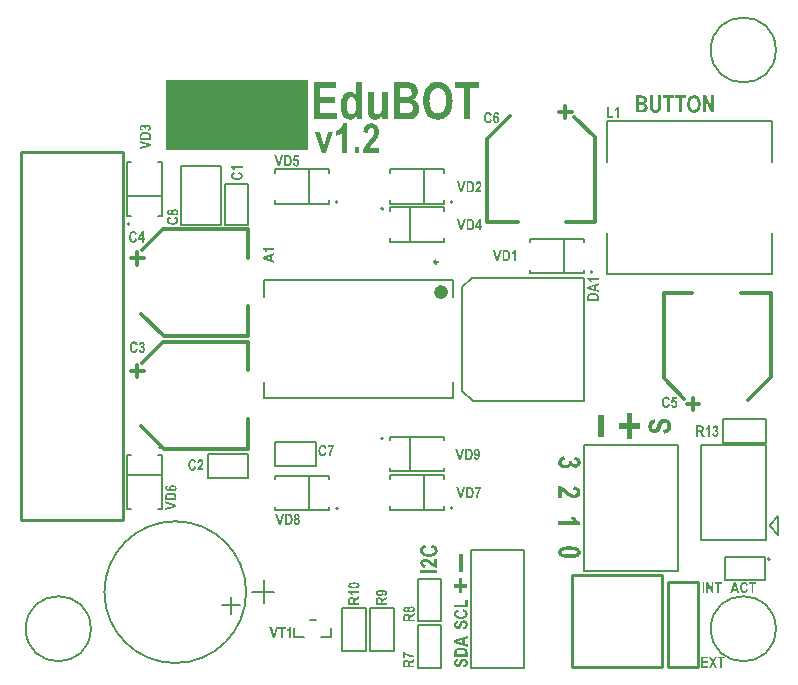
<source format=gto>
G04 Layer_Color=61183*
%FSLAX43Y43*%
%MOMM*%
G71*
G01*
G75*
%ADD10C,0.200*%
%ADD13C,0.300*%
%ADD32C,0.600*%
%ADD51C,0.150*%
%ADD52C,0.250*%
%ADD53C,0.254*%
%ADD54R,0.400X1.500*%
%ADD55R,0.500X1.900*%
%ADD56R,12.100X5.914*%
G36*
X22992Y13252D02*
X23002D01*
X23026Y13250D01*
X23053Y13247D01*
X23080Y13242D01*
X23106Y13236D01*
X23129Y13228D01*
X23132Y13226D01*
X23139Y13223D01*
X23149Y13216D01*
X23163Y13208D01*
X23178Y13197D01*
X23197Y13182D01*
X23213Y13166D01*
X23232Y13146D01*
X23235Y13143D01*
X23240Y13136D01*
X23249Y13123D01*
X23259Y13105D01*
X23271Y13084D01*
X23284Y13058D01*
X23295Y13029D01*
X23306Y12995D01*
Y12994D01*
X23308Y12991D01*
X23309Y12985D01*
X23311Y12978D01*
X23312Y12970D01*
X23315Y12958D01*
X23318Y12946D01*
X23321Y12932D01*
X23322Y12916D01*
X23325Y12899D01*
X23328Y12881D01*
X23329Y12860D01*
X23332Y12816D01*
X23333Y12767D01*
Y12765D01*
Y12761D01*
Y12754D01*
Y12745D01*
X23332Y12736D01*
Y12723D01*
X23330Y12709D01*
Y12693D01*
X23326Y12659D01*
X23322Y12623D01*
X23315Y12586D01*
X23305Y12551D01*
Y12550D01*
X23304Y12547D01*
X23302Y12542D01*
X23299Y12535D01*
X23294Y12519D01*
X23285Y12499D01*
X23275Y12475D01*
X23263Y12451D01*
X23249Y12427D01*
X23233Y12406D01*
X23232Y12403D01*
X23226Y12397D01*
X23216Y12387D01*
X23205Y12376D01*
X23189Y12363D01*
X23173Y12351D01*
X23153Y12338D01*
X23130Y12327D01*
X23127Y12325D01*
X23119Y12323D01*
X23106Y12318D01*
X23088Y12314D01*
X23065Y12308D01*
X23039Y12304D01*
X23008Y12301D01*
X22974Y12300D01*
X22678D01*
Y13253D01*
X22984D01*
X22992Y13252D01*
D02*
G37*
G36*
X23705Y13254D02*
X23715Y13253D01*
X23727Y13252D01*
X23752Y13247D01*
X23780Y13239D01*
X23808Y13226D01*
X23822Y13218D01*
X23837Y13208D01*
X23849Y13197D01*
X23861Y13184D01*
X23862Y13182D01*
X23863Y13181D01*
X23866Y13177D01*
X23870Y13171D01*
X23875Y13164D01*
X23880Y13156D01*
X23892Y13136D01*
X23901Y13111D01*
X23911Y13081D01*
X23918Y13049D01*
X23921Y13030D01*
Y13012D01*
Y13010D01*
Y13009D01*
Y13001D01*
X23920Y12988D01*
X23917Y12971D01*
X23914Y12953D01*
X23908Y12933D01*
X23901Y12912D01*
X23892Y12892D01*
X23890Y12889D01*
X23886Y12884D01*
X23880Y12875D01*
X23870Y12864D01*
X23859Y12851D01*
X23846Y12839D01*
X23829Y12826D01*
X23813Y12815D01*
X23814D01*
X23815Y12813D01*
X23824Y12809D01*
X23835Y12802D01*
X23851Y12791D01*
X23866Y12778D01*
X23883Y12762D01*
X23899Y12744D01*
X23913Y12723D01*
X23914Y12720D01*
X23918Y12713D01*
X23924Y12700D01*
X23930Y12683D01*
X23935Y12662D01*
X23941Y12638D01*
X23945Y12610D01*
X23946Y12579D01*
Y12578D01*
Y12575D01*
Y12571D01*
Y12564D01*
X23945Y12557D01*
Y12548D01*
X23942Y12527D01*
X23938Y12502D01*
X23932Y12476D01*
X23924Y12449D01*
X23913Y12423D01*
Y12421D01*
X23911Y12420D01*
X23907Y12411D01*
X23900Y12400D01*
X23889Y12385D01*
X23876Y12368D01*
X23861Y12351D01*
X23844Y12334D01*
X23822Y12320D01*
X23820Y12318D01*
X23813Y12314D01*
X23800Y12308D01*
X23784Y12303D01*
X23766Y12296D01*
X23743Y12290D01*
X23720Y12286D01*
X23693Y12284D01*
X23681D01*
X23674Y12286D01*
X23665Y12287D01*
X23653Y12289D01*
X23628Y12294D01*
X23598Y12303D01*
X23567Y12317D01*
X23552Y12327D01*
X23536Y12337D01*
X23521Y12348D01*
X23507Y12362D01*
X23505Y12363D01*
X23504Y12366D01*
X23500Y12370D01*
X23495Y12376D01*
X23490Y12385D01*
X23484Y12394D01*
X23477Y12406D01*
X23470Y12418D01*
X23463Y12433D01*
X23456Y12448D01*
X23450Y12466D01*
X23445Y12485D01*
X23436Y12527D01*
X23435Y12550D01*
X23433Y12573D01*
Y12575D01*
Y12578D01*
Y12582D01*
Y12588D01*
X23435Y12603D01*
X23438Y12624D01*
X23442Y12647D01*
X23447Y12671D01*
X23455Y12696D01*
X23466Y12720D01*
Y12722D01*
X23467Y12723D01*
X23471Y12730D01*
X23480Y12741D01*
X23491Y12755D01*
X23504Y12771D01*
X23521Y12786D01*
X23541Y12802D01*
X23563Y12815D01*
X23560Y12816D01*
X23555Y12820D01*
X23545Y12826D01*
X23532Y12834D01*
X23518Y12846D01*
X23505Y12860D01*
X23491Y12875D01*
X23480Y12892D01*
X23478Y12895D01*
X23476Y12901D01*
X23471Y12912D01*
X23467Y12926D01*
X23462Y12943D01*
X23457Y12963D01*
X23455Y12985D01*
X23453Y13010D01*
Y13012D01*
Y13016D01*
Y13022D01*
X23455Y13029D01*
Y13039D01*
X23456Y13050D01*
X23462Y13074D01*
X23469Y13104D01*
X23480Y13133D01*
X23495Y13161D01*
X23505Y13175D01*
X23517Y13188D01*
X23518Y13190D01*
X23519Y13191D01*
X23524Y13194D01*
X23528Y13199D01*
X23542Y13209D01*
X23562Y13222D01*
X23586Y13235D01*
X23615Y13246D01*
X23649Y13253D01*
X23667Y13254D01*
X23687Y13256D01*
X23698D01*
X23705Y13254D01*
D02*
G37*
G36*
X59020Y47211D02*
X58779D01*
X58305Y48148D01*
Y47211D01*
X58083D01*
Y48650D01*
X58313D01*
X58798Y47688D01*
Y48650D01*
X59020D01*
Y47211D01*
D02*
G37*
G36*
X22320Y12300D02*
X22148D01*
X21870Y13253D01*
X22041D01*
X22238Y12547D01*
X22428Y13253D01*
X22597D01*
X22320Y12300D01*
D02*
G37*
G36*
X22922Y43603D02*
X22932D01*
X22956Y43601D01*
X22983Y43598D01*
X23010Y43593D01*
X23036Y43587D01*
X23059Y43579D01*
X23062Y43577D01*
X23069Y43575D01*
X23079Y43567D01*
X23093Y43559D01*
X23108Y43548D01*
X23127Y43534D01*
X23143Y43517D01*
X23162Y43497D01*
X23165Y43494D01*
X23170Y43487D01*
X23179Y43474D01*
X23189Y43456D01*
X23201Y43435D01*
X23214Y43410D01*
X23225Y43380D01*
X23236Y43346D01*
Y43345D01*
X23238Y43342D01*
X23239Y43336D01*
X23241Y43329D01*
X23242Y43321D01*
X23245Y43309D01*
X23248Y43297D01*
X23251Y43283D01*
X23252Y43267D01*
X23255Y43250D01*
X23258Y43232D01*
X23259Y43211D01*
X23262Y43167D01*
X23263Y43118D01*
Y43116D01*
Y43112D01*
Y43105D01*
Y43097D01*
X23262Y43087D01*
Y43074D01*
X23260Y43060D01*
Y43044D01*
X23256Y43011D01*
X23252Y42974D01*
X23245Y42937D01*
X23235Y42902D01*
Y42901D01*
X23234Y42898D01*
X23232Y42894D01*
X23229Y42887D01*
X23224Y42870D01*
X23215Y42850D01*
X23205Y42826D01*
X23193Y42802D01*
X23179Y42778D01*
X23163Y42757D01*
X23162Y42754D01*
X23156Y42748D01*
X23146Y42739D01*
X23135Y42727D01*
X23119Y42715D01*
X23103Y42702D01*
X23083Y42689D01*
X23060Y42678D01*
X23057Y42677D01*
X23049Y42674D01*
X23036Y42669D01*
X23018Y42665D01*
X22995Y42660D01*
X22969Y42655D01*
X22938Y42653D01*
X22904Y42651D01*
X22608D01*
Y43604D01*
X22914D01*
X22922Y43603D01*
D02*
G37*
G36*
X54989Y23167D02*
X55000Y23166D01*
X55013Y23164D01*
X55027Y23161D01*
X55043Y23157D01*
X55078Y23146D01*
X55096Y23139D01*
X55115Y23130D01*
X55133Y23119D01*
X55151Y23106D01*
X55170Y23092D01*
X55186Y23077D01*
X55188D01*
X55189Y23074D01*
X55192Y23070D01*
X55196Y23066D01*
X55202Y23059D01*
X55208Y23050D01*
X55215Y23040D01*
X55222Y23029D01*
X55229Y23016D01*
X55237Y23004D01*
X55244Y22988D01*
X55253Y22971D01*
X55260Y22951D01*
X55267Y22932D01*
X55274Y22910D01*
X55279Y22888D01*
X55123Y22843D01*
Y22844D01*
X55122Y22846D01*
Y22850D01*
X55120Y22856D01*
X55116Y22870D01*
X55110Y22887D01*
X55102Y22906D01*
X55091Y22926D01*
X55078Y22944D01*
X55062Y22961D01*
X55061Y22963D01*
X55055Y22968D01*
X55045Y22975D01*
X55033Y22982D01*
X55017Y22991D01*
X55000Y22996D01*
X54981Y23002D01*
X54958Y23004D01*
X54950D01*
X54944Y23002D01*
X54928Y22999D01*
X54909Y22994D01*
X54886Y22985D01*
X54862Y22971D01*
X54851Y22963D01*
X54840Y22953D01*
X54828Y22941D01*
X54817Y22927D01*
Y22926D01*
X54814Y22925D01*
X54813Y22919D01*
X54809Y22913D01*
X54804Y22905D01*
X54800Y22895D01*
X54796Y22882D01*
X54790Y22868D01*
X54785Y22853D01*
X54780Y22834D01*
X54776Y22813D01*
X54772Y22791D01*
X54769Y22767D01*
X54766Y22740D01*
X54764Y22710D01*
Y22679D01*
Y22678D01*
Y22671D01*
Y22662D01*
X54765Y22650D01*
Y22636D01*
X54766Y22619D01*
X54768Y22600D01*
X54771Y22581D01*
X54776Y22538D01*
X54786Y22496D01*
X54792Y22476D01*
X54799Y22457D01*
X54807Y22440D01*
X54816Y22424D01*
Y22423D01*
X54819Y22421D01*
X54826Y22413D01*
X54837Y22400D01*
X54854Y22387D01*
X54873Y22373D01*
X54896Y22361D01*
X54924Y22352D01*
X54938Y22351D01*
X54954Y22349D01*
X54957D01*
X54964Y22351D01*
X54976Y22352D01*
X54990Y22355D01*
X55007Y22361D01*
X55026Y22369D01*
X55044Y22382D01*
X55061Y22397D01*
X55062Y22400D01*
X55068Y22407D01*
X55076Y22419D01*
X55086Y22435D01*
X55098Y22457D01*
X55107Y22483D01*
X55119Y22514D01*
X55127Y22552D01*
X55281Y22493D01*
Y22492D01*
X55279Y22486D01*
X55277Y22478D01*
X55274Y22466D01*
X55270Y22454D01*
X55265Y22438D01*
X55260Y22421D01*
X55253Y22403D01*
X55236Y22365D01*
X55215Y22325D01*
X55191Y22289D01*
X55177Y22273D01*
X55161Y22258D01*
X55160Y22256D01*
X55157Y22255D01*
X55153Y22251D01*
X55146Y22247D01*
X55139Y22241D01*
X55129Y22235D01*
X55117Y22228D01*
X55105Y22221D01*
X55091Y22214D01*
X55075Y22207D01*
X55040Y22196D01*
X55000Y22187D01*
X54979Y22186D01*
X54957Y22184D01*
X54950D01*
X54943Y22186D01*
X54931D01*
X54919Y22189D01*
X54903Y22190D01*
X54886Y22194D01*
X54868Y22199D01*
X54848Y22206D01*
X54828Y22213D01*
X54809Y22223D01*
X54787Y22234D01*
X54766Y22248D01*
X54747Y22263D01*
X54727Y22280D01*
X54709Y22302D01*
X54707Y22303D01*
X54704Y22307D01*
X54699Y22316D01*
X54692Y22327D01*
X54683Y22340D01*
X54675Y22356D01*
X54665Y22376D01*
X54655Y22399D01*
X54644Y22423D01*
X54634Y22451D01*
X54625Y22481D01*
X54617Y22513D01*
X54610Y22548D01*
X54604Y22586D01*
X54601Y22626D01*
X54600Y22668D01*
Y22669D01*
Y22671D01*
Y22679D01*
X54601Y22692D01*
Y22707D01*
X54603Y22729D01*
X54606Y22753D01*
X54610Y22778D01*
X54614Y22806D01*
X54620Y22837D01*
X54627Y22868D01*
X54635Y22899D01*
X54647Y22932D01*
X54659Y22963D01*
X54673Y22992D01*
X54690Y23022D01*
X54710Y23049D01*
X54711Y23050D01*
X54714Y23054D01*
X54720Y23060D01*
X54727Y23067D01*
X54737Y23077D01*
X54748Y23087D01*
X54762Y23098D01*
X54778Y23109D01*
X54795Y23119D01*
X54814Y23130D01*
X54835Y23140D01*
X54858Y23150D01*
X54883Y23157D01*
X54909Y23163D01*
X54937Y23167D01*
X54967Y23168D01*
X54979D01*
X54989Y23167D01*
D02*
G37*
G36*
X55874Y22970D02*
X55592D01*
X55567Y22806D01*
X55570Y22808D01*
X55576Y22812D01*
X55585Y22816D01*
X55599Y22823D01*
X55615Y22829D01*
X55632Y22833D01*
X55650Y22837D01*
X55670Y22839D01*
X55678D01*
X55685Y22837D01*
X55694Y22836D01*
X55702Y22834D01*
X55725Y22830D01*
X55749Y22820D01*
X55776Y22808D01*
X55790Y22799D01*
X55802Y22789D01*
X55815Y22778D01*
X55828Y22765D01*
X55829Y22764D01*
X55832Y22761D01*
X55835Y22755D01*
X55841Y22748D01*
X55846Y22739D01*
X55853Y22727D01*
X55862Y22715D01*
X55869Y22700D01*
X55876Y22684D01*
X55884Y22665D01*
X55891Y22644D01*
X55897Y22623D01*
X55903Y22599D01*
X55907Y22575D01*
X55908Y22548D01*
X55910Y22520D01*
Y22519D01*
Y22514D01*
Y22507D01*
X55908Y22499D01*
Y22488D01*
X55905Y22475D01*
X55904Y22461D01*
X55901Y22444D01*
X55893Y22409D01*
X55880Y22369D01*
X55872Y22349D01*
X55863Y22330D01*
X55852Y22309D01*
X55839Y22289D01*
X55838Y22287D01*
X55836Y22285D01*
X55832Y22279D01*
X55826Y22272D01*
X55819Y22265D01*
X55811Y22256D01*
X55800Y22247D01*
X55788Y22237D01*
X55776Y22227D01*
X55760Y22217D01*
X55745Y22208D01*
X55726Y22201D01*
X55708Y22194D01*
X55687Y22189D01*
X55666Y22186D01*
X55642Y22184D01*
X55632D01*
X55625Y22186D01*
X55616D01*
X55605Y22189D01*
X55581Y22193D01*
X55554Y22201D01*
X55525Y22213D01*
X55497Y22230D01*
X55482Y22241D01*
X55468Y22252D01*
X55467Y22254D01*
X55466Y22255D01*
X55461Y22259D01*
X55457Y22265D01*
X55451Y22272D01*
X55446Y22280D01*
X55439Y22290D01*
X55432Y22302D01*
X55425Y22314D01*
X55418Y22330D01*
X55411Y22345D01*
X55404Y22362D01*
X55398Y22380D01*
X55392Y22402D01*
X55385Y22445D01*
X55535Y22465D01*
Y22462D01*
X55536Y22455D01*
X55539Y22442D01*
X55542Y22428D01*
X55546Y22413D01*
X55553Y22397D01*
X55561Y22380D01*
X55573Y22366D01*
X55574Y22365D01*
X55578Y22361D01*
X55585Y22355D01*
X55594Y22349D01*
X55604Y22342D01*
X55616Y22337D01*
X55629Y22333D01*
X55643Y22331D01*
X55645D01*
X55652Y22333D01*
X55660Y22334D01*
X55670Y22337D01*
X55683Y22342D01*
X55697Y22351D01*
X55709Y22361D01*
X55722Y22376D01*
X55724Y22379D01*
X55728Y22385D01*
X55733Y22396D01*
X55739Y22410D01*
X55745Y22430D01*
X55750Y22454D01*
X55755Y22483D01*
X55756Y22516D01*
Y22517D01*
Y22520D01*
Y22524D01*
Y22531D01*
X55755Y22547D01*
X55752Y22567D01*
X55748Y22588D01*
X55742Y22610D01*
X55733Y22630D01*
X55722Y22648D01*
X55721Y22650D01*
X55716Y22655D01*
X55709Y22662D01*
X55700Y22671D01*
X55688Y22678D01*
X55673Y22685D01*
X55657Y22691D01*
X55639Y22692D01*
X55636D01*
X55628Y22691D01*
X55616Y22688D01*
X55601Y22684D01*
X55583Y22675D01*
X55563Y22662D01*
X55553Y22655D01*
X55543Y22645D01*
X55533Y22636D01*
X55523Y22623D01*
X55402Y22644D01*
X55478Y23140D01*
X55874D01*
Y22970D01*
D02*
G37*
G36*
X54531Y47894D02*
Y47890D01*
Y47882D01*
Y47867D01*
Y47847D01*
Y47824D01*
X54529Y47796D01*
Y47767D01*
X54526Y47732D01*
X54522Y47664D01*
X54518Y47596D01*
X54514Y47562D01*
X54509Y47530D01*
X54505Y47500D01*
X54499Y47475D01*
Y47473D01*
X54497Y47469D01*
X54494Y47462D01*
X54492Y47454D01*
X54484Y47430D01*
X54469Y47400D01*
X54450Y47369D01*
X54426Y47332D01*
X54397Y47298D01*
X54358Y47266D01*
X54356D01*
X54354Y47262D01*
X54348Y47260D01*
X54339Y47254D01*
X54328Y47247D01*
X54316Y47241D01*
X54299Y47234D01*
X54282Y47228D01*
X54241Y47213D01*
X54192Y47200D01*
X54137Y47192D01*
X54073Y47188D01*
X54056D01*
X54043Y47190D01*
X54026D01*
X54009Y47192D01*
X53967Y47196D01*
X53922Y47205D01*
X53873Y47215D01*
X53826Y47232D01*
X53784Y47254D01*
X53781D01*
X53779Y47256D01*
X53767Y47266D01*
X53747Y47281D01*
X53726Y47303D01*
X53701Y47328D01*
X53675Y47360D01*
X53652Y47396D01*
X53632Y47439D01*
Y47441D01*
X53630Y47445D01*
X53628Y47452D01*
X53626Y47462D01*
X53622Y47477D01*
X53618Y47494D01*
X53613Y47515D01*
X53611Y47539D01*
X53607Y47569D01*
X53603Y47601D01*
X53598Y47637D01*
X53594Y47677D01*
X53592Y47722D01*
X53590Y47771D01*
X53588Y47824D01*
Y47882D01*
Y48650D01*
X53826D01*
Y47871D01*
Y47869D01*
Y47862D01*
Y47854D01*
Y47841D01*
Y47828D01*
Y47811D01*
X53828Y47773D01*
Y47735D01*
X53830Y47694D01*
X53832Y47660D01*
Y47647D01*
X53835Y47635D01*
Y47630D01*
X53839Y47620D01*
X53843Y47603D01*
X53850Y47581D01*
X53860Y47556D01*
X53873Y47532D01*
X53888Y47509D01*
X53909Y47488D01*
X53911Y47486D01*
X53920Y47479D01*
X53933Y47471D01*
X53952Y47462D01*
X53973Y47454D01*
X54001Y47445D01*
X54033Y47439D01*
X54067Y47437D01*
X54082D01*
X54096Y47439D01*
X54116Y47441D01*
X54137Y47445D01*
X54158Y47452D01*
X54179Y47460D01*
X54201Y47473D01*
X54203Y47475D01*
X54209Y47479D01*
X54218Y47488D01*
X54228Y47498D01*
X54241Y47513D01*
X54252Y47530D01*
X54262Y47549D01*
X54271Y47573D01*
Y47577D01*
X54275Y47586D01*
Y47594D01*
X54277Y47605D01*
X54279Y47618D01*
X54282Y47632D01*
X54284Y47649D01*
X54286Y47671D01*
X54288Y47694D01*
Y47720D01*
X54290Y47747D01*
X54292Y47779D01*
Y47816D01*
Y47854D01*
Y48650D01*
X54531D01*
Y47894D01*
D02*
G37*
G36*
X35159Y10617D02*
X35172Y10613D01*
X35189Y10608D01*
X35208Y10602D01*
X35231Y10596D01*
X35257Y10587D01*
X35284Y10576D01*
X35342Y10551D01*
X35401Y10519D01*
X35457Y10483D01*
X35480Y10462D01*
X35504Y10438D01*
X35506Y10436D01*
X35508Y10432D01*
X35514Y10425D01*
X35521Y10415D01*
X35529Y10404D01*
X35538Y10389D01*
X35548Y10372D01*
X35559Y10353D01*
X35570Y10332D01*
X35580Y10308D01*
X35597Y10255D01*
X35610Y10195D01*
X35612Y10164D01*
X35614Y10129D01*
Y10127D01*
Y10119D01*
X35612Y10108D01*
Y10091D01*
X35608Y10072D01*
X35606Y10049D01*
X35599Y10023D01*
X35593Y9995D01*
X35582Y9966D01*
X35572Y9936D01*
X35557Y9906D01*
X35540Y9874D01*
X35519Y9842D01*
X35495Y9812D01*
X35470Y9783D01*
X35438Y9755D01*
X35436Y9753D01*
X35429Y9748D01*
X35416Y9740D01*
X35399Y9729D01*
X35380Y9717D01*
X35355Y9704D01*
X35325Y9689D01*
X35291Y9674D01*
X35255Y9657D01*
X35212Y9642D01*
X35167Y9629D01*
X35118Y9617D01*
X35065Y9606D01*
X35008Y9597D01*
X34948Y9593D01*
X34884Y9591D01*
X34867D01*
X34848Y9593D01*
X34825D01*
X34793Y9595D01*
X34757Y9599D01*
X34718Y9606D01*
X34676Y9612D01*
X34629Y9621D01*
X34582Y9631D01*
X34535Y9644D01*
X34486Y9661D01*
X34439Y9680D01*
X34395Y9702D01*
X34350Y9727D01*
X34310Y9757D01*
X34307Y9759D01*
X34301Y9763D01*
X34292Y9772D01*
X34282Y9783D01*
X34267Y9797D01*
X34252Y9814D01*
X34235Y9836D01*
X34218Y9859D01*
X34203Y9885D01*
X34186Y9915D01*
X34171Y9946D01*
X34156Y9980D01*
X34146Y10019D01*
X34137Y10057D01*
X34131Y10100D01*
X34129Y10144D01*
Y10147D01*
Y10153D01*
Y10164D01*
X34131Y10178D01*
X34133Y10195D01*
X34135Y10215D01*
X34139Y10236D01*
X34146Y10259D01*
X34163Y10313D01*
X34173Y10340D01*
X34186Y10368D01*
X34203Y10396D01*
X34222Y10423D01*
X34244Y10451D01*
X34267Y10476D01*
Y10479D01*
X34271Y10481D01*
X34278Y10485D01*
X34284Y10491D01*
X34295Y10500D01*
X34307Y10508D01*
X34322Y10519D01*
X34339Y10530D01*
X34358Y10540D01*
X34378Y10553D01*
X34401Y10564D01*
X34427Y10576D01*
X34456Y10587D01*
X34486Y10598D01*
X34518Y10608D01*
X34552Y10617D01*
X34620Y10381D01*
X34618D01*
X34616Y10379D01*
X34610D01*
X34601Y10376D01*
X34580Y10370D01*
X34554Y10361D01*
X34525Y10349D01*
X34495Y10332D01*
X34467Y10313D01*
X34441Y10289D01*
X34439Y10287D01*
X34431Y10278D01*
X34420Y10264D01*
X34410Y10244D01*
X34397Y10221D01*
X34388Y10195D01*
X34380Y10166D01*
X34378Y10132D01*
Y10129D01*
Y10125D01*
Y10119D01*
X34380Y10110D01*
X34384Y10087D01*
X34393Y10057D01*
X34405Y10023D01*
X34427Y9987D01*
X34439Y9970D01*
X34454Y9953D01*
X34471Y9936D01*
X34493Y9919D01*
X34495D01*
X34497Y9915D01*
X34505Y9912D01*
X34514Y9906D01*
X34527Y9900D01*
X34542Y9893D01*
X34561Y9887D01*
X34582Y9878D01*
X34605Y9870D01*
X34633Y9863D01*
X34665Y9857D01*
X34699Y9851D01*
X34735Y9846D01*
X34776Y9842D01*
X34820Y9838D01*
X34893D01*
X34912Y9840D01*
X34933D01*
X34959Y9842D01*
X34986Y9844D01*
X35016Y9849D01*
X35080Y9857D01*
X35144Y9872D01*
X35174Y9880D01*
X35203Y9891D01*
X35229Y9904D01*
X35252Y9917D01*
X35255D01*
X35257Y9921D01*
X35269Y9932D01*
X35289Y9949D01*
X35308Y9974D01*
X35329Y10004D01*
X35348Y10038D01*
X35361Y10081D01*
X35363Y10102D01*
X35365Y10125D01*
Y10127D01*
Y10129D01*
X35363Y10140D01*
X35361Y10159D01*
X35357Y10181D01*
X35348Y10206D01*
X35335Y10234D01*
X35316Y10261D01*
X35293Y10287D01*
X35289Y10289D01*
X35278Y10298D01*
X35261Y10310D01*
X35235Y10325D01*
X35203Y10342D01*
X35163Y10357D01*
X35116Y10374D01*
X35059Y10387D01*
X35148Y10619D01*
X35150D01*
X35159Y10617D01*
D02*
G37*
G36*
X35591Y8635D02*
X35584D01*
X35576Y8637D01*
X35565D01*
X35553Y8640D01*
X35538Y8644D01*
X35501Y8650D01*
X35461Y8659D01*
X35414Y8674D01*
X35365Y8691D01*
X35316Y8712D01*
X35314D01*
X35310Y8716D01*
X35304Y8718D01*
X35293Y8725D01*
X35280Y8733D01*
X35263Y8742D01*
X35246Y8754D01*
X35225Y8769D01*
X35201Y8784D01*
X35176Y8803D01*
X35148Y8823D01*
X35116Y8846D01*
X35084Y8872D01*
X35050Y8901D01*
X35012Y8931D01*
X34974Y8965D01*
X34971Y8967D01*
X34965Y8972D01*
X34957Y8980D01*
X34946Y8989D01*
X34933Y9001D01*
X34916Y9014D01*
X34880Y9044D01*
X34842Y9076D01*
X34805Y9106D01*
X34771Y9131D01*
X34757Y9142D01*
X34744Y9150D01*
X34739Y9152D01*
X34729Y9159D01*
X34712Y9167D01*
X34688Y9176D01*
X34663Y9184D01*
X34633Y9193D01*
X34601Y9199D01*
X34569Y9201D01*
X34554D01*
X34537Y9199D01*
X34516Y9197D01*
X34493Y9191D01*
X34469Y9184D01*
X34446Y9174D01*
X34427Y9159D01*
X34424Y9157D01*
X34418Y9150D01*
X34412Y9142D01*
X34401Y9129D01*
X34393Y9114D01*
X34386Y9095D01*
X34380Y9072D01*
X34378Y9048D01*
Y9046D01*
Y9042D01*
X34380Y9033D01*
X34382Y9025D01*
X34390Y8999D01*
X34397Y8986D01*
X34405Y8972D01*
X34418Y8957D01*
X34433Y8942D01*
X34450Y8929D01*
X34473Y8916D01*
X34499Y8906D01*
X34529Y8897D01*
X34563Y8891D01*
X34603Y8886D01*
X34573Y8661D01*
X34571D01*
X34563Y8663D01*
X34552D01*
X34537Y8665D01*
X34520Y8669D01*
X34499Y8671D01*
X34476Y8678D01*
X34450Y8684D01*
X34399Y8699D01*
X34346Y8720D01*
X34295Y8748D01*
X34273Y8763D01*
X34252Y8782D01*
X34250Y8784D01*
X34248Y8786D01*
X34241Y8793D01*
X34235Y8801D01*
X34229Y8812D01*
X34218Y8823D01*
X34199Y8854D01*
X34180Y8893D01*
X34165Y8940D01*
X34152Y8993D01*
X34150Y9023D01*
X34148Y9052D01*
Y9055D01*
Y9061D01*
Y9069D01*
X34150Y9082D01*
X34152Y9099D01*
X34154Y9116D01*
X34163Y9159D01*
X34178Y9204D01*
X34186Y9227D01*
X34199Y9250D01*
X34214Y9274D01*
X34229Y9295D01*
X34248Y9314D01*
X34269Y9333D01*
X34271Y9336D01*
X34275Y9338D01*
X34282Y9342D01*
X34290Y9348D01*
X34301Y9355D01*
X34316Y9363D01*
X34350Y9382D01*
X34390Y9399D01*
X34437Y9414D01*
X34488Y9425D01*
X34516Y9429D01*
X34561D01*
X34578Y9427D01*
X34601D01*
X34627Y9423D01*
X34656Y9419D01*
X34686Y9412D01*
X34718Y9404D01*
X34722D01*
X34733Y9399D01*
X34748Y9393D01*
X34769Y9387D01*
X34795Y9376D01*
X34822Y9363D01*
X34852Y9346D01*
X34884Y9329D01*
X34888Y9327D01*
X34899Y9321D01*
X34918Y9308D01*
X34942Y9291D01*
X34974Y9267D01*
X35010Y9238D01*
X35052Y9204D01*
X35099Y9163D01*
X35101Y9161D01*
X35103Y9159D01*
X35110Y9152D01*
X35118Y9146D01*
X35140Y9127D01*
X35165Y9106D01*
X35193Y9082D01*
X35218Y9059D01*
X35242Y9040D01*
X35261Y9025D01*
X35263Y9023D01*
X35267Y9021D01*
X35276Y9014D01*
X35284Y9008D01*
X35308Y8993D01*
X35335Y8978D01*
Y9429D01*
X35591D01*
Y8635D01*
D02*
G37*
G36*
Y8250D02*
X34152D01*
Y8488D01*
X35591D01*
Y8250D01*
D02*
G37*
G36*
X57345Y48671D02*
X57362D01*
X57383Y48667D01*
X57408Y48663D01*
X57436Y48656D01*
X57466Y48650D01*
X57498Y48639D01*
X57532Y48626D01*
X57566Y48609D01*
X57600Y48592D01*
X57634Y48569D01*
X57668Y48543D01*
X57700Y48514D01*
X57732Y48480D01*
X57734Y48477D01*
X57738Y48471D01*
X57747Y48460D01*
X57757Y48443D01*
X57768Y48424D01*
X57783Y48399D01*
X57798Y48371D01*
X57813Y48339D01*
X57828Y48301D01*
X57840Y48260D01*
X57855Y48216D01*
X57866Y48167D01*
X57877Y48114D01*
X57885Y48056D01*
X57889Y47994D01*
X57892Y47930D01*
Y47926D01*
Y47916D01*
Y47896D01*
X57889Y47871D01*
X57887Y47841D01*
X57883Y47805D01*
X57877Y47767D01*
X57870Y47724D01*
X57862Y47679D01*
X57851Y47635D01*
X57836Y47588D01*
X57819Y47541D01*
X57800Y47494D01*
X57777Y47449D01*
X57751Y47407D01*
X57721Y47366D01*
X57719Y47364D01*
X57715Y47358D01*
X57706Y47349D01*
X57694Y47339D01*
X57679Y47326D01*
X57662Y47309D01*
X57640Y47294D01*
X57615Y47277D01*
X57587Y47260D01*
X57557Y47245D01*
X57525Y47230D01*
X57489Y47215D01*
X57451Y47205D01*
X57408Y47196D01*
X57366Y47190D01*
X57319Y47188D01*
X57308D01*
X57293Y47190D01*
X57276D01*
X57255Y47194D01*
X57230Y47196D01*
X57202Y47202D01*
X57172Y47209D01*
X57140Y47220D01*
X57108Y47230D01*
X57074Y47245D01*
X57040Y47262D01*
X57008Y47283D01*
X56974Y47307D01*
X56944Y47332D01*
X56915Y47364D01*
X56912Y47366D01*
X56908Y47373D01*
X56900Y47386D01*
X56889Y47400D01*
X56876Y47422D01*
X56861Y47447D01*
X56846Y47477D01*
X56832Y47509D01*
X56815Y47547D01*
X56800Y47590D01*
X56785Y47635D01*
X56772Y47684D01*
X56761Y47737D01*
X56753Y47794D01*
X56749Y47856D01*
X56746Y47920D01*
Y47922D01*
Y47930D01*
Y47945D01*
X56749Y47962D01*
Y47984D01*
X56751Y48009D01*
X56753Y48039D01*
X56755Y48069D01*
X56766Y48137D01*
X56778Y48207D01*
X56795Y48277D01*
X56808Y48311D01*
X56821Y48343D01*
Y48346D01*
X56825Y48350D01*
X56829Y48358D01*
X56836Y48371D01*
X56842Y48384D01*
X56851Y48401D01*
X56874Y48437D01*
X56904Y48477D01*
X56936Y48518D01*
X56976Y48556D01*
X57019Y48590D01*
X57021D01*
X57025Y48595D01*
X57032Y48599D01*
X57040Y48603D01*
X57053Y48609D01*
X57068Y48616D01*
X57085Y48624D01*
X57102Y48633D01*
X57147Y48648D01*
X57198Y48661D01*
X57255Y48669D01*
X57319Y48673D01*
X57330D01*
X57345Y48671D01*
D02*
G37*
G36*
X56642Y48407D02*
X56293D01*
Y47211D01*
X56055D01*
Y48407D01*
X55703D01*
Y48650D01*
X56642D01*
Y48407D01*
D02*
G37*
G36*
X55635D02*
X55286D01*
Y47211D01*
X55048D01*
Y48407D01*
X54697D01*
Y48650D01*
X55635D01*
Y48407D01*
D02*
G37*
G36*
X52939Y48648D02*
X52979Y48646D01*
X53024Y48641D01*
X53068Y48635D01*
X53111Y48626D01*
X53128Y48620D01*
X53145Y48614D01*
X53149Y48612D01*
X53158Y48607D01*
X53173Y48597D01*
X53192Y48584D01*
X53211Y48567D01*
X53234Y48546D01*
X53256Y48520D01*
X53277Y48488D01*
X53279Y48484D01*
X53285Y48473D01*
X53294Y48454D01*
X53305Y48431D01*
X53315Y48401D01*
X53324Y48367D01*
X53330Y48328D01*
X53332Y48288D01*
Y48286D01*
Y48284D01*
Y48271D01*
X53330Y48250D01*
X53326Y48226D01*
X53322Y48197D01*
X53313Y48165D01*
X53300Y48131D01*
X53285Y48099D01*
X53283Y48094D01*
X53277Y48086D01*
X53266Y48071D01*
X53254Y48052D01*
X53234Y48033D01*
X53215Y48011D01*
X53192Y47992D01*
X53164Y47975D01*
X53166D01*
X53168Y47973D01*
X53181Y47969D01*
X53200Y47958D01*
X53226Y47945D01*
X53251Y47928D01*
X53279Y47907D01*
X53307Y47879D01*
X53330Y47847D01*
X53332Y47843D01*
X53339Y47833D01*
X53349Y47813D01*
X53360Y47786D01*
X53371Y47754D01*
X53381Y47718D01*
X53388Y47675D01*
X53390Y47628D01*
Y47626D01*
Y47622D01*
Y47613D01*
X53388Y47603D01*
Y47588D01*
X53386Y47573D01*
X53381Y47537D01*
X53371Y47494D01*
X53358Y47449D01*
X53339Y47405D01*
X53313Y47362D01*
Y47360D01*
X53309Y47358D01*
X53300Y47345D01*
X53283Y47326D01*
X53262Y47305D01*
X53237Y47281D01*
X53205Y47260D01*
X53171Y47241D01*
X53134Y47228D01*
X53130D01*
X53126Y47226D01*
X53119D01*
X53109Y47224D01*
X53098D01*
X53083Y47222D01*
X53066Y47220D01*
X53045Y47217D01*
X53022D01*
X52994Y47215D01*
X52962Y47213D01*
X52928D01*
X52890Y47211D01*
X52400D01*
Y48650D01*
X52919D01*
X52939Y48648D01*
D02*
G37*
G36*
X23855Y43421D02*
X23573D01*
X23548Y43257D01*
X23551Y43259D01*
X23556Y43263D01*
X23566Y43267D01*
X23580Y43274D01*
X23596Y43280D01*
X23613Y43284D01*
X23631Y43288D01*
X23651Y43290D01*
X23659D01*
X23666Y43288D01*
X23675Y43287D01*
X23683Y43286D01*
X23706Y43281D01*
X23730Y43271D01*
X23757Y43259D01*
X23771Y43250D01*
X23783Y43240D01*
X23796Y43229D01*
X23809Y43216D01*
X23810Y43215D01*
X23813Y43212D01*
X23816Y43207D01*
X23822Y43200D01*
X23827Y43190D01*
X23834Y43178D01*
X23843Y43166D01*
X23850Y43152D01*
X23857Y43135D01*
X23865Y43116D01*
X23872Y43095D01*
X23878Y43074D01*
X23884Y43050D01*
X23888Y43026D01*
X23889Y42999D01*
X23891Y42971D01*
Y42970D01*
Y42966D01*
Y42958D01*
X23889Y42950D01*
Y42939D01*
X23886Y42926D01*
X23885Y42912D01*
X23882Y42895D01*
X23874Y42860D01*
X23861Y42820D01*
X23853Y42801D01*
X23844Y42781D01*
X23833Y42760D01*
X23820Y42740D01*
X23819Y42739D01*
X23817Y42736D01*
X23813Y42730D01*
X23807Y42723D01*
X23800Y42716D01*
X23792Y42708D01*
X23781Y42698D01*
X23769Y42688D01*
X23757Y42678D01*
X23741Y42668D01*
X23726Y42660D01*
X23707Y42653D01*
X23689Y42646D01*
X23668Y42640D01*
X23647Y42637D01*
X23623Y42636D01*
X23613D01*
X23606Y42637D01*
X23597D01*
X23586Y42640D01*
X23562Y42644D01*
X23535Y42653D01*
X23506Y42664D01*
X23478Y42681D01*
X23463Y42692D01*
X23449Y42703D01*
X23448Y42705D01*
X23447Y42706D01*
X23442Y42710D01*
X23438Y42716D01*
X23432Y42723D01*
X23427Y42731D01*
X23420Y42741D01*
X23413Y42753D01*
X23406Y42765D01*
X23399Y42781D01*
X23392Y42796D01*
X23385Y42813D01*
X23379Y42832D01*
X23373Y42853D01*
X23366Y42896D01*
X23516Y42916D01*
Y42913D01*
X23517Y42906D01*
X23520Y42894D01*
X23523Y42880D01*
X23527Y42864D01*
X23534Y42849D01*
X23542Y42832D01*
X23554Y42818D01*
X23555Y42816D01*
X23559Y42812D01*
X23566Y42806D01*
X23575Y42801D01*
X23585Y42794D01*
X23597Y42788D01*
X23610Y42784D01*
X23624Y42782D01*
X23626D01*
X23633Y42784D01*
X23641Y42785D01*
X23651Y42788D01*
X23664Y42794D01*
X23678Y42802D01*
X23690Y42812D01*
X23703Y42827D01*
X23705Y42830D01*
X23709Y42836D01*
X23714Y42847D01*
X23720Y42861D01*
X23726Y42881D01*
X23731Y42905D01*
X23736Y42935D01*
X23737Y42967D01*
Y42968D01*
Y42971D01*
Y42975D01*
Y42982D01*
X23736Y42998D01*
X23733Y43018D01*
X23728Y43039D01*
X23723Y43061D01*
X23714Y43081D01*
X23703Y43099D01*
X23702Y43101D01*
X23697Y43106D01*
X23690Y43114D01*
X23681Y43122D01*
X23669Y43129D01*
X23654Y43136D01*
X23638Y43142D01*
X23620Y43143D01*
X23617D01*
X23609Y43142D01*
X23597Y43139D01*
X23582Y43135D01*
X23564Y43126D01*
X23544Y43114D01*
X23534Y43106D01*
X23524Y43097D01*
X23514Y43087D01*
X23504Y43074D01*
X23383Y43095D01*
X23459Y43591D01*
X23855D01*
Y43421D01*
D02*
G37*
G36*
X13500Y14015D02*
Y13843D01*
X12547Y13565D01*
Y13736D01*
X13253Y13933D01*
X12547Y14123D01*
Y14292D01*
X13500Y14015D01*
D02*
G37*
G36*
X37650Y14550D02*
X37478D01*
X37200Y15503D01*
X37371D01*
X37568Y14797D01*
X37758Y15503D01*
X37927D01*
X37650Y14550D01*
D02*
G37*
G36*
X39275Y15356D02*
Y15355D01*
X39272Y15354D01*
X39269Y15348D01*
X39264Y15342D01*
X39258Y15334D01*
X39251Y15325D01*
X39244Y15314D01*
X39236Y15301D01*
X39226Y15286D01*
X39216Y15270D01*
X39206Y15252D01*
X39195Y15234D01*
X39183Y15213D01*
X39171Y15190D01*
X39159Y15166D01*
X39147Y15141D01*
Y15139D01*
X39144Y15135D01*
X39141Y15127D01*
X39136Y15117D01*
X39131Y15104D01*
X39124Y15089D01*
X39117Y15070D01*
X39110Y15050D01*
X39102Y15029D01*
X39093Y15007D01*
X39086Y14981D01*
X39078Y14955D01*
X39061Y14900D01*
X39047Y14840D01*
Y14839D01*
X39045Y14833D01*
X39044Y14825D01*
X39041Y14814D01*
X39038Y14800D01*
X39035Y14783D01*
X39033Y14764D01*
X39030Y14745D01*
X39026Y14722D01*
X39023Y14699D01*
X39017Y14650D01*
X39013Y14599D01*
X39011Y14550D01*
X38868D01*
Y14553D01*
Y14558D01*
X38869Y14570D01*
Y14585D01*
X38870Y14604D01*
X38872Y14625D01*
X38875Y14650D01*
X38878Y14677D01*
X38882Y14706D01*
X38886Y14738D01*
X38892Y14771D01*
X38897Y14807D01*
X38913Y14880D01*
X38934Y14955D01*
X38935Y14957D01*
X38937Y14963D01*
X38941Y14974D01*
X38945Y14988D01*
X38952Y15007D01*
X38959Y15028D01*
X38969Y15050D01*
X38979Y15077D01*
X38990Y15104D01*
X39003Y15134D01*
X39033Y15194D01*
X39065Y15259D01*
X39103Y15321D01*
X38763D01*
Y15490D01*
X39275D01*
Y15356D01*
D02*
G37*
G36*
X13064Y15027D02*
X13077D01*
X13091Y15025D01*
X13107D01*
X13141Y15021D01*
X13177Y15017D01*
X13214Y15010D01*
X13249Y15000D01*
X13250D01*
X13253Y14999D01*
X13258Y14997D01*
X13265Y14994D01*
X13281Y14989D01*
X13301Y14980D01*
X13325Y14970D01*
X13349Y14958D01*
X13373Y14944D01*
X13394Y14928D01*
X13397Y14927D01*
X13403Y14921D01*
X13413Y14911D01*
X13424Y14900D01*
X13437Y14884D01*
X13449Y14868D01*
X13462Y14848D01*
X13473Y14825D01*
X13475Y14822D01*
X13477Y14814D01*
X13482Y14801D01*
X13486Y14783D01*
X13492Y14760D01*
X13496Y14734D01*
X13499Y14703D01*
X13500Y14669D01*
Y14373D01*
X12547D01*
Y14660D01*
Y14662D01*
Y14665D01*
Y14670D01*
Y14679D01*
X12548Y14687D01*
Y14697D01*
X12550Y14721D01*
X12553Y14748D01*
X12558Y14775D01*
X12564Y14801D01*
X12572Y14824D01*
X12574Y14827D01*
X12577Y14834D01*
X12584Y14844D01*
X12592Y14858D01*
X12603Y14873D01*
X12618Y14892D01*
X12634Y14908D01*
X12654Y14927D01*
X12657Y14930D01*
X12664Y14935D01*
X12677Y14944D01*
X12695Y14954D01*
X12716Y14966D01*
X12742Y14979D01*
X12771Y14990D01*
X12805Y15001D01*
X12806D01*
X12809Y15003D01*
X12815Y15004D01*
X12822Y15006D01*
X12830Y15007D01*
X12842Y15010D01*
X12854Y15013D01*
X12868Y15016D01*
X12884Y15017D01*
X12901Y15020D01*
X12919Y15023D01*
X12940Y15024D01*
X12984Y15027D01*
X13033Y15028D01*
X13055D01*
X13064Y15027D01*
D02*
G37*
G36*
X39262Y37593D02*
X39359D01*
Y37432D01*
X39262D01*
Y37240D01*
X39117D01*
Y37432D01*
X38797D01*
Y37591D01*
X39135Y38196D01*
X39262D01*
Y37593D01*
D02*
G37*
G36*
X38382Y38192D02*
X38392D01*
X38416Y38190D01*
X38443Y38188D01*
X38470Y38182D01*
X38496Y38176D01*
X38519Y38168D01*
X38522Y38166D01*
X38529Y38164D01*
X38539Y38157D01*
X38553Y38148D01*
X38568Y38137D01*
X38587Y38123D01*
X38603Y38106D01*
X38622Y38086D01*
X38625Y38083D01*
X38630Y38076D01*
X38639Y38064D01*
X38649Y38045D01*
X38661Y38024D01*
X38674Y37999D01*
X38685Y37969D01*
X38696Y37935D01*
Y37934D01*
X38698Y37931D01*
X38699Y37925D01*
X38701Y37918D01*
X38702Y37910D01*
X38705Y37899D01*
X38708Y37886D01*
X38711Y37872D01*
X38712Y37856D01*
X38715Y37839D01*
X38718Y37821D01*
X38719Y37800D01*
X38722Y37756D01*
X38723Y37707D01*
Y37706D01*
Y37701D01*
Y37694D01*
Y37686D01*
X38722Y37676D01*
Y37663D01*
X38720Y37649D01*
Y37634D01*
X38716Y37600D01*
X38712Y37563D01*
X38705Y37526D01*
X38695Y37491D01*
Y37490D01*
X38694Y37487D01*
X38692Y37483D01*
X38689Y37476D01*
X38684Y37459D01*
X38675Y37439D01*
X38665Y37415D01*
X38653Y37391D01*
X38639Y37367D01*
X38623Y37346D01*
X38622Y37343D01*
X38616Y37338D01*
X38606Y37328D01*
X38595Y37316D01*
X38579Y37304D01*
X38563Y37291D01*
X38543Y37278D01*
X38520Y37267D01*
X38517Y37266D01*
X38509Y37263D01*
X38496Y37259D01*
X38478Y37254D01*
X38455Y37249D01*
X38429Y37245D01*
X38398Y37242D01*
X38364Y37240D01*
X38068D01*
Y38193D01*
X38374D01*
X38382Y38192D01*
D02*
G37*
G36*
X13219Y15650D02*
X13232Y15649D01*
X13248Y15647D01*
X13263Y15646D01*
X13281Y15643D01*
X13318Y15633D01*
X13358Y15620D01*
X13377Y15612D01*
X13396Y15602D01*
X13414Y15591D01*
X13431Y15578D01*
X13432Y15577D01*
X13435Y15575D01*
X13439Y15571D01*
X13444Y15565D01*
X13451Y15558D01*
X13458Y15550D01*
X13473Y15529D01*
X13489Y15503D01*
X13503Y15472D01*
X13507Y15455D01*
X13511Y15437D01*
X13514Y15419D01*
X13516Y15399D01*
Y15398D01*
Y15393D01*
X13514Y15388D01*
Y15379D01*
X13513Y15369D01*
X13510Y15358D01*
X13501Y15331D01*
X13496Y15316D01*
X13489Y15300D01*
X13480Y15283D01*
X13469Y15268D01*
X13456Y15251D01*
X13442Y15236D01*
X13425Y15220D01*
X13406Y15204D01*
X13404Y15203D01*
X13400Y15202D01*
X13393Y15197D01*
X13384Y15193D01*
X13372Y15188D01*
X13356Y15181D01*
X13339Y15173D01*
X13318Y15166D01*
X13294Y15159D01*
X13266Y15152D01*
X13236Y15147D01*
X13203Y15140D01*
X13166Y15135D01*
X13126Y15131D01*
X13083Y15130D01*
X13036Y15128D01*
X13011D01*
X12994Y15130D01*
X12971Y15131D01*
X12947Y15133D01*
X12921Y15135D01*
X12891Y15138D01*
X12829Y15148D01*
X12767Y15162D01*
X12737Y15171D01*
X12709Y15182D01*
X12682Y15193D01*
X12660Y15207D01*
X12658Y15209D01*
X12654Y15212D01*
X12649Y15216D01*
X12641Y15221D01*
X12633Y15230D01*
X12623Y15240D01*
X12613Y15251D01*
X12602Y15264D01*
X12591Y15278D01*
X12581Y15293D01*
X12563Y15329D01*
X12556Y15348D01*
X12548Y15368D01*
X12546Y15391D01*
X12544Y15413D01*
Y15415D01*
Y15417D01*
Y15422D01*
X12546Y15427D01*
X12547Y15444D01*
X12551Y15464D01*
X12558Y15488D01*
X12570Y15512D01*
X12584Y15537D01*
X12603Y15560D01*
X12606Y15563D01*
X12615Y15570D01*
X12629Y15579D01*
X12647Y15592D01*
X12673Y15605D01*
X12704Y15618D01*
X12739Y15627D01*
X12781Y15636D01*
X12801Y15491D01*
X12797D01*
X12791Y15489D01*
X12784Y15488D01*
X12767Y15484D01*
X12747Y15475D01*
X12729Y15465D01*
X12712Y15450D01*
X12705Y15440D01*
X12699Y15430D01*
X12696Y15417D01*
X12695Y15405D01*
Y15403D01*
X12696Y15396D01*
X12698Y15388D01*
X12702Y15376D01*
X12708Y15364D01*
X12718Y15351D01*
X12730Y15337D01*
X12749Y15324D01*
X12751Y15323D01*
X12754Y15321D01*
X12760Y15319D01*
X12766Y15317D01*
X12774Y15313D01*
X12784Y15310D01*
X12795Y15307D01*
X12809Y15303D01*
X12825Y15300D01*
X12843Y15296D01*
X12863Y15293D01*
X12884Y15290D01*
X12908Y15288D01*
X12935Y15285D01*
X12964Y15283D01*
X12963Y15285D01*
X12957Y15289D01*
X12950Y15295D01*
X12942Y15302D01*
X12932Y15312D01*
X12922Y15321D01*
X12912Y15333D01*
X12904Y15345D01*
X12902Y15347D01*
X12901Y15351D01*
X12897Y15360D01*
X12892Y15368D01*
X12890Y15379D01*
X12885Y15393D01*
X12884Y15407D01*
X12883Y15423D01*
Y15424D01*
Y15427D01*
Y15431D01*
X12884Y15439D01*
X12885Y15447D01*
X12887Y15455D01*
X12894Y15478D01*
X12904Y15502D01*
X12911Y15516D01*
X12919Y15529D01*
X12929Y15543D01*
X12940Y15556D01*
X12953Y15570D01*
X12969Y15582D01*
X12970Y15584D01*
X12973Y15585D01*
X12977Y15589D01*
X12984Y15594D01*
X12993Y15598D01*
X13002Y15605D01*
X13015Y15610D01*
X13029Y15618D01*
X13045Y15623D01*
X13062Y15630D01*
X13080Y15636D01*
X13100Y15640D01*
X13122Y15646D01*
X13145Y15649D01*
X13170Y15650D01*
X13196Y15651D01*
X13210D01*
X13219Y15650D01*
D02*
G37*
G36*
X38322Y15502D02*
X38332D01*
X38356Y15500D01*
X38383Y15497D01*
X38410Y15492D01*
X38436Y15486D01*
X38459Y15478D01*
X38462Y15476D01*
X38469Y15473D01*
X38479Y15466D01*
X38493Y15458D01*
X38508Y15447D01*
X38527Y15432D01*
X38543Y15416D01*
X38562Y15396D01*
X38565Y15393D01*
X38570Y15386D01*
X38579Y15373D01*
X38589Y15355D01*
X38601Y15334D01*
X38614Y15308D01*
X38625Y15279D01*
X38636Y15245D01*
Y15244D01*
X38638Y15241D01*
X38639Y15235D01*
X38641Y15228D01*
X38642Y15220D01*
X38645Y15208D01*
X38648Y15196D01*
X38651Y15182D01*
X38652Y15166D01*
X38655Y15149D01*
X38658Y15131D01*
X38659Y15110D01*
X38662Y15066D01*
X38663Y15017D01*
Y15015D01*
Y15011D01*
Y15004D01*
Y14995D01*
X38662Y14986D01*
Y14973D01*
X38660Y14959D01*
Y14943D01*
X38656Y14909D01*
X38652Y14873D01*
X38645Y14836D01*
X38635Y14801D01*
Y14800D01*
X38634Y14797D01*
X38632Y14792D01*
X38629Y14785D01*
X38624Y14769D01*
X38615Y14749D01*
X38605Y14725D01*
X38593Y14701D01*
X38579Y14677D01*
X38563Y14656D01*
X38562Y14653D01*
X38556Y14647D01*
X38546Y14637D01*
X38535Y14626D01*
X38519Y14613D01*
X38503Y14601D01*
X38483Y14588D01*
X38460Y14577D01*
X38457Y14575D01*
X38449Y14573D01*
X38436Y14568D01*
X38418Y14564D01*
X38395Y14558D01*
X38369Y14554D01*
X38338Y14551D01*
X38304Y14550D01*
X38008D01*
Y15503D01*
X38314D01*
X38322Y15502D01*
D02*
G37*
G36*
X58661Y19757D02*
X58510D01*
Y20446D01*
X58509Y20445D01*
X58506Y20442D01*
X58502Y20438D01*
X58495Y20431D01*
X58487Y20424D01*
X58478Y20414D01*
X58466Y20404D01*
X58454Y20394D01*
X58425Y20372D01*
X58393Y20348D01*
X58355Y20327D01*
X58315Y20308D01*
Y20475D01*
X58317D01*
X58318Y20476D01*
X58327Y20479D01*
X58338Y20486D01*
X58355Y20494D01*
X58375Y20507D01*
X58396Y20523D01*
X58420Y20541D01*
X58445Y20563D01*
X58447Y20565D01*
X58448Y20566D01*
X58456Y20575D01*
X58468Y20589D01*
X58482Y20607D01*
X58497Y20628D01*
X58513Y20654D01*
X58527Y20682D01*
X58538Y20713D01*
X58661D01*
Y19757D01*
D02*
G37*
G36*
X57886Y20709D02*
X57898D01*
X57925Y20707D01*
X57955Y20703D01*
X57984Y20699D01*
X58012Y20692D01*
X58025Y20687D01*
X58036Y20683D01*
X58039Y20682D01*
X58046Y20679D01*
X58056Y20672D01*
X58069Y20662D01*
X58083Y20651D01*
X58097Y20635D01*
X58112Y20617D01*
X58127Y20594D01*
X58128Y20592D01*
X58132Y20583D01*
X58138Y20569D01*
X58145Y20552D01*
X58151Y20530D01*
X58156Y20503D01*
X58160Y20475D01*
X58162Y20442D01*
Y20441D01*
Y20438D01*
Y20431D01*
X58160Y20424D01*
Y20414D01*
X58159Y20403D01*
X58155Y20377D01*
X58149Y20349D01*
X58139Y20320D01*
X58125Y20290D01*
X58107Y20262D01*
Y20260D01*
X58104Y20259D01*
X58097Y20250D01*
X58084Y20239D01*
X58067Y20227D01*
X58046Y20211D01*
X58019Y20197D01*
X57990Y20186D01*
X57955Y20177D01*
X57957Y20176D01*
X57963Y20170D01*
X57973Y20163D01*
X57984Y20153D01*
X57997Y20142D01*
X58011Y20128D01*
X58025Y20112D01*
X58038Y20097D01*
X58039Y20095D01*
X58043Y20088D01*
X58052Y20077D01*
X58062Y20062D01*
X58074Y20040D01*
X58081Y20028D01*
X58090Y20014D01*
X58098Y19998D01*
X58108Y19981D01*
X58118Y19961D01*
X58128Y19942D01*
X58224Y19757D01*
X58034D01*
X57921Y19964D01*
Y19966D01*
X57918Y19970D01*
X57915Y19976D01*
X57911Y19983D01*
X57905Y19991D01*
X57900Y20001D01*
X57887Y20024D01*
X57873Y20047D01*
X57859Y20071D01*
X57853Y20081D01*
X57846Y20090D01*
X57840Y20098D01*
X57836Y20104D01*
X57835Y20105D01*
X57832Y20108D01*
X57828Y20114D01*
X57822Y20119D01*
X57808Y20132D01*
X57800Y20139D01*
X57790Y20143D01*
X57788D01*
X57785Y20145D01*
X57780Y20148D01*
X57771Y20149D01*
X57760Y20152D01*
X57746Y20153D01*
X57730Y20155D01*
X57680D01*
Y19757D01*
X57522D01*
Y20710D01*
X57876D01*
X57886Y20709D01*
D02*
G37*
G36*
X22250Y42651D02*
X22078D01*
X21800Y43604D01*
X21971D01*
X22168Y42898D01*
X22358Y43604D01*
X22527D01*
X22250Y42651D01*
D02*
G37*
G36*
X59149Y20711D02*
X59157Y20710D01*
X59167Y20709D01*
X59192Y20703D01*
X59219Y20695D01*
X59247Y20680D01*
X59261Y20672D01*
X59275Y20662D01*
X59288Y20651D01*
X59301Y20637D01*
X59302Y20635D01*
X59304Y20634D01*
X59306Y20630D01*
X59311Y20624D01*
X59315Y20617D01*
X59321Y20609D01*
X59333Y20587D01*
X59345Y20562D01*
X59354Y20534D01*
X59361Y20503D01*
X59364Y20486D01*
Y20469D01*
Y20466D01*
Y20459D01*
X59363Y20446D01*
X59360Y20432D01*
X59357Y20414D01*
X59352Y20396D01*
X59345Y20376D01*
X59335Y20356D01*
X59333Y20353D01*
X59329Y20348D01*
X59323Y20339D01*
X59314Y20327D01*
X59302Y20314D01*
X59287Y20298D01*
X59270Y20283D01*
X59250Y20269D01*
X59252D01*
X59253Y20267D01*
X59261Y20265D01*
X59273Y20260D01*
X59288Y20253D01*
X59305Y20242D01*
X59322Y20229D01*
X59339Y20212D01*
X59356Y20191D01*
X59357Y20188D01*
X59363Y20180D01*
X59370Y20167D01*
X59377Y20150D01*
X59385Y20129D01*
X59391Y20104D01*
X59397Y20074D01*
X59398Y20042D01*
Y20040D01*
Y20036D01*
Y20029D01*
X59397Y20021D01*
X59395Y20009D01*
X59394Y19997D01*
X59391Y19983D01*
X59388Y19966D01*
X59378Y19932D01*
X59364Y19897D01*
X59356Y19878D01*
X59346Y19860D01*
X59333Y19843D01*
X59319Y19826D01*
X59318Y19825D01*
X59316Y19822D01*
X59311Y19818D01*
X59305Y19813D01*
X59298Y19806D01*
X59290Y19799D01*
X59267Y19784D01*
X59240Y19768D01*
X59209Y19754D01*
X59191Y19750D01*
X59173Y19746D01*
X59154Y19743D01*
X59135Y19742D01*
X59125D01*
X59118Y19743D01*
X59109Y19744D01*
X59098Y19746D01*
X59074Y19750D01*
X59047Y19758D01*
X59018Y19773D01*
X59002Y19780D01*
X58988Y19789D01*
X58974Y19801D01*
X58960Y19813D01*
X58958Y19815D01*
X58957Y19816D01*
X58953Y19821D01*
X58948Y19826D01*
X58943Y19835D01*
X58937Y19843D01*
X58930Y19853D01*
X58923Y19866D01*
X58916Y19878D01*
X58909Y19894D01*
X58902Y19909D01*
X58895Y19928D01*
X58885Y19966D01*
X58878Y20011D01*
X59023Y20032D01*
Y20031D01*
Y20029D01*
X59025Y20021D01*
X59026Y20009D01*
X59030Y19994D01*
X59034Y19977D01*
X59041Y19960D01*
X59050Y19943D01*
X59060Y19929D01*
X59061Y19928D01*
X59065Y19923D01*
X59072Y19918D01*
X59081Y19912D01*
X59091Y19905D01*
X59104Y19899D01*
X59118Y19895D01*
X59133Y19894D01*
X59142D01*
X59150Y19897D01*
X59160Y19899D01*
X59173Y19904D01*
X59187Y19911D01*
X59199Y19921D01*
X59212Y19935D01*
X59213Y19936D01*
X59218Y19943D01*
X59222Y19952D01*
X59229Y19966D01*
X59235Y19981D01*
X59239Y20002D01*
X59243Y20025D01*
X59244Y20052D01*
Y20053D01*
Y20055D01*
Y20063D01*
X59243Y20076D01*
X59240Y20091D01*
X59237Y20108D01*
X59232Y20126D01*
X59223Y20145D01*
X59213Y20160D01*
X59212Y20162D01*
X59208Y20167D01*
X59201Y20173D01*
X59192Y20181D01*
X59181Y20188D01*
X59168Y20195D01*
X59154Y20200D01*
X59139Y20201D01*
X59127D01*
X59120Y20200D01*
X59111Y20198D01*
X59098Y20195D01*
X59085Y20191D01*
X59071Y20187D01*
X59087Y20336D01*
X59096D01*
X59108Y20338D01*
X59120Y20339D01*
X59136Y20344D01*
X59151Y20348D01*
X59166Y20356D01*
X59180Y20366D01*
X59181Y20367D01*
X59185Y20372D01*
X59191Y20380D01*
X59197Y20390D01*
X59202Y20403D01*
X59208Y20418D01*
X59212Y20437D01*
X59213Y20458D01*
Y20461D01*
Y20466D01*
X59212Y20475D01*
X59211Y20486D01*
X59208Y20497D01*
X59202Y20510D01*
X59197Y20523D01*
X59188Y20534D01*
X59187Y20535D01*
X59184Y20538D01*
X59178Y20542D01*
X59171Y20548D01*
X59163Y20554D01*
X59151Y20558D01*
X59139Y20561D01*
X59125Y20562D01*
X59119D01*
X59111Y20561D01*
X59102Y20558D01*
X59092Y20554D01*
X59081Y20548D01*
X59070Y20541D01*
X59058Y20530D01*
X59057Y20528D01*
X59054Y20524D01*
X59050Y20515D01*
X59044Y20506D01*
X59039Y20493D01*
X59033Y20476D01*
X59029Y20458D01*
X59026Y20435D01*
X58888Y20463D01*
Y20465D01*
X58889Y20469D01*
X58891Y20476D01*
X58892Y20484D01*
X58895Y20496D01*
X58898Y20507D01*
X58906Y20535D01*
X58917Y20566D01*
X58932Y20597D01*
X58950Y20627D01*
X58960Y20641D01*
X58971Y20652D01*
X58972Y20654D01*
X58974Y20655D01*
X58982Y20662D01*
X58996Y20672D01*
X59015Y20683D01*
X59037Y20693D01*
X59065Y20703D01*
X59096Y20710D01*
X59113Y20713D01*
X59140D01*
X59149Y20711D01*
D02*
G37*
G36*
X37568Y17800D02*
X37396D01*
X37118Y18753D01*
X37289D01*
X37486Y18047D01*
X37676Y18753D01*
X37846D01*
X37568Y17800D01*
D02*
G37*
G36*
X38938Y18754D02*
X38948Y18753D01*
X38961Y18750D01*
X38987Y18742D01*
X39003Y18736D01*
X39018Y18729D01*
X39034Y18719D01*
X39051Y18709D01*
X39068Y18697D01*
X39083Y18681D01*
X39099Y18664D01*
X39114Y18644D01*
X39116Y18643D01*
X39117Y18639D01*
X39121Y18633D01*
X39127Y18623D01*
X39133Y18611D01*
X39138Y18595D01*
X39145Y18578D01*
X39154Y18557D01*
X39161Y18533D01*
X39168Y18505D01*
X39173Y18475D01*
X39179Y18441D01*
X39185Y18405D01*
X39189Y18365D01*
X39190Y18322D01*
X39192Y18275D01*
Y18274D01*
Y18272D01*
Y18264D01*
Y18250D01*
X39190Y18233D01*
X39189Y18210D01*
X39188Y18186D01*
X39185Y18159D01*
X39182Y18130D01*
X39172Y18068D01*
X39166Y18037D01*
X39158Y18006D01*
X39148Y17976D01*
X39138Y17948D01*
X39126Y17921D01*
X39111Y17899D01*
X39110Y17897D01*
X39107Y17894D01*
X39103Y17889D01*
X39097Y17880D01*
X39089Y17872D01*
X39079Y17862D01*
X39068Y17852D01*
X39055Y17842D01*
X39041Y17831D01*
X39025Y17821D01*
X38990Y17803D01*
X38970Y17796D01*
X38949Y17790D01*
X38928Y17786D01*
X38904Y17784D01*
X38896D01*
X38890Y17786D01*
X38873Y17787D01*
X38852Y17792D01*
X38829Y17799D01*
X38806Y17808D01*
X38780Y17823D01*
X38758Y17842D01*
X38755Y17845D01*
X38748Y17854D01*
X38738Y17868D01*
X38732Y17876D01*
X38727Y17886D01*
X38721Y17899D01*
X38714Y17911D01*
X38708Y17925D01*
X38703Y17942D01*
X38697Y17959D01*
X38691Y17979D01*
X38687Y17999D01*
X38684Y18021D01*
X38829Y18041D01*
Y18040D01*
Y18037D01*
X38831Y18031D01*
X38832Y18024D01*
X38837Y18007D01*
X38844Y17989D01*
X38855Y17969D01*
X38869Y17952D01*
X38879Y17945D01*
X38889Y17940D01*
X38901Y17937D01*
X38914Y17935D01*
X38917D01*
X38923Y17937D01*
X38931Y17938D01*
X38942Y17942D01*
X38955Y17948D01*
X38969Y17958D01*
X38982Y17971D01*
X38994Y17987D01*
X38996Y17990D01*
X38997Y17993D01*
X39000Y17999D01*
X39003Y18004D01*
X39006Y18013D01*
X39009Y18023D01*
X39011Y18034D01*
X39016Y18048D01*
X39018Y18064D01*
X39023Y18081D01*
X39025Y18100D01*
X39030Y18123D01*
X39032Y18147D01*
X39035Y18174D01*
X39037Y18202D01*
X39035Y18200D01*
X39032Y18195D01*
X39025Y18188D01*
X39018Y18179D01*
X39009Y18169D01*
X38999Y18161D01*
X38986Y18151D01*
X38973Y18143D01*
X38972Y18141D01*
X38968Y18140D01*
X38959Y18137D01*
X38951Y18133D01*
X38938Y18128D01*
X38925Y18126D01*
X38910Y18124D01*
X38894Y18123D01*
X38886D01*
X38879Y18124D01*
X38872Y18126D01*
X38863Y18127D01*
X38841Y18134D01*
X38817Y18144D01*
X38804Y18151D01*
X38790Y18158D01*
X38777Y18168D01*
X38763Y18179D01*
X38749Y18192D01*
X38736Y18207D01*
X38735Y18209D01*
X38734Y18212D01*
X38731Y18216D01*
X38727Y18223D01*
X38721Y18231D01*
X38715Y18241D01*
X38710Y18254D01*
X38703Y18268D01*
X38697Y18282D01*
X38690Y18299D01*
X38684Y18319D01*
X38680Y18339D01*
X38674Y18360D01*
X38672Y18382D01*
X38670Y18408D01*
X38669Y18433D01*
Y18434D01*
Y18440D01*
Y18447D01*
X38670Y18458D01*
X38672Y18470D01*
X38673Y18485D01*
X38674Y18501D01*
X38677Y18519D01*
X38686Y18556D01*
X38700Y18595D01*
X38707Y18615D01*
X38717Y18633D01*
X38728Y18651D01*
X38741Y18668D01*
X38742Y18670D01*
X38744Y18673D01*
X38748Y18677D01*
X38753Y18682D01*
X38760Y18688D01*
X38769Y18697D01*
X38790Y18712D01*
X38815Y18728D01*
X38846Y18742D01*
X38863Y18747D01*
X38880Y18752D01*
X38899Y18754D01*
X38918Y18756D01*
X38930D01*
X38938Y18754D01*
D02*
G37*
G36*
X38240Y18752D02*
X38250D01*
X38274Y18750D01*
X38301Y18747D01*
X38328Y18742D01*
X38354Y18736D01*
X38377Y18728D01*
X38380Y18726D01*
X38387Y18723D01*
X38397Y18716D01*
X38411Y18708D01*
X38426Y18697D01*
X38445Y18682D01*
X38462Y18666D01*
X38480Y18646D01*
X38483Y18643D01*
X38488Y18636D01*
X38497Y18623D01*
X38507Y18605D01*
X38519Y18584D01*
X38532Y18558D01*
X38543Y18529D01*
X38555Y18495D01*
Y18494D01*
X38556Y18491D01*
X38557Y18485D01*
X38559Y18478D01*
X38560Y18470D01*
X38563Y18458D01*
X38566Y18446D01*
X38569Y18432D01*
X38570Y18416D01*
X38573Y18399D01*
X38576Y18381D01*
X38577Y18360D01*
X38580Y18316D01*
X38581Y18267D01*
Y18265D01*
Y18261D01*
Y18254D01*
Y18245D01*
X38580Y18236D01*
Y18223D01*
X38579Y18209D01*
Y18193D01*
X38574Y18159D01*
X38570Y18123D01*
X38563Y18086D01*
X38553Y18051D01*
Y18050D01*
X38552Y18047D01*
X38550Y18042D01*
X38548Y18035D01*
X38542Y18018D01*
X38533Y17999D01*
X38524Y17975D01*
X38511Y17951D01*
X38497Y17927D01*
X38481Y17906D01*
X38480Y17903D01*
X38474Y17897D01*
X38464Y17887D01*
X38453Y17876D01*
X38438Y17863D01*
X38421Y17851D01*
X38401Y17838D01*
X38378Y17827D01*
X38376Y17825D01*
X38367Y17823D01*
X38354Y17818D01*
X38336Y17814D01*
X38314Y17808D01*
X38287Y17804D01*
X38256Y17801D01*
X38222Y17800D01*
X37926D01*
Y18753D01*
X38232D01*
X38240Y18752D01*
D02*
G37*
G36*
X38150Y5302D02*
X37032D01*
Y5488D01*
X37960D01*
Y5952D01*
X38150D01*
Y5302D01*
D02*
G37*
G36*
X28999Y43778D02*
X28606D01*
Y44260D01*
X28999D01*
Y43778D01*
D02*
G37*
G36*
X27940D02*
X27543D01*
Y45589D01*
X27540Y45586D01*
X27532Y45578D01*
X27521Y45567D01*
X27503Y45549D01*
X27484Y45530D01*
X27458Y45504D01*
X27428Y45478D01*
X27395Y45452D01*
X27321Y45393D01*
X27236Y45330D01*
X27136Y45275D01*
X27032Y45226D01*
Y45663D01*
X27036D01*
X27040Y45667D01*
X27062Y45675D01*
X27091Y45693D01*
X27136Y45715D01*
X27188Y45749D01*
X27243Y45789D01*
X27306Y45837D01*
X27373Y45897D01*
X27377Y45900D01*
X27380Y45904D01*
X27403Y45926D01*
X27432Y45963D01*
X27469Y46012D01*
X27510Y46067D01*
X27551Y46134D01*
X27588Y46208D01*
X27617Y46289D01*
X27940D01*
Y43778D01*
D02*
G37*
G36*
X61602Y7474D02*
X61613Y7473D01*
X61626Y7471D01*
X61640Y7468D01*
X61655Y7464D01*
X61689Y7453D01*
X61707Y7446D01*
X61726Y7438D01*
X61744Y7427D01*
X61762Y7414D01*
X61780Y7401D01*
X61796Y7385D01*
X61798D01*
X61799Y7382D01*
X61802Y7378D01*
X61806Y7374D01*
X61812Y7367D01*
X61817Y7359D01*
X61824Y7349D01*
X61831Y7338D01*
X61838Y7326D01*
X61846Y7313D01*
X61853Y7298D01*
X61861Y7281D01*
X61868Y7262D01*
X61875Y7242D01*
X61882Y7222D01*
X61888Y7199D01*
X61734Y7155D01*
Y7156D01*
X61732Y7158D01*
Y7162D01*
X61731Y7168D01*
X61727Y7181D01*
X61721Y7198D01*
X61713Y7217D01*
X61702Y7237D01*
X61689Y7255D01*
X61674Y7272D01*
X61673Y7273D01*
X61667Y7278D01*
X61658Y7285D01*
X61645Y7292D01*
X61630Y7301D01*
X61613Y7306D01*
X61594Y7312D01*
X61572Y7313D01*
X61563D01*
X61558Y7312D01*
X61542Y7309D01*
X61523Y7303D01*
X61501Y7295D01*
X61477Y7281D01*
X61466Y7273D01*
X61455Y7263D01*
X61444Y7252D01*
X61433Y7238D01*
Y7237D01*
X61430Y7235D01*
X61429Y7230D01*
X61425Y7224D01*
X61420Y7216D01*
X61416Y7206D01*
X61412Y7194D01*
X61407Y7180D01*
X61401Y7165D01*
X61397Y7147D01*
X61393Y7126D01*
X61389Y7104D01*
X61386Y7080D01*
X61383Y7054D01*
X61380Y7025D01*
Y6994D01*
Y6993D01*
Y6986D01*
Y6978D01*
X61382Y6965D01*
Y6951D01*
X61383Y6935D01*
X61384Y6917D01*
X61387Y6897D01*
X61393Y6855D01*
X61402Y6814D01*
X61408Y6794D01*
X61415Y6775D01*
X61423Y6758D01*
X61432Y6743D01*
Y6742D01*
X61434Y6740D01*
X61441Y6732D01*
X61452Y6720D01*
X61469Y6707D01*
X61488Y6693D01*
X61511Y6681D01*
X61538Y6672D01*
X61552Y6671D01*
X61567Y6670D01*
X61570D01*
X61577Y6671D01*
X61590Y6672D01*
X61603Y6675D01*
X61620Y6681D01*
X61638Y6689D01*
X61656Y6702D01*
X61673Y6717D01*
X61674Y6720D01*
X61680Y6727D01*
X61688Y6738D01*
X61698Y6754D01*
X61709Y6775D01*
X61719Y6801D01*
X61730Y6832D01*
X61738Y6869D01*
X61889Y6811D01*
Y6810D01*
X61888Y6804D01*
X61885Y6796D01*
X61882Y6785D01*
X61878Y6772D01*
X61874Y6757D01*
X61868Y6740D01*
X61861Y6722D01*
X61845Y6685D01*
X61824Y6646D01*
X61800Y6610D01*
X61787Y6595D01*
X61771Y6580D01*
X61770Y6578D01*
X61767Y6577D01*
X61763Y6573D01*
X61756Y6568D01*
X61749Y6563D01*
X61739Y6557D01*
X61728Y6550D01*
X61716Y6543D01*
X61702Y6536D01*
X61687Y6530D01*
X61652Y6518D01*
X61613Y6510D01*
X61592Y6509D01*
X61570Y6507D01*
X61563D01*
X61556Y6509D01*
X61545D01*
X61533Y6512D01*
X61517Y6513D01*
X61501Y6517D01*
X61483Y6521D01*
X61463Y6528D01*
X61444Y6535D01*
X61425Y6545D01*
X61404Y6556D01*
X61383Y6570D01*
X61364Y6585D01*
X61344Y6602D01*
X61326Y6622D01*
X61325Y6624D01*
X61322Y6628D01*
X61316Y6636D01*
X61309Y6647D01*
X61301Y6660D01*
X61293Y6677D01*
X61283Y6696D01*
X61273Y6718D01*
X61262Y6742D01*
X61253Y6769D01*
X61244Y6799D01*
X61236Y6831D01*
X61229Y6865D01*
X61223Y6903D01*
X61221Y6941D01*
X61219Y6983D01*
Y6984D01*
Y6986D01*
Y6994D01*
X61221Y7007D01*
Y7022D01*
X61222Y7043D01*
X61225Y7066D01*
X61229Y7091D01*
X61233Y7119D01*
X61239Y7149D01*
X61246Y7180D01*
X61254Y7211D01*
X61265Y7242D01*
X61278Y7273D01*
X61291Y7302D01*
X61308Y7331D01*
X61327Y7358D01*
X61329Y7359D01*
X61332Y7363D01*
X61337Y7369D01*
X61344Y7376D01*
X61354Y7385D01*
X61365Y7395D01*
X61379Y7406D01*
X61394Y7417D01*
X61411Y7427D01*
X61430Y7438D01*
X61451Y7448D01*
X61473Y7457D01*
X61498Y7464D01*
X61523Y7470D01*
X61551Y7474D01*
X61580Y7475D01*
X61592D01*
X61602Y7474D01*
D02*
G37*
G36*
X30047Y46286D02*
X30076Y46282D01*
X30106Y46278D01*
X30180Y46263D01*
X30258Y46237D01*
X30299Y46223D01*
X30339Y46200D01*
X30380Y46174D01*
X30417Y46149D01*
X30450Y46115D01*
X30484Y46078D01*
X30487Y46075D01*
X30491Y46067D01*
X30499Y46056D01*
X30510Y46041D01*
X30521Y46023D01*
X30536Y45997D01*
X30569Y45937D01*
X30599Y45867D01*
X30624Y45786D01*
X30643Y45697D01*
X30650Y45649D01*
Y45597D01*
Y45589D01*
Y45571D01*
X30647Y45541D01*
Y45500D01*
X30639Y45456D01*
X30632Y45404D01*
X30621Y45352D01*
X30606Y45297D01*
Y45289D01*
X30599Y45271D01*
X30587Y45245D01*
X30576Y45208D01*
X30558Y45163D01*
X30536Y45115D01*
X30506Y45063D01*
X30476Y45008D01*
X30473Y45001D01*
X30461Y44982D01*
X30439Y44949D01*
X30410Y44908D01*
X30369Y44852D01*
X30317Y44789D01*
X30258Y44715D01*
X30187Y44634D01*
X30184Y44630D01*
X30180Y44626D01*
X30169Y44615D01*
X30158Y44601D01*
X30124Y44564D01*
X30087Y44519D01*
X30047Y44471D01*
X30006Y44427D01*
X29973Y44386D01*
X29947Y44352D01*
X29943Y44349D01*
X29939Y44341D01*
X29928Y44327D01*
X29917Y44312D01*
X29891Y44271D01*
X29865Y44223D01*
X30650D01*
Y43778D01*
X29269D01*
Y43782D01*
Y43790D01*
X29273Y43804D01*
Y43823D01*
X29276Y43845D01*
X29284Y43871D01*
X29295Y43934D01*
X29310Y44004D01*
X29336Y44086D01*
X29365Y44171D01*
X29402Y44256D01*
Y44260D01*
X29410Y44267D01*
X29413Y44278D01*
X29425Y44297D01*
X29439Y44319D01*
X29454Y44349D01*
X29476Y44378D01*
X29502Y44415D01*
X29528Y44456D01*
X29562Y44501D01*
X29595Y44549D01*
X29636Y44604D01*
X29680Y44660D01*
X29732Y44719D01*
X29784Y44786D01*
X29843Y44852D01*
X29847Y44856D01*
X29854Y44867D01*
X29869Y44882D01*
X29884Y44901D01*
X29906Y44923D01*
X29928Y44952D01*
X29980Y45015D01*
X30036Y45082D01*
X30087Y45145D01*
X30132Y45204D01*
X30150Y45230D01*
X30165Y45252D01*
X30169Y45260D01*
X30180Y45278D01*
X30195Y45308D01*
X30210Y45349D01*
X30224Y45393D01*
X30239Y45445D01*
X30250Y45500D01*
X30254Y45556D01*
Y45560D01*
Y45563D01*
Y45582D01*
X30250Y45612D01*
X30247Y45649D01*
X30236Y45689D01*
X30224Y45730D01*
X30206Y45771D01*
X30180Y45804D01*
X30176Y45808D01*
X30165Y45819D01*
X30150Y45830D01*
X30128Y45849D01*
X30102Y45863D01*
X30069Y45875D01*
X30028Y45886D01*
X29987Y45889D01*
X29976D01*
X29962Y45886D01*
X29947Y45882D01*
X29902Y45867D01*
X29880Y45856D01*
X29854Y45841D01*
X29828Y45819D01*
X29802Y45793D01*
X29780Y45763D01*
X29758Y45723D01*
X29739Y45678D01*
X29725Y45626D01*
X29713Y45567D01*
X29706Y45497D01*
X29313Y45549D01*
Y45552D01*
X29317Y45567D01*
Y45586D01*
X29321Y45612D01*
X29328Y45641D01*
X29332Y45678D01*
X29343Y45719D01*
X29354Y45763D01*
X29380Y45852D01*
X29417Y45945D01*
X29465Y46034D01*
X29491Y46071D01*
X29525Y46108D01*
X29528Y46112D01*
X29532Y46115D01*
X29543Y46126D01*
X29558Y46137D01*
X29576Y46149D01*
X29595Y46167D01*
X29650Y46200D01*
X29717Y46234D01*
X29799Y46260D01*
X29891Y46282D01*
X29943Y46286D01*
X29995Y46289D01*
X30024D01*
X30047Y46286D01*
D02*
G37*
G36*
X27044Y49251D02*
X25656D01*
Y48557D01*
X26947D01*
Y48029D01*
X25656D01*
Y47178D01*
X27090D01*
Y46650D01*
X25137D01*
Y49778D01*
X27044D01*
Y49251D01*
D02*
G37*
G36*
X35689Y49825D02*
X35726D01*
X35772Y49815D01*
X35828Y49806D01*
X35888Y49792D01*
X35953Y49778D01*
X36022Y49755D01*
X36096Y49728D01*
X36170Y49691D01*
X36244Y49653D01*
X36318Y49603D01*
X36393Y49547D01*
X36462Y49482D01*
X36531Y49408D01*
X36536Y49404D01*
X36545Y49390D01*
X36564Y49367D01*
X36587Y49330D01*
X36610Y49288D01*
X36642Y49232D01*
X36675Y49172D01*
X36707Y49103D01*
X36740Y49019D01*
X36767Y48932D01*
X36800Y48834D01*
X36823Y48728D01*
X36846Y48612D01*
X36865Y48487D01*
X36874Y48353D01*
X36878Y48214D01*
Y48205D01*
Y48182D01*
Y48140D01*
X36874Y48085D01*
X36869Y48020D01*
X36860Y47941D01*
X36846Y47858D01*
X36832Y47765D01*
X36814Y47668D01*
X36790Y47571D01*
X36758Y47469D01*
X36721Y47367D01*
X36679Y47266D01*
X36629Y47168D01*
X36573Y47076D01*
X36508Y46988D01*
X36504Y46983D01*
X36494Y46969D01*
X36476Y46951D01*
X36448Y46928D01*
X36416Y46900D01*
X36379Y46863D01*
X36332Y46830D01*
X36277Y46793D01*
X36217Y46756D01*
X36152Y46724D01*
X36082Y46692D01*
X36004Y46659D01*
X35920Y46636D01*
X35828Y46618D01*
X35735Y46604D01*
X35634Y46599D01*
X35610D01*
X35578Y46604D01*
X35541D01*
X35495Y46613D01*
X35439Y46618D01*
X35379Y46631D01*
X35314Y46645D01*
X35245Y46669D01*
X35175Y46692D01*
X35101Y46724D01*
X35027Y46761D01*
X34958Y46807D01*
X34884Y46858D01*
X34819Y46914D01*
X34754Y46983D01*
X34750Y46988D01*
X34740Y47002D01*
X34722Y47029D01*
X34699Y47062D01*
X34671Y47108D01*
X34639Y47164D01*
X34606Y47228D01*
X34574Y47298D01*
X34537Y47381D01*
X34504Y47474D01*
X34472Y47571D01*
X34444Y47677D01*
X34421Y47793D01*
X34403Y47918D01*
X34393Y48052D01*
X34389Y48191D01*
Y48196D01*
Y48214D01*
Y48247D01*
X34393Y48284D01*
Y48330D01*
X34398Y48385D01*
X34403Y48450D01*
X34407Y48515D01*
X34430Y48663D01*
X34458Y48816D01*
X34495Y48969D01*
X34523Y49043D01*
X34551Y49112D01*
Y49117D01*
X34560Y49126D01*
X34569Y49144D01*
X34583Y49172D01*
X34597Y49200D01*
X34615Y49237D01*
X34666Y49316D01*
X34731Y49404D01*
X34800Y49492D01*
X34888Y49575D01*
X34981Y49649D01*
X34986D01*
X34995Y49658D01*
X35009Y49667D01*
X35027Y49677D01*
X35055Y49691D01*
X35087Y49704D01*
X35124Y49723D01*
X35161Y49741D01*
X35259Y49774D01*
X35370Y49802D01*
X35495Y49820D01*
X35634Y49829D01*
X35657D01*
X35689Y49825D01*
D02*
G37*
G36*
X26177Y43778D02*
X25821D01*
X25225Y45593D01*
X25640D01*
X25918Y44664D01*
X25999Y44356D01*
X26084Y44664D01*
X26369Y45593D01*
X26773D01*
X26177Y43778D01*
D02*
G37*
G36*
X62578Y7302D02*
X62351D01*
Y6523D01*
X62196D01*
Y7302D01*
X61967D01*
Y7460D01*
X62578D01*
Y7302D01*
D02*
G37*
G36*
X59030Y692D02*
X59296Y203D01*
X59111D01*
X58939Y522D01*
X58767Y203D01*
X58581D01*
X58847Y692D01*
X58606Y1141D01*
X58786D01*
X58939Y859D01*
X59091Y1141D01*
X59271D01*
X59030Y692D01*
D02*
G37*
G36*
X59933Y983D02*
X59705D01*
Y203D01*
X59550D01*
Y983D01*
X59321D01*
Y1141D01*
X59933D01*
Y983D01*
D02*
G37*
G36*
X58514D02*
X58098D01*
Y775D01*
X58485D01*
Y617D01*
X58098D01*
Y361D01*
X58528D01*
Y203D01*
X57943D01*
Y1141D01*
X58514D01*
Y983D01*
D02*
G37*
G36*
X58199Y6523D02*
X58044D01*
Y7460D01*
X58199D01*
Y6523D01*
D02*
G37*
G36*
X61165D02*
X60997D01*
X60931Y6735D01*
X60620D01*
X60558Y6523D01*
X60393D01*
X60691Y7460D01*
X60856D01*
X61165Y6523D01*
D02*
G37*
G36*
X58961D02*
X58804D01*
X58495Y7133D01*
Y6523D01*
X58350D01*
Y7460D01*
X58500D01*
X58816Y6833D01*
Y7460D01*
X58961D01*
Y6523D01*
D02*
G37*
G36*
X59679Y7302D02*
X59452D01*
Y6523D01*
X59296D01*
Y7302D01*
X59067D01*
Y7460D01*
X59679D01*
Y7302D01*
D02*
G37*
G36*
X33074Y49774D02*
X33162Y49769D01*
X33259Y49760D01*
X33357Y49746D01*
X33449Y49728D01*
X33486Y49714D01*
X33523Y49700D01*
X33532Y49695D01*
X33551Y49686D01*
X33583Y49663D01*
X33625Y49635D01*
X33667Y49598D01*
X33718Y49552D01*
X33764Y49496D01*
X33810Y49427D01*
X33815Y49417D01*
X33829Y49394D01*
X33847Y49353D01*
X33870Y49302D01*
X33893Y49237D01*
X33912Y49163D01*
X33926Y49080D01*
X33930Y48992D01*
Y48987D01*
Y48982D01*
Y48955D01*
X33926Y48908D01*
X33917Y48857D01*
X33907Y48793D01*
X33889Y48723D01*
X33861Y48649D01*
X33829Y48580D01*
X33824Y48571D01*
X33810Y48552D01*
X33787Y48520D01*
X33759Y48478D01*
X33718Y48436D01*
X33676Y48390D01*
X33625Y48348D01*
X33565Y48311D01*
X33569D01*
X33574Y48307D01*
X33602Y48298D01*
X33644Y48274D01*
X33699Y48247D01*
X33755Y48210D01*
X33815Y48163D01*
X33875Y48103D01*
X33926Y48034D01*
X33930Y48024D01*
X33944Y48001D01*
X33967Y47960D01*
X33991Y47900D01*
X34014Y47830D01*
X34037Y47751D01*
X34051Y47659D01*
X34055Y47557D01*
Y47552D01*
Y47543D01*
Y47525D01*
X34051Y47502D01*
Y47469D01*
X34046Y47437D01*
X34037Y47358D01*
X34014Y47266D01*
X33986Y47168D01*
X33944Y47071D01*
X33889Y46979D01*
Y46974D01*
X33880Y46969D01*
X33861Y46942D01*
X33824Y46900D01*
X33778Y46854D01*
X33722Y46803D01*
X33653Y46756D01*
X33579Y46715D01*
X33500Y46687D01*
X33491D01*
X33482Y46682D01*
X33468D01*
X33445Y46678D01*
X33421D01*
X33389Y46673D01*
X33352Y46669D01*
X33306Y46664D01*
X33255D01*
X33195Y46659D01*
X33125Y46655D01*
X33051D01*
X32968Y46650D01*
X31903D01*
Y49778D01*
X33033D01*
X33074Y49774D01*
D02*
G37*
G36*
X37848Y978D02*
X37860Y976D01*
X37875Y975D01*
X37892Y971D01*
X37908Y968D01*
X37948Y958D01*
X37990Y941D01*
X38010Y931D01*
X38030Y918D01*
X38050Y905D01*
X38070Y888D01*
X38072Y886D01*
X38075Y883D01*
X38078Y878D01*
X38085Y871D01*
X38093Y861D01*
X38102Y850D01*
X38110Y835D01*
X38118Y820D01*
X38128Y801D01*
X38137Y780D01*
X38145Y756D01*
X38153Y731D01*
X38160Y703D01*
X38163Y673D01*
X38167Y641D01*
X38168Y606D01*
Y605D01*
Y603D01*
Y598D01*
Y591D01*
X38165Y575D01*
X38162Y553D01*
X38157Y526D01*
X38148Y497D01*
X38137Y465D01*
X38120Y432D01*
X38100Y398D01*
X38073Y365D01*
X38043Y333D01*
X38025Y318D01*
X38005Y303D01*
X37983Y290D01*
X37962Y278D01*
X37937Y267D01*
X37910Y255D01*
X37880Y247D01*
X37850Y238D01*
X37817Y233D01*
X37782Y228D01*
X37760Y410D01*
X37762D01*
X37770Y412D01*
X37780Y413D01*
X37793Y417D01*
X37810Y422D01*
X37828Y428D01*
X37848Y437D01*
X37868Y447D01*
X37888Y458D01*
X37908Y472D01*
X37927Y488D01*
X37943Y508D01*
X37957Y530D01*
X37967Y553D01*
X37975Y581D01*
X37977Y611D01*
Y613D01*
Y615D01*
Y625D01*
X37975Y640D01*
X37972Y660D01*
X37967Y680D01*
X37958Y701D01*
X37948Y723D01*
X37933Y743D01*
X37932Y745D01*
X37925Y751D01*
X37915Y760D01*
X37903Y768D01*
X37887Y778D01*
X37868Y785D01*
X37847Y791D01*
X37823Y793D01*
X37817D01*
X37810Y791D01*
X37800D01*
X37780Y785D01*
X37768Y781D01*
X37758Y775D01*
X37757D01*
X37753Y771D01*
X37743Y761D01*
X37737Y755D01*
X37728Y746D01*
X37722Y735D01*
X37715Y723D01*
X37713Y721D01*
X37712Y716D01*
X37707Y705D01*
X37700Y690D01*
X37697Y680D01*
X37693Y668D01*
X37688Y655D01*
X37683Y638D01*
X37677Y621D01*
X37670Y601D01*
X37663Y580D01*
X37657Y556D01*
Y555D01*
X37655Y551D01*
X37653Y545D01*
X37650Y536D01*
X37647Y526D01*
X37643Y516D01*
X37633Y490D01*
X37622Y462D01*
X37608Y432D01*
X37593Y405D01*
X37578Y382D01*
X37577Y380D01*
X37570Y373D01*
X37562Y363D01*
X37548Y350D01*
X37533Y337D01*
X37515Y322D01*
X37493Y307D01*
X37469Y293D01*
X37465Y292D01*
X37457Y288D01*
X37442Y283D01*
X37424Y278D01*
X37402Y272D01*
X37377Y267D01*
X37349Y263D01*
X37320Y262D01*
X37305D01*
X37287Y263D01*
X37265Y267D01*
X37240Y272D01*
X37212Y280D01*
X37184Y290D01*
X37155Y303D01*
X37154D01*
X37152Y305D01*
X37144Y312D01*
X37130Y320D01*
X37114Y333D01*
X37095Y350D01*
X37077Y370D01*
X37059Y392D01*
X37044Y418D01*
Y420D01*
X37042Y422D01*
X37037Y432D01*
X37032Y448D01*
X37024Y470D01*
X37017Y497D01*
X37012Y526D01*
X37007Y563D01*
X37005Y601D01*
Y603D01*
Y608D01*
Y616D01*
X37007Y628D01*
X37009Y641D01*
X37010Y658D01*
X37012Y675D01*
X37017Y695D01*
X37027Y735D01*
X37044Y778D01*
X37054Y798D01*
X37065Y820D01*
X37079Y838D01*
X37095Y856D01*
X37097Y858D01*
X37099Y860D01*
X37105Y865D01*
X37112Y871D01*
X37120Y878D01*
X37132Y886D01*
X37145Y895D01*
X37160Y903D01*
X37177Y911D01*
X37195Y921D01*
X37217Y930D01*
X37239Y936D01*
X37264Y943D01*
X37289Y948D01*
X37317Y953D01*
X37347Y955D01*
X37357Y768D01*
X37354D01*
X37349Y766D01*
X37342Y765D01*
X37327Y761D01*
X37307Y756D01*
X37287Y748D01*
X37265Y740D01*
X37247Y728D01*
X37230Y713D01*
X37229Y711D01*
X37225Y706D01*
X37219Y696D01*
X37212Y683D01*
X37205Y666D01*
X37199Y646D01*
X37195Y623D01*
X37194Y596D01*
Y593D01*
Y585D01*
X37195Y570D01*
X37197Y553D01*
X37202Y535D01*
X37207Y516D01*
X37215Y497D01*
X37225Y480D01*
X37227Y478D01*
X37230Y473D01*
X37237Y467D01*
X37247Y460D01*
X37259Y453D01*
X37272Y447D01*
X37287Y442D01*
X37304Y440D01*
X37310D01*
X37319Y442D01*
X37330Y445D01*
X37342Y448D01*
X37354Y455D01*
X37367Y465D01*
X37379Y477D01*
X37380Y478D01*
X37384Y485D01*
X37390Y495D01*
X37399Y512D01*
X37404Y523D01*
X37410Y535D01*
X37415Y548D01*
X37422Y565D01*
X37429Y581D01*
X37435Y601D01*
X37442Y623D01*
X37449Y646D01*
Y648D01*
X37450Y653D01*
X37452Y660D01*
X37455Y670D01*
X37460Y681D01*
X37464Y695D01*
X37475Y725D01*
X37488Y758D01*
X37502Y791D01*
X37518Y823D01*
X37527Y838D01*
X37535Y850D01*
X37537Y853D01*
X37543Y860D01*
X37552Y871D01*
X37565Y886D01*
X37582Y901D01*
X37602Y918D01*
X37625Y933D01*
X37650Y946D01*
X37653Y948D01*
X37663Y951D01*
X37678Y956D01*
X37698Y963D01*
X37723Y970D01*
X37753Y975D01*
X37787Y978D01*
X37823Y980D01*
X37837D01*
X37848Y978D01*
D02*
G37*
G36*
X37695Y7313D02*
X38100D01*
Y6977D01*
X37695D01*
Y6488D01*
X37426D01*
Y6977D01*
X37023D01*
Y7313D01*
X37426D01*
Y7801D01*
X37695D01*
Y7313D01*
D02*
G37*
G36*
X46390Y17814D02*
X46384D01*
X46367Y17811D01*
X46345Y17809D01*
X46315Y17800D01*
X46281Y17792D01*
X46248Y17778D01*
X46215Y17761D01*
X46187Y17742D01*
X46184Y17739D01*
X46176Y17731D01*
X46165Y17717D01*
X46154Y17700D01*
X46140Y17681D01*
X46129Y17656D01*
X46120Y17628D01*
X46118Y17597D01*
Y17595D01*
Y17581D01*
X46123Y17564D01*
X46129Y17545D01*
X46137Y17520D01*
X46151Y17492D01*
X46170Y17467D01*
X46198Y17442D01*
X46201Y17439D01*
X46215Y17431D01*
X46231Y17423D01*
X46259Y17409D01*
X46290Y17398D01*
X46331Y17389D01*
X46376Y17381D01*
X46428Y17378D01*
X46451D01*
X46476Y17381D01*
X46506Y17387D01*
X46540Y17392D01*
X46576Y17403D01*
X46612Y17420D01*
X46642Y17439D01*
X46645Y17442D01*
X46656Y17450D01*
X46667Y17464D01*
X46684Y17481D01*
X46698Y17503D01*
X46712Y17528D01*
X46720Y17556D01*
X46723Y17586D01*
Y17589D01*
Y17597D01*
Y17609D01*
X46720Y17622D01*
X46717Y17642D01*
X46712Y17667D01*
X46703Y17692D01*
X46695Y17720D01*
X46989Y17689D01*
Y17684D01*
Y17670D01*
X46992Y17647D01*
X46995Y17622D01*
X47003Y17592D01*
X47012Y17561D01*
X47028Y17534D01*
X47048Y17506D01*
X47050Y17503D01*
X47059Y17495D01*
X47075Y17484D01*
X47095Y17473D01*
X47120Y17461D01*
X47150Y17450D01*
X47186Y17442D01*
X47228Y17439D01*
X47245D01*
X47261Y17442D01*
X47284Y17445D01*
X47306Y17450D01*
X47331Y17461D01*
X47356Y17473D01*
X47378Y17489D01*
X47381Y17492D01*
X47386Y17498D01*
X47395Y17509D01*
X47406Y17523D01*
X47417Y17539D01*
X47425Y17561D01*
X47431Y17586D01*
X47433Y17614D01*
Y17617D01*
Y17625D01*
X47431Y17642D01*
X47425Y17659D01*
X47417Y17678D01*
X47406Y17700D01*
X47392Y17722D01*
X47370Y17745D01*
X47367Y17747D01*
X47359Y17753D01*
X47342Y17761D01*
X47322Y17772D01*
X47297Y17784D01*
X47264Y17795D01*
X47228Y17803D01*
X47184Y17809D01*
X47239Y18081D01*
X47242D01*
X47250Y18078D01*
X47264Y18075D01*
X47281Y18072D01*
X47303Y18067D01*
X47325Y18061D01*
X47381Y18044D01*
X47442Y18022D01*
X47503Y17994D01*
X47561Y17958D01*
X47589Y17939D01*
X47611Y17917D01*
X47614Y17914D01*
X47617Y17911D01*
X47631Y17895D01*
X47650Y17867D01*
X47672Y17831D01*
X47692Y17786D01*
X47711Y17731D01*
X47725Y17670D01*
X47731Y17636D01*
Y17603D01*
Y17600D01*
Y17595D01*
Y17584D01*
X47728Y17567D01*
X47725Y17550D01*
X47722Y17531D01*
X47711Y17481D01*
X47694Y17428D01*
X47667Y17373D01*
X47650Y17345D01*
X47631Y17317D01*
X47608Y17292D01*
X47581Y17267D01*
X47578Y17264D01*
X47575Y17262D01*
X47567Y17256D01*
X47556Y17248D01*
X47542Y17239D01*
X47525Y17228D01*
X47483Y17203D01*
X47433Y17181D01*
X47378Y17162D01*
X47317Y17148D01*
X47284Y17142D01*
X47231D01*
X47206Y17145D01*
X47178Y17151D01*
X47142Y17156D01*
X47106Y17167D01*
X47067Y17181D01*
X47028Y17201D01*
X47023Y17203D01*
X47012Y17212D01*
X46995Y17223D01*
X46970Y17242D01*
X46945Y17264D01*
X46914Y17295D01*
X46884Y17328D01*
X46856Y17367D01*
Y17364D01*
X46853Y17362D01*
X46848Y17345D01*
X46839Y17323D01*
X46825Y17292D01*
X46803Y17259D01*
X46778Y17225D01*
X46745Y17192D01*
X46703Y17159D01*
X46698Y17156D01*
X46681Y17145D01*
X46656Y17131D01*
X46623Y17117D01*
X46581Y17101D01*
X46531Y17089D01*
X46473Y17078D01*
X46409Y17076D01*
X46384D01*
X46367Y17078D01*
X46345Y17081D01*
X46320Y17084D01*
X46292Y17089D01*
X46259Y17095D01*
X46193Y17114D01*
X46123Y17142D01*
X46087Y17159D01*
X46051Y17178D01*
X46018Y17203D01*
X45984Y17231D01*
X45982Y17234D01*
X45976Y17237D01*
X45968Y17248D01*
X45959Y17259D01*
X45945Y17273D01*
X45932Y17289D01*
X45901Y17334D01*
X45870Y17387D01*
X45843Y17448D01*
X45834Y17484D01*
X45826Y17520D01*
X45820Y17556D01*
X45818Y17595D01*
Y17597D01*
Y17603D01*
Y17614D01*
X45820Y17628D01*
X45823Y17645D01*
X45826Y17667D01*
X45834Y17714D01*
X45851Y17767D01*
X45879Y17825D01*
X45893Y17856D01*
X45912Y17883D01*
X45934Y17911D01*
X45959Y17939D01*
X45962Y17942D01*
X45965Y17945D01*
X45973Y17953D01*
X45984Y17961D01*
X46001Y17972D01*
X46018Y17983D01*
X46037Y17997D01*
X46062Y18011D01*
X46087Y18025D01*
X46118Y18039D01*
X46148Y18053D01*
X46184Y18067D01*
X46259Y18086D01*
X46348Y18100D01*
X46390Y17814D01*
D02*
G37*
G36*
X37635Y1909D02*
X37650D01*
X37667Y1908D01*
X37685D01*
X37725Y1903D01*
X37768Y1898D01*
X37812Y1889D01*
X37853Y1878D01*
X37855D01*
X37858Y1876D01*
X37863Y1874D01*
X37872Y1871D01*
X37892Y1864D01*
X37915Y1854D01*
X37943Y1843D01*
X37972Y1828D01*
X38000Y1811D01*
X38025Y1793D01*
X38028Y1791D01*
X38035Y1785D01*
X38047Y1773D01*
X38060Y1760D01*
X38075Y1741D01*
X38090Y1721D01*
X38105Y1698D01*
X38118Y1671D01*
X38120Y1668D01*
X38123Y1658D01*
X38128Y1643D01*
X38133Y1621D01*
X38140Y1595D01*
X38145Y1563D01*
X38148Y1526D01*
X38150Y1486D01*
Y1136D01*
X37024D01*
Y1476D01*
Y1478D01*
Y1481D01*
Y1488D01*
Y1498D01*
X37025Y1508D01*
Y1520D01*
X37027Y1548D01*
X37030Y1580D01*
X37037Y1611D01*
X37044Y1643D01*
X37054Y1670D01*
X37055Y1673D01*
X37059Y1681D01*
X37067Y1693D01*
X37077Y1710D01*
X37090Y1728D01*
X37107Y1750D01*
X37127Y1770D01*
X37150Y1791D01*
X37154Y1795D01*
X37162Y1801D01*
X37177Y1811D01*
X37199Y1823D01*
X37224Y1838D01*
X37254Y1853D01*
X37289Y1866D01*
X37329Y1879D01*
X37330D01*
X37334Y1881D01*
X37340Y1883D01*
X37349Y1884D01*
X37359Y1886D01*
X37372Y1889D01*
X37387Y1893D01*
X37404Y1896D01*
X37422Y1898D01*
X37442Y1901D01*
X37464Y1904D01*
X37488Y1906D01*
X37540Y1909D01*
X37598Y1911D01*
X37623D01*
X37635Y1909D01*
D02*
G37*
G36*
X37812Y5137D02*
X37822Y5134D01*
X37835Y5130D01*
X37850Y5125D01*
X37868Y5120D01*
X37888Y5114D01*
X37910Y5105D01*
X37955Y5085D01*
X38002Y5060D01*
X38045Y5032D01*
X38063Y5015D01*
X38082Y4997D01*
X38083Y4995D01*
X38085Y4992D01*
X38090Y4987D01*
X38095Y4979D01*
X38102Y4970D01*
X38108Y4959D01*
X38117Y4945D01*
X38125Y4930D01*
X38133Y4914D01*
X38142Y4895D01*
X38155Y4854D01*
X38165Y4807D01*
X38167Y4782D01*
X38168Y4755D01*
Y4754D01*
Y4747D01*
X38167Y4739D01*
Y4725D01*
X38163Y4710D01*
X38162Y4692D01*
X38157Y4672D01*
X38152Y4650D01*
X38143Y4627D01*
X38135Y4604D01*
X38123Y4580D01*
X38110Y4555D01*
X38093Y4530D01*
X38075Y4507D01*
X38055Y4484D01*
X38030Y4462D01*
X38028Y4460D01*
X38023Y4457D01*
X38013Y4450D01*
X38000Y4442D01*
X37985Y4432D01*
X37965Y4422D01*
X37942Y4410D01*
X37915Y4399D01*
X37887Y4385D01*
X37853Y4374D01*
X37818Y4364D01*
X37780Y4354D01*
X37738Y4345D01*
X37693Y4339D01*
X37647Y4335D01*
X37597Y4334D01*
X37583D01*
X37568Y4335D01*
X37550D01*
X37525Y4337D01*
X37497Y4340D01*
X37467Y4345D01*
X37434Y4350D01*
X37397Y4357D01*
X37360Y4365D01*
X37324Y4375D01*
X37285Y4389D01*
X37249Y4404D01*
X37214Y4420D01*
X37179Y4440D01*
X37147Y4464D01*
X37145Y4465D01*
X37140Y4469D01*
X37134Y4475D01*
X37125Y4484D01*
X37114Y4495D01*
X37102Y4509D01*
X37089Y4525D01*
X37075Y4544D01*
X37064Y4564D01*
X37050Y4587D01*
X37039Y4612D01*
X37027Y4639D01*
X37019Y4669D01*
X37012Y4699D01*
X37007Y4732D01*
X37005Y4767D01*
Y4769D01*
Y4774D01*
Y4782D01*
X37007Y4794D01*
X37009Y4807D01*
X37010Y4822D01*
X37014Y4839D01*
X37019Y4857D01*
X37032Y4899D01*
X37040Y4920D01*
X37050Y4942D01*
X37064Y4964D01*
X37079Y4985D01*
X37095Y5007D01*
X37114Y5027D01*
Y5029D01*
X37117Y5030D01*
X37122Y5034D01*
X37127Y5039D01*
X37135Y5045D01*
X37145Y5052D01*
X37157Y5060D01*
X37170Y5069D01*
X37185Y5077D01*
X37200Y5087D01*
X37219Y5095D01*
X37239Y5105D01*
X37262Y5114D01*
X37285Y5122D01*
X37310Y5130D01*
X37337Y5137D01*
X37390Y4952D01*
X37389D01*
X37387Y4950D01*
X37382D01*
X37375Y4949D01*
X37359Y4944D01*
X37339Y4937D01*
X37315Y4927D01*
X37292Y4914D01*
X37270Y4899D01*
X37250Y4880D01*
X37249Y4879D01*
X37242Y4872D01*
X37234Y4860D01*
X37225Y4845D01*
X37215Y4827D01*
X37209Y4807D01*
X37202Y4784D01*
X37200Y4757D01*
Y4755D01*
Y4752D01*
Y4747D01*
X37202Y4740D01*
X37205Y4722D01*
X37212Y4699D01*
X37222Y4672D01*
X37239Y4644D01*
X37249Y4630D01*
X37260Y4617D01*
X37274Y4604D01*
X37290Y4590D01*
X37292D01*
X37294Y4587D01*
X37300Y4585D01*
X37307Y4580D01*
X37317Y4575D01*
X37329Y4570D01*
X37344Y4565D01*
X37360Y4559D01*
X37379Y4552D01*
X37400Y4547D01*
X37425Y4542D01*
X37452Y4537D01*
X37480Y4534D01*
X37512Y4530D01*
X37547Y4527D01*
X37603D01*
X37618Y4529D01*
X37635D01*
X37655Y4530D01*
X37677Y4532D01*
X37700Y4535D01*
X37750Y4542D01*
X37800Y4554D01*
X37823Y4560D01*
X37847Y4569D01*
X37867Y4579D01*
X37885Y4589D01*
X37887D01*
X37888Y4592D01*
X37898Y4600D01*
X37913Y4614D01*
X37928Y4634D01*
X37945Y4657D01*
X37960Y4684D01*
X37970Y4717D01*
X37972Y4734D01*
X37973Y4752D01*
Y4754D01*
Y4755D01*
X37972Y4764D01*
X37970Y4779D01*
X37967Y4795D01*
X37960Y4815D01*
X37950Y4837D01*
X37935Y4859D01*
X37917Y4879D01*
X37913Y4880D01*
X37905Y4887D01*
X37892Y4897D01*
X37872Y4909D01*
X37847Y4922D01*
X37815Y4934D01*
X37778Y4947D01*
X37733Y4957D01*
X37803Y5139D01*
X37805D01*
X37812Y5137D01*
D02*
G37*
G36*
X37848Y4207D02*
X37860Y4205D01*
X37875Y4204D01*
X37892Y4200D01*
X37908Y4197D01*
X37948Y4187D01*
X37990Y4170D01*
X38010Y4160D01*
X38030Y4147D01*
X38050Y4134D01*
X38070Y4117D01*
X38072Y4115D01*
X38075Y4112D01*
X38078Y4107D01*
X38085Y4100D01*
X38093Y4090D01*
X38102Y4079D01*
X38110Y4064D01*
X38118Y4049D01*
X38128Y4030D01*
X38137Y4009D01*
X38145Y3986D01*
X38153Y3961D01*
X38160Y3932D01*
X38163Y3902D01*
X38167Y3871D01*
X38168Y3836D01*
Y3834D01*
Y3832D01*
Y3827D01*
Y3821D01*
X38165Y3804D01*
X38162Y3782D01*
X38157Y3756D01*
X38148Y3726D01*
X38137Y3694D01*
X38120Y3661D01*
X38100Y3627D01*
X38073Y3594D01*
X38043Y3562D01*
X38025Y3547D01*
X38005Y3532D01*
X37983Y3519D01*
X37962Y3507D01*
X37937Y3496D01*
X37910Y3484D01*
X37880Y3476D01*
X37850Y3467D01*
X37817Y3462D01*
X37782Y3457D01*
X37760Y3639D01*
X37762D01*
X37770Y3641D01*
X37780Y3642D01*
X37793Y3646D01*
X37810Y3651D01*
X37828Y3657D01*
X37848Y3666D01*
X37868Y3676D01*
X37888Y3687D01*
X37908Y3701D01*
X37927Y3717D01*
X37943Y3737D01*
X37957Y3759D01*
X37967Y3782D01*
X37975Y3811D01*
X37977Y3841D01*
Y3842D01*
Y3844D01*
Y3854D01*
X37975Y3869D01*
X37972Y3889D01*
X37967Y3909D01*
X37958Y3931D01*
X37948Y3952D01*
X37933Y3972D01*
X37932Y3974D01*
X37925Y3981D01*
X37915Y3989D01*
X37903Y3997D01*
X37887Y4007D01*
X37868Y4014D01*
X37847Y4021D01*
X37823Y4022D01*
X37817D01*
X37810Y4021D01*
X37800D01*
X37780Y4014D01*
X37768Y4010D01*
X37758Y4004D01*
X37757D01*
X37753Y4001D01*
X37743Y3991D01*
X37737Y3984D01*
X37728Y3976D01*
X37722Y3964D01*
X37715Y3952D01*
X37713Y3951D01*
X37712Y3946D01*
X37707Y3934D01*
X37700Y3919D01*
X37697Y3909D01*
X37693Y3897D01*
X37688Y3884D01*
X37683Y3867D01*
X37677Y3851D01*
X37670Y3831D01*
X37663Y3809D01*
X37657Y3786D01*
Y3784D01*
X37655Y3781D01*
X37653Y3774D01*
X37650Y3766D01*
X37647Y3756D01*
X37643Y3746D01*
X37633Y3719D01*
X37622Y3691D01*
X37608Y3661D01*
X37593Y3634D01*
X37578Y3611D01*
X37577Y3609D01*
X37570Y3602D01*
X37562Y3592D01*
X37548Y3579D01*
X37533Y3566D01*
X37515Y3551D01*
X37493Y3536D01*
X37469Y3522D01*
X37465Y3521D01*
X37457Y3517D01*
X37442Y3512D01*
X37424Y3507D01*
X37402Y3501D01*
X37377Y3496D01*
X37349Y3492D01*
X37320Y3491D01*
X37305D01*
X37287Y3492D01*
X37265Y3496D01*
X37240Y3501D01*
X37212Y3509D01*
X37184Y3519D01*
X37155Y3532D01*
X37154D01*
X37152Y3534D01*
X37144Y3541D01*
X37130Y3549D01*
X37114Y3562D01*
X37095Y3579D01*
X37077Y3599D01*
X37059Y3621D01*
X37044Y3647D01*
Y3649D01*
X37042Y3651D01*
X37037Y3661D01*
X37032Y3677D01*
X37024Y3699D01*
X37017Y3726D01*
X37012Y3756D01*
X37007Y3792D01*
X37005Y3831D01*
Y3832D01*
Y3837D01*
Y3846D01*
X37007Y3857D01*
X37009Y3871D01*
X37010Y3887D01*
X37012Y3904D01*
X37017Y3924D01*
X37027Y3964D01*
X37044Y4007D01*
X37054Y4027D01*
X37065Y4049D01*
X37079Y4067D01*
X37095Y4085D01*
X37097Y4087D01*
X37099Y4089D01*
X37105Y4094D01*
X37112Y4100D01*
X37120Y4107D01*
X37132Y4115D01*
X37145Y4124D01*
X37160Y4132D01*
X37177Y4140D01*
X37195Y4150D01*
X37217Y4159D01*
X37239Y4165D01*
X37264Y4172D01*
X37289Y4177D01*
X37317Y4182D01*
X37347Y4184D01*
X37357Y3997D01*
X37354D01*
X37349Y3996D01*
X37342Y3994D01*
X37327Y3991D01*
X37307Y3986D01*
X37287Y3977D01*
X37265Y3969D01*
X37247Y3957D01*
X37230Y3942D01*
X37229Y3941D01*
X37225Y3936D01*
X37219Y3926D01*
X37212Y3912D01*
X37205Y3896D01*
X37199Y3876D01*
X37195Y3852D01*
X37194Y3826D01*
Y3822D01*
Y3814D01*
X37195Y3799D01*
X37197Y3782D01*
X37202Y3764D01*
X37207Y3746D01*
X37215Y3726D01*
X37225Y3709D01*
X37227Y3707D01*
X37230Y3702D01*
X37237Y3696D01*
X37247Y3689D01*
X37259Y3682D01*
X37272Y3676D01*
X37287Y3671D01*
X37304Y3669D01*
X37310D01*
X37319Y3671D01*
X37330Y3674D01*
X37342Y3677D01*
X37354Y3684D01*
X37367Y3694D01*
X37379Y3706D01*
X37380Y3707D01*
X37384Y3714D01*
X37390Y3724D01*
X37399Y3741D01*
X37404Y3752D01*
X37410Y3764D01*
X37415Y3777D01*
X37422Y3794D01*
X37429Y3811D01*
X37435Y3831D01*
X37442Y3852D01*
X37449Y3876D01*
Y3877D01*
X37450Y3882D01*
X37452Y3889D01*
X37455Y3899D01*
X37460Y3911D01*
X37464Y3924D01*
X37475Y3954D01*
X37488Y3987D01*
X37502Y4021D01*
X37518Y4052D01*
X37527Y4067D01*
X37535Y4079D01*
X37537Y4082D01*
X37543Y4089D01*
X37552Y4100D01*
X37565Y4115D01*
X37582Y4130D01*
X37602Y4147D01*
X37625Y4162D01*
X37650Y4175D01*
X37653Y4177D01*
X37663Y4180D01*
X37678Y4185D01*
X37698Y4192D01*
X37723Y4199D01*
X37753Y4204D01*
X37787Y4207D01*
X37823Y4209D01*
X37837D01*
X37848Y4207D01*
D02*
G37*
G36*
X38150Y2701D02*
X37895Y2621D01*
Y2248D01*
X38150Y2173D01*
Y1974D01*
X37024Y2333D01*
Y2531D01*
X38150Y2903D01*
Y2701D01*
D02*
G37*
G36*
X45837Y15597D02*
X45851D01*
X45868Y15594D01*
X45887Y15589D01*
X45934Y15581D01*
X45987Y15569D01*
X46048Y15550D01*
X46112Y15528D01*
X46176Y15500D01*
X46179D01*
X46184Y15495D01*
X46193Y15492D01*
X46206Y15483D01*
X46223Y15472D01*
X46245Y15461D01*
X46267Y15445D01*
X46295Y15425D01*
X46326Y15406D01*
X46359Y15381D01*
X46395Y15356D01*
X46437Y15325D01*
X46478Y15292D01*
X46523Y15253D01*
X46573Y15214D01*
X46623Y15170D01*
X46626Y15167D01*
X46634Y15161D01*
X46645Y15150D01*
X46659Y15139D01*
X46676Y15122D01*
X46698Y15106D01*
X46745Y15067D01*
X46795Y15025D01*
X46842Y14986D01*
X46887Y14953D01*
X46906Y14939D01*
X46923Y14928D01*
X46928Y14925D01*
X46942Y14917D01*
X46964Y14906D01*
X46995Y14895D01*
X47028Y14884D01*
X47067Y14873D01*
X47109Y14864D01*
X47150Y14862D01*
X47170D01*
X47192Y14864D01*
X47220Y14867D01*
X47250Y14875D01*
X47281Y14884D01*
X47311Y14898D01*
X47336Y14917D01*
X47339Y14920D01*
X47347Y14928D01*
X47356Y14939D01*
X47370Y14956D01*
X47381Y14975D01*
X47389Y15000D01*
X47397Y15031D01*
X47400Y15061D01*
Y15064D01*
Y15070D01*
X47397Y15081D01*
X47395Y15092D01*
X47384Y15125D01*
X47375Y15142D01*
X47364Y15161D01*
X47347Y15181D01*
X47328Y15200D01*
X47306Y15217D01*
X47275Y15234D01*
X47242Y15247D01*
X47203Y15259D01*
X47159Y15267D01*
X47106Y15272D01*
X47145Y15567D01*
X47148D01*
X47159Y15564D01*
X47173D01*
X47192Y15561D01*
X47214Y15556D01*
X47242Y15553D01*
X47272Y15544D01*
X47306Y15536D01*
X47372Y15517D01*
X47442Y15489D01*
X47508Y15453D01*
X47536Y15433D01*
X47564Y15408D01*
X47567Y15406D01*
X47570Y15403D01*
X47578Y15395D01*
X47586Y15383D01*
X47595Y15370D01*
X47608Y15356D01*
X47633Y15314D01*
X47658Y15264D01*
X47678Y15203D01*
X47694Y15134D01*
X47697Y15095D01*
X47700Y15056D01*
Y15053D01*
Y15045D01*
Y15034D01*
X47697Y15017D01*
X47694Y14995D01*
X47692Y14973D01*
X47681Y14917D01*
X47661Y14859D01*
X47650Y14828D01*
X47633Y14798D01*
X47614Y14767D01*
X47595Y14739D01*
X47570Y14714D01*
X47542Y14689D01*
X47539Y14687D01*
X47533Y14684D01*
X47525Y14678D01*
X47514Y14670D01*
X47500Y14662D01*
X47481Y14651D01*
X47436Y14626D01*
X47384Y14603D01*
X47322Y14584D01*
X47256Y14570D01*
X47220Y14564D01*
X47161D01*
X47139Y14567D01*
X47109D01*
X47075Y14573D01*
X47036Y14578D01*
X46998Y14587D01*
X46956Y14598D01*
X46950D01*
X46937Y14603D01*
X46917Y14612D01*
X46889Y14620D01*
X46856Y14634D01*
X46820Y14651D01*
X46781Y14673D01*
X46739Y14695D01*
X46734Y14698D01*
X46720Y14706D01*
X46695Y14723D01*
X46664Y14745D01*
X46623Y14775D01*
X46576Y14814D01*
X46520Y14859D01*
X46459Y14911D01*
X46456Y14914D01*
X46453Y14917D01*
X46445Y14925D01*
X46434Y14934D01*
X46406Y14959D01*
X46373Y14986D01*
X46337Y15017D01*
X46304Y15048D01*
X46273Y15073D01*
X46248Y15092D01*
X46245Y15095D01*
X46240Y15097D01*
X46229Y15106D01*
X46217Y15114D01*
X46187Y15134D01*
X46151Y15153D01*
Y14564D01*
X45818D01*
Y15600D01*
X45826D01*
X45837Y15597D01*
D02*
G37*
G36*
X29229Y46650D02*
X28770D01*
Y46979D01*
X28766Y46969D01*
X28752Y46946D01*
X28724Y46914D01*
X28692Y46872D01*
X28655Y46826D01*
X28608Y46780D01*
X28557Y46733D01*
X28502Y46692D01*
X28497Y46687D01*
X28474Y46678D01*
X28446Y46664D01*
X28405Y46645D01*
X28358Y46627D01*
X28303Y46613D01*
X28247Y46604D01*
X28187Y46599D01*
X28155D01*
X28136Y46604D01*
X28109Y46608D01*
X28076Y46618D01*
X28002Y46636D01*
X27914Y46673D01*
X27873Y46701D01*
X27826Y46729D01*
X27775Y46766D01*
X27729Y46807D01*
X27687Y46854D01*
X27641Y46909D01*
X27637Y46914D01*
X27632Y46923D01*
X27623Y46942D01*
X27604Y46965D01*
X27590Y46997D01*
X27572Y47039D01*
X27549Y47085D01*
X27530Y47136D01*
X27507Y47196D01*
X27488Y47261D01*
X27465Y47335D01*
X27451Y47414D01*
X27438Y47497D01*
X27424Y47589D01*
X27419Y47687D01*
X27414Y47793D01*
Y47798D01*
Y47821D01*
Y47849D01*
X27419Y47890D01*
Y47937D01*
X27428Y47992D01*
X27433Y48057D01*
X27442Y48122D01*
X27470Y48265D01*
X27507Y48409D01*
X27562Y48547D01*
X27600Y48612D01*
X27637Y48672D01*
X27641Y48677D01*
X27646Y48686D01*
X27660Y48700D01*
X27678Y48719D01*
X27724Y48765D01*
X27789Y48820D01*
X27873Y48876D01*
X27965Y48922D01*
X28021Y48941D01*
X28072Y48955D01*
X28132Y48964D01*
X28192Y48969D01*
X28220D01*
X28247Y48964D01*
X28289Y48959D01*
X28331Y48950D01*
X28382Y48932D01*
X28433Y48913D01*
X28483Y48885D01*
X28488Y48881D01*
X28507Y48871D01*
X28534Y48853D01*
X28567Y48825D01*
X28604Y48793D01*
X28645Y48751D01*
X28692Y48705D01*
X28733Y48649D01*
Y49778D01*
X29229D01*
Y46650D01*
D02*
G37*
G36*
X31394D02*
X30932D01*
Y46988D01*
X30927Y46979D01*
X30913Y46955D01*
X30890Y46923D01*
X30862Y46881D01*
X30821Y46835D01*
X30774Y46789D01*
X30723Y46743D01*
X30663Y46701D01*
X30654Y46696D01*
X30635Y46687D01*
X30603Y46669D01*
X30557Y46650D01*
X30506Y46631D01*
X30446Y46613D01*
X30381Y46604D01*
X30316Y46599D01*
X30284D01*
X30251Y46604D01*
X30210Y46613D01*
X30159Y46622D01*
X30103Y46636D01*
X30043Y46659D01*
X29988Y46692D01*
X29983Y46696D01*
X29964Y46710D01*
X29937Y46733D01*
X29909Y46761D01*
X29872Y46803D01*
X29839Y46849D01*
X29802Y46905D01*
X29775Y46965D01*
X29770Y46974D01*
X29765Y46997D01*
X29751Y47039D01*
X29742Y47099D01*
X29728Y47168D01*
X29714Y47256D01*
X29710Y47363D01*
X29705Y47478D01*
Y48918D01*
X30200D01*
Y47876D01*
Y47872D01*
Y47858D01*
Y47835D01*
Y47802D01*
Y47770D01*
Y47728D01*
X30205Y47636D01*
Y47539D01*
X30210Y47446D01*
Y47404D01*
X30214Y47367D01*
Y47335D01*
X30219Y47307D01*
Y47303D01*
X30224Y47289D01*
X30228Y47266D01*
X30242Y47238D01*
X30270Y47178D01*
X30293Y47150D01*
X30316Y47122D01*
X30321Y47117D01*
X30330Y47113D01*
X30348Y47104D01*
X30367Y47090D01*
X30395Y47076D01*
X30427Y47067D01*
X30464Y47062D01*
X30501Y47057D01*
X30524D01*
X30547Y47062D01*
X30575Y47067D01*
X30612Y47076D01*
X30649Y47094D01*
X30691Y47113D01*
X30728Y47141D01*
X30733Y47145D01*
X30746Y47154D01*
X30760Y47178D01*
X30784Y47201D01*
X30807Y47233D01*
X30830Y47270D01*
X30848Y47316D01*
X30862Y47363D01*
Y47367D01*
X30867Y47390D01*
X30871Y47409D01*
X30876Y47427D01*
Y47455D01*
X30881Y47488D01*
X30885Y47525D01*
X30890Y47566D01*
Y47617D01*
X30895Y47673D01*
Y47733D01*
X30899Y47802D01*
Y47876D01*
Y47960D01*
Y48918D01*
X31394D01*
Y46650D01*
D02*
G37*
G36*
X39141Y49251D02*
X38382D01*
Y46650D01*
X37864D01*
Y49251D01*
X37101D01*
Y49778D01*
X39141D01*
Y49251D01*
D02*
G37*
G36*
X46862Y10477D02*
X46906D01*
X46953Y10471D01*
X47009Y10468D01*
X47067Y10463D01*
X47189Y10446D01*
X47314Y10421D01*
X47372Y10405D01*
X47425Y10388D01*
X47475Y10366D01*
X47520Y10341D01*
X47522Y10338D01*
X47528Y10335D01*
X47539Y10327D01*
X47553Y10316D01*
X47570Y10302D01*
X47586Y10285D01*
X47625Y10243D01*
X47664Y10191D01*
X47697Y10130D01*
X47711Y10096D01*
X47722Y10060D01*
X47728Y10021D01*
X47731Y9980D01*
Y9977D01*
Y9969D01*
X47728Y9958D01*
Y9944D01*
X47725Y9924D01*
X47719Y9902D01*
X47706Y9849D01*
X47694Y9821D01*
X47681Y9791D01*
X47664Y9763D01*
X47642Y9733D01*
X47619Y9702D01*
X47592Y9672D01*
X47558Y9644D01*
X47522Y9616D01*
X47520Y9613D01*
X47511Y9611D01*
X47500Y9605D01*
X47481Y9594D01*
X47456Y9586D01*
X47428Y9574D01*
X47392Y9561D01*
X47350Y9549D01*
X47300Y9536D01*
X47247Y9524D01*
X47186Y9511D01*
X47117Y9502D01*
X47042Y9494D01*
X46959Y9486D01*
X46870Y9483D01*
X46773Y9480D01*
X46723D01*
X46687Y9483D01*
X46645Y9486D01*
X46595Y9488D01*
X46540Y9491D01*
X46481Y9497D01*
X46359Y9513D01*
X46237Y9538D01*
X46179Y9552D01*
X46126Y9572D01*
X46076Y9591D01*
X46031Y9616D01*
X46029Y9619D01*
X46023Y9622D01*
X46012Y9630D01*
X45998Y9641D01*
X45982Y9655D01*
X45965Y9672D01*
X45923Y9713D01*
X45884Y9766D01*
X45851Y9827D01*
X45837Y9860D01*
X45826Y9896D01*
X45820Y9935D01*
X45818Y9977D01*
Y9980D01*
Y9988D01*
Y9999D01*
X45820Y10013D01*
X45823Y10032D01*
X45829Y10055D01*
X45845Y10107D01*
X45857Y10135D01*
X45870Y10166D01*
X45887Y10194D01*
X45907Y10224D01*
X45932Y10255D01*
X45962Y10285D01*
X45993Y10313D01*
X46031Y10341D01*
X46034Y10343D01*
X46043Y10346D01*
X46054Y10355D01*
X46073Y10363D01*
X46098Y10374D01*
X46126Y10385D01*
X46162Y10396D01*
X46204Y10410D01*
X46254Y10424D01*
X46306Y10435D01*
X46367Y10446D01*
X46437Y10457D01*
X46509Y10466D01*
X46592Y10474D01*
X46678Y10477D01*
X46776Y10479D01*
X46825D01*
X46862Y10477D01*
D02*
G37*
G36*
X47231Y12977D02*
X47234Y12974D01*
X47239Y12958D01*
X47253Y12936D01*
X47270Y12902D01*
X47295Y12863D01*
X47325Y12822D01*
X47361Y12775D01*
X47406Y12725D01*
X47409Y12722D01*
X47411Y12719D01*
X47428Y12702D01*
X47456Y12680D01*
X47492Y12652D01*
X47533Y12622D01*
X47583Y12591D01*
X47639Y12564D01*
X47700Y12541D01*
Y12300D01*
X45818D01*
Y12597D01*
X47175D01*
X47173Y12600D01*
X47167Y12605D01*
X47159Y12614D01*
X47145Y12627D01*
X47131Y12641D01*
X47111Y12661D01*
X47092Y12683D01*
X47073Y12708D01*
X47028Y12763D01*
X46981Y12827D01*
X46939Y12902D01*
X46903Y12980D01*
X47231D01*
Y12977D01*
D02*
G37*
G36*
X54859Y21269D02*
X54878Y21266D01*
X54903Y21263D01*
X54931Y21258D01*
X54959Y21252D01*
X55025Y21236D01*
X55095Y21208D01*
X55128Y21191D01*
X55161Y21169D01*
X55195Y21147D01*
X55228Y21119D01*
X55231Y21116D01*
X55236Y21111D01*
X55242Y21102D01*
X55253Y21091D01*
X55267Y21074D01*
X55281Y21055D01*
X55295Y21030D01*
X55308Y21005D01*
X55325Y20975D01*
X55339Y20938D01*
X55353Y20900D01*
X55367Y20858D01*
X55378Y20811D01*
X55383Y20761D01*
X55389Y20708D01*
X55392Y20650D01*
Y20647D01*
Y20644D01*
Y20636D01*
Y20625D01*
X55386Y20597D01*
X55381Y20561D01*
X55372Y20516D01*
X55358Y20466D01*
X55339Y20414D01*
X55311Y20358D01*
X55278Y20303D01*
X55234Y20247D01*
X55184Y20194D01*
X55153Y20169D01*
X55120Y20144D01*
X55084Y20122D01*
X55048Y20103D01*
X55006Y20083D01*
X54961Y20064D01*
X54911Y20050D01*
X54862Y20036D01*
X54806Y20028D01*
X54748Y20020D01*
X54712Y20322D01*
X54714D01*
X54728Y20325D01*
X54745Y20328D01*
X54767Y20333D01*
X54795Y20342D01*
X54825Y20353D01*
X54859Y20367D01*
X54892Y20383D01*
X54925Y20403D01*
X54959Y20425D01*
X54989Y20453D01*
X55017Y20486D01*
X55039Y20522D01*
X55056Y20561D01*
X55070Y20608D01*
X55073Y20658D01*
Y20661D01*
Y20664D01*
Y20680D01*
X55070Y20705D01*
X55064Y20739D01*
X55056Y20772D01*
X55042Y20808D01*
X55025Y20844D01*
X55000Y20877D01*
X54998Y20880D01*
X54986Y20891D01*
X54970Y20905D01*
X54950Y20919D01*
X54923Y20936D01*
X54892Y20947D01*
X54856Y20958D01*
X54817Y20961D01*
X54806D01*
X54795Y20958D01*
X54778D01*
X54745Y20947D01*
X54725Y20941D01*
X54709Y20930D01*
X54706D01*
X54701Y20925D01*
X54684Y20908D01*
X54673Y20897D01*
X54659Y20883D01*
X54648Y20864D01*
X54637Y20844D01*
X54634Y20841D01*
X54631Y20833D01*
X54623Y20814D01*
X54612Y20789D01*
X54606Y20772D01*
X54601Y20752D01*
X54592Y20730D01*
X54584Y20702D01*
X54573Y20675D01*
X54562Y20641D01*
X54551Y20605D01*
X54539Y20566D01*
Y20564D01*
X54537Y20558D01*
X54534Y20547D01*
X54528Y20533D01*
X54523Y20516D01*
X54517Y20500D01*
X54501Y20455D01*
X54481Y20408D01*
X54459Y20358D01*
X54434Y20314D01*
X54409Y20275D01*
X54406Y20272D01*
X54395Y20261D01*
X54381Y20244D01*
X54359Y20222D01*
X54334Y20200D01*
X54304Y20175D01*
X54267Y20150D01*
X54226Y20128D01*
X54220Y20125D01*
X54206Y20119D01*
X54181Y20111D01*
X54151Y20103D01*
X54115Y20092D01*
X54073Y20083D01*
X54026Y20078D01*
X53979Y20075D01*
X53954D01*
X53923Y20078D01*
X53887Y20083D01*
X53845Y20092D01*
X53798Y20106D01*
X53751Y20122D01*
X53704Y20144D01*
X53701D01*
X53698Y20147D01*
X53684Y20158D01*
X53662Y20172D01*
X53634Y20194D01*
X53604Y20222D01*
X53573Y20256D01*
X53543Y20292D01*
X53518Y20336D01*
Y20339D01*
X53515Y20342D01*
X53507Y20358D01*
X53498Y20386D01*
X53485Y20422D01*
X53473Y20466D01*
X53465Y20516D01*
X53457Y20578D01*
X53454Y20641D01*
Y20644D01*
Y20653D01*
Y20666D01*
X53457Y20686D01*
X53460Y20708D01*
X53462Y20736D01*
X53465Y20764D01*
X53473Y20797D01*
X53490Y20864D01*
X53518Y20936D01*
X53534Y20969D01*
X53554Y21005D01*
X53576Y21036D01*
X53604Y21066D01*
X53607Y21069D01*
X53609Y21072D01*
X53621Y21080D01*
X53632Y21091D01*
X53646Y21102D01*
X53665Y21116D01*
X53687Y21130D01*
X53712Y21144D01*
X53740Y21158D01*
X53770Y21174D01*
X53807Y21188D01*
X53843Y21199D01*
X53884Y21211D01*
X53926Y21219D01*
X53973Y21227D01*
X54023Y21230D01*
X54040Y20919D01*
X54034D01*
X54026Y20916D01*
X54015Y20913D01*
X53990Y20908D01*
X53956Y20900D01*
X53923Y20886D01*
X53887Y20872D01*
X53857Y20852D01*
X53829Y20827D01*
X53826Y20825D01*
X53820Y20816D01*
X53809Y20800D01*
X53798Y20777D01*
X53787Y20750D01*
X53776Y20716D01*
X53770Y20677D01*
X53768Y20633D01*
Y20628D01*
Y20614D01*
X53770Y20589D01*
X53773Y20561D01*
X53782Y20530D01*
X53790Y20500D01*
X53804Y20466D01*
X53820Y20439D01*
X53823Y20436D01*
X53829Y20428D01*
X53840Y20417D01*
X53857Y20405D01*
X53876Y20394D01*
X53898Y20383D01*
X53923Y20375D01*
X53951Y20372D01*
X53962D01*
X53976Y20375D01*
X53995Y20380D01*
X54015Y20386D01*
X54034Y20397D01*
X54056Y20414D01*
X54076Y20433D01*
X54079Y20436D01*
X54084Y20447D01*
X54095Y20464D01*
X54109Y20491D01*
X54118Y20511D01*
X54129Y20530D01*
X54137Y20553D01*
X54148Y20580D01*
X54159Y20608D01*
X54170Y20641D01*
X54181Y20677D01*
X54192Y20716D01*
Y20719D01*
X54195Y20727D01*
X54198Y20739D01*
X54204Y20755D01*
X54212Y20775D01*
X54217Y20797D01*
X54237Y20847D01*
X54259Y20902D01*
X54281Y20958D01*
X54309Y21011D01*
X54323Y21036D01*
X54337Y21055D01*
X54340Y21061D01*
X54351Y21072D01*
X54365Y21091D01*
X54387Y21116D01*
X54415Y21141D01*
X54448Y21169D01*
X54487Y21194D01*
X54528Y21216D01*
X54534Y21219D01*
X54551Y21224D01*
X54576Y21233D01*
X54609Y21244D01*
X54651Y21255D01*
X54701Y21263D01*
X54756Y21269D01*
X54817Y21272D01*
X54839D01*
X54859Y21269D01*
D02*
G37*
G36*
X52090Y20956D02*
X52761D01*
Y20396D01*
X52090D01*
Y19582D01*
X51641D01*
Y20396D01*
X50966D01*
Y20956D01*
X51641D01*
Y21771D01*
X52090D01*
Y20956D01*
D02*
G37*
G36*
X49250Y33053D02*
X48561D01*
X48562Y33051D01*
X48565Y33048D01*
X48569Y33044D01*
X48576Y33037D01*
X48583Y33030D01*
X48593Y33020D01*
X48603Y33009D01*
X48613Y32996D01*
X48635Y32968D01*
X48659Y32936D01*
X48680Y32898D01*
X48699Y32858D01*
X48532D01*
Y32860D01*
X48531Y32861D01*
X48528Y32869D01*
X48521Y32881D01*
X48513Y32898D01*
X48500Y32917D01*
X48485Y32938D01*
X48466Y32962D01*
X48444Y32988D01*
X48442Y32989D01*
X48441Y32991D01*
X48432Y32999D01*
X48418Y33010D01*
X48400Y33024D01*
X48379Y33040D01*
X48353Y33055D01*
X48325Y33070D01*
X48294Y33081D01*
Y33203D01*
X49250D01*
Y33053D01*
D02*
G37*
G36*
Y32599D02*
X49034Y32531D01*
Y32215D01*
X49250Y32152D01*
Y31984D01*
X48297Y32287D01*
Y32455D01*
X49250Y32769D01*
Y32599D01*
D02*
G37*
G36*
X48814Y31929D02*
X48827D01*
X48841Y31928D01*
X48857D01*
X48891Y31923D01*
X48927Y31919D01*
X48964Y31912D01*
X48999Y31902D01*
X49000D01*
X49003Y31901D01*
X49008Y31899D01*
X49015Y31897D01*
X49032Y31891D01*
X49051Y31883D01*
X49075Y31873D01*
X49099Y31860D01*
X49123Y31846D01*
X49144Y31830D01*
X49147Y31829D01*
X49153Y31823D01*
X49163Y31814D01*
X49174Y31802D01*
X49187Y31787D01*
X49199Y31770D01*
X49212Y31750D01*
X49223Y31728D01*
X49225Y31725D01*
X49227Y31716D01*
X49232Y31704D01*
X49236Y31685D01*
X49242Y31663D01*
X49246Y31636D01*
X49249Y31605D01*
X49250Y31571D01*
Y31275D01*
X48297D01*
Y31563D01*
Y31564D01*
Y31567D01*
Y31572D01*
Y31581D01*
X48298Y31589D01*
Y31599D01*
X48300Y31623D01*
X48303Y31650D01*
X48308Y31677D01*
X48314Y31704D01*
X48322Y31726D01*
X48324Y31729D01*
X48327Y31736D01*
X48334Y31746D01*
X48342Y31760D01*
X48353Y31775D01*
X48368Y31794D01*
X48384Y31811D01*
X48404Y31829D01*
X48407Y31832D01*
X48414Y31837D01*
X48427Y31846D01*
X48445Y31856D01*
X48466Y31868D01*
X48492Y31881D01*
X48521Y31892D01*
X48555Y31904D01*
X48556D01*
X48559Y31905D01*
X48565Y31907D01*
X48572Y31908D01*
X48580Y31909D01*
X48592Y31912D01*
X48604Y31915D01*
X48618Y31918D01*
X48634Y31919D01*
X48651Y31922D01*
X48669Y31925D01*
X48690Y31926D01*
X48734Y31929D01*
X48783Y31931D01*
X48805D01*
X48814Y31929D01*
D02*
G37*
G36*
X13364Y38391D02*
X13372Y38389D01*
X13384Y38386D01*
X13396Y38382D01*
X13412Y38377D01*
X13429Y38372D01*
X13447Y38365D01*
X13485Y38348D01*
X13525Y38327D01*
X13561Y38303D01*
X13577Y38289D01*
X13592Y38273D01*
X13594Y38272D01*
X13595Y38269D01*
X13599Y38265D01*
X13603Y38258D01*
X13609Y38251D01*
X13615Y38241D01*
X13622Y38229D01*
X13629Y38217D01*
X13636Y38203D01*
X13643Y38187D01*
X13654Y38152D01*
X13663Y38112D01*
X13664Y38091D01*
X13666Y38069D01*
Y38067D01*
Y38062D01*
X13664Y38055D01*
Y38043D01*
X13661Y38031D01*
X13660Y38015D01*
X13656Y37998D01*
X13651Y37980D01*
X13644Y37960D01*
X13637Y37940D01*
X13627Y37921D01*
X13616Y37899D01*
X13602Y37878D01*
X13587Y37859D01*
X13570Y37839D01*
X13549Y37821D01*
X13547Y37819D01*
X13543Y37816D01*
X13534Y37811D01*
X13523Y37804D01*
X13510Y37795D01*
X13494Y37787D01*
X13474Y37777D01*
X13451Y37767D01*
X13427Y37756D01*
X13399Y37746D01*
X13369Y37737D01*
X13337Y37729D01*
X13302Y37722D01*
X13264Y37716D01*
X13224Y37713D01*
X13182Y37712D01*
X13171D01*
X13158Y37713D01*
X13143D01*
X13121Y37715D01*
X13097Y37718D01*
X13072Y37722D01*
X13044Y37726D01*
X13013Y37732D01*
X12982Y37739D01*
X12951Y37747D01*
X12918Y37759D01*
X12887Y37771D01*
X12858Y37785D01*
X12828Y37802D01*
X12801Y37822D01*
X12800Y37823D01*
X12796Y37826D01*
X12790Y37832D01*
X12783Y37839D01*
X12773Y37849D01*
X12763Y37860D01*
X12752Y37874D01*
X12741Y37890D01*
X12731Y37907D01*
X12720Y37926D01*
X12710Y37947D01*
X12700Y37970D01*
X12693Y37995D01*
X12687Y38021D01*
X12683Y38049D01*
X12682Y38079D01*
Y38080D01*
Y38084D01*
Y38091D01*
X12683Y38101D01*
X12684Y38112D01*
X12686Y38125D01*
X12689Y38139D01*
X12693Y38155D01*
X12704Y38190D01*
X12711Y38208D01*
X12720Y38227D01*
X12731Y38245D01*
X12744Y38263D01*
X12758Y38282D01*
X12773Y38298D01*
Y38300D01*
X12776Y38301D01*
X12780Y38304D01*
X12784Y38308D01*
X12791Y38314D01*
X12800Y38320D01*
X12810Y38327D01*
X12821Y38334D01*
X12834Y38341D01*
X12846Y38349D01*
X12862Y38356D01*
X12879Y38365D01*
X12899Y38372D01*
X12918Y38379D01*
X12940Y38386D01*
X12962Y38391D01*
X13007Y38235D01*
X13006D01*
X13004Y38234D01*
X13000D01*
X12994Y38232D01*
X12980Y38228D01*
X12963Y38222D01*
X12944Y38214D01*
X12924Y38203D01*
X12906Y38190D01*
X12889Y38174D01*
X12887Y38173D01*
X12882Y38167D01*
X12875Y38157D01*
X12868Y38145D01*
X12859Y38129D01*
X12854Y38112D01*
X12848Y38093D01*
X12846Y38070D01*
Y38069D01*
Y38066D01*
Y38062D01*
X12848Y38056D01*
X12851Y38040D01*
X12856Y38021D01*
X12865Y37998D01*
X12879Y37974D01*
X12887Y37963D01*
X12897Y37952D01*
X12908Y37940D01*
X12923Y37929D01*
X12924D01*
X12925Y37926D01*
X12931Y37925D01*
X12937Y37921D01*
X12945Y37916D01*
X12955Y37912D01*
X12968Y37908D01*
X12982Y37902D01*
X12997Y37897D01*
X13016Y37892D01*
X13037Y37888D01*
X13059Y37884D01*
X13083Y37881D01*
X13110Y37878D01*
X13140Y37876D01*
X13188D01*
X13200Y37877D01*
X13214D01*
X13231Y37878D01*
X13250Y37880D01*
X13269Y37883D01*
X13312Y37888D01*
X13354Y37898D01*
X13374Y37904D01*
X13393Y37911D01*
X13410Y37919D01*
X13426Y37928D01*
X13427D01*
X13429Y37931D01*
X13437Y37938D01*
X13450Y37949D01*
X13463Y37966D01*
X13477Y37985D01*
X13489Y38008D01*
X13498Y38036D01*
X13499Y38050D01*
X13501Y38066D01*
Y38067D01*
Y38069D01*
X13499Y38076D01*
X13498Y38088D01*
X13495Y38102D01*
X13489Y38119D01*
X13481Y38138D01*
X13468Y38156D01*
X13453Y38173D01*
X13450Y38174D01*
X13443Y38180D01*
X13432Y38188D01*
X13415Y38198D01*
X13393Y38210D01*
X13367Y38219D01*
X13336Y38231D01*
X13298Y38239D01*
X13357Y38393D01*
X13358D01*
X13364Y38391D01*
D02*
G37*
G36*
X25915Y19067D02*
X25926Y19066D01*
X25939Y19064D01*
X25953Y19061D01*
X25969Y19057D01*
X26004Y19046D01*
X26022Y19039D01*
X26040Y19030D01*
X26059Y19019D01*
X26077Y19006D01*
X26095Y18992D01*
X26112Y18977D01*
X26114D01*
X26115Y18974D01*
X26118Y18970D01*
X26122Y18966D01*
X26128Y18959D01*
X26133Y18950D01*
X26141Y18940D01*
X26148Y18929D01*
X26155Y18916D01*
X26163Y18904D01*
X26170Y18888D01*
X26179Y18871D01*
X26186Y18851D01*
X26193Y18832D01*
X26200Y18810D01*
X26205Y18788D01*
X26049Y18743D01*
Y18744D01*
X26047Y18746D01*
Y18750D01*
X26046Y18756D01*
X26042Y18770D01*
X26036Y18787D01*
X26028Y18806D01*
X26016Y18826D01*
X26004Y18844D01*
X25988Y18861D01*
X25987Y18863D01*
X25981Y18868D01*
X25971Y18875D01*
X25959Y18882D01*
X25943Y18891D01*
X25926Y18896D01*
X25906Y18902D01*
X25884Y18904D01*
X25875D01*
X25870Y18902D01*
X25854Y18899D01*
X25835Y18894D01*
X25812Y18885D01*
X25788Y18871D01*
X25777Y18863D01*
X25766Y18853D01*
X25754Y18841D01*
X25743Y18827D01*
Y18826D01*
X25740Y18825D01*
X25739Y18819D01*
X25735Y18813D01*
X25730Y18805D01*
X25726Y18795D01*
X25722Y18782D01*
X25716Y18768D01*
X25711Y18753D01*
X25706Y18734D01*
X25702Y18713D01*
X25698Y18691D01*
X25695Y18667D01*
X25692Y18640D01*
X25689Y18610D01*
Y18579D01*
Y18578D01*
Y18571D01*
Y18562D01*
X25691Y18550D01*
Y18536D01*
X25692Y18519D01*
X25694Y18500D01*
X25696Y18481D01*
X25702Y18438D01*
X25712Y18396D01*
X25718Y18376D01*
X25725Y18357D01*
X25733Y18340D01*
X25742Y18324D01*
Y18323D01*
X25744Y18321D01*
X25751Y18313D01*
X25763Y18300D01*
X25780Y18287D01*
X25799Y18273D01*
X25822Y18261D01*
X25850Y18252D01*
X25864Y18251D01*
X25880Y18249D01*
X25883D01*
X25890Y18251D01*
X25902Y18252D01*
X25916Y18255D01*
X25933Y18261D01*
X25952Y18269D01*
X25970Y18282D01*
X25987Y18297D01*
X25988Y18300D01*
X25994Y18307D01*
X26002Y18319D01*
X26012Y18335D01*
X26024Y18357D01*
X26033Y18383D01*
X26045Y18414D01*
X26053Y18452D01*
X26207Y18393D01*
Y18392D01*
X26205Y18386D01*
X26203Y18378D01*
X26200Y18366D01*
X26195Y18354D01*
X26191Y18338D01*
X26186Y18321D01*
X26179Y18303D01*
X26162Y18265D01*
X26141Y18225D01*
X26117Y18189D01*
X26102Y18173D01*
X26087Y18158D01*
X26086Y18156D01*
X26083Y18155D01*
X26078Y18151D01*
X26071Y18147D01*
X26064Y18141D01*
X26055Y18135D01*
X26043Y18128D01*
X26031Y18121D01*
X26016Y18114D01*
X26001Y18107D01*
X25966Y18096D01*
X25926Y18087D01*
X25905Y18086D01*
X25883Y18084D01*
X25875D01*
X25868Y18086D01*
X25857D01*
X25844Y18089D01*
X25829Y18090D01*
X25812Y18094D01*
X25794Y18099D01*
X25774Y18106D01*
X25754Y18113D01*
X25735Y18123D01*
X25713Y18134D01*
X25692Y18148D01*
X25672Y18163D01*
X25653Y18180D01*
X25634Y18201D01*
X25633Y18203D01*
X25630Y18207D01*
X25625Y18216D01*
X25618Y18227D01*
X25609Y18240D01*
X25601Y18256D01*
X25591Y18276D01*
X25581Y18299D01*
X25570Y18323D01*
X25560Y18351D01*
X25551Y18381D01*
X25543Y18413D01*
X25536Y18448D01*
X25530Y18486D01*
X25527Y18526D01*
X25526Y18568D01*
Y18569D01*
Y18571D01*
Y18579D01*
X25527Y18592D01*
Y18607D01*
X25529Y18629D01*
X25532Y18653D01*
X25536Y18678D01*
X25540Y18706D01*
X25546Y18737D01*
X25553Y18768D01*
X25561Y18799D01*
X25572Y18832D01*
X25585Y18863D01*
X25599Y18892D01*
X25616Y18922D01*
X25636Y18949D01*
X25637Y18950D01*
X25640Y18954D01*
X25646Y18960D01*
X25653Y18967D01*
X25663Y18977D01*
X25674Y18987D01*
X25688Y18998D01*
X25704Y19009D01*
X25720Y19019D01*
X25740Y19030D01*
X25761Y19040D01*
X25784Y19050D01*
X25809Y19057D01*
X25835Y19063D01*
X25863Y19067D01*
X25892Y19068D01*
X25905D01*
X25915Y19067D01*
D02*
G37*
G36*
X26820Y18906D02*
Y18905D01*
X26817Y18904D01*
X26814Y18898D01*
X26809Y18892D01*
X26803Y18884D01*
X26796Y18875D01*
X26789Y18864D01*
X26781Y18851D01*
X26771Y18836D01*
X26761Y18820D01*
X26751Y18802D01*
X26740Y18784D01*
X26728Y18763D01*
X26716Y18740D01*
X26704Y18716D01*
X26692Y18691D01*
Y18689D01*
X26689Y18685D01*
X26686Y18677D01*
X26680Y18667D01*
X26676Y18654D01*
X26669Y18639D01*
X26662Y18620D01*
X26655Y18600D01*
X26647Y18579D01*
X26638Y18557D01*
X26631Y18531D01*
X26623Y18505D01*
X26606Y18450D01*
X26592Y18390D01*
Y18389D01*
X26590Y18383D01*
X26589Y18375D01*
X26586Y18364D01*
X26583Y18350D01*
X26580Y18333D01*
X26578Y18314D01*
X26575Y18295D01*
X26570Y18272D01*
X26568Y18249D01*
X26562Y18200D01*
X26558Y18149D01*
X26556Y18100D01*
X26413D01*
Y18103D01*
Y18108D01*
X26414Y18120D01*
Y18135D01*
X26415Y18154D01*
X26417Y18175D01*
X26420Y18200D01*
X26422Y18227D01*
X26427Y18256D01*
X26431Y18287D01*
X26437Y18321D01*
X26442Y18357D01*
X26458Y18430D01*
X26479Y18505D01*
X26480Y18507D01*
X26482Y18513D01*
X26486Y18524D01*
X26490Y18538D01*
X26497Y18557D01*
X26504Y18578D01*
X26514Y18600D01*
X26524Y18627D01*
X26535Y18654D01*
X26548Y18684D01*
X26578Y18744D01*
X26610Y18809D01*
X26648Y18871D01*
X26308D01*
Y19040D01*
X26820D01*
Y18906D01*
D02*
G37*
G36*
X13393Y39006D02*
X13402D01*
X13423Y39003D01*
X13448Y38999D01*
X13474Y38993D01*
X13501Y38985D01*
X13527Y38974D01*
X13529D01*
X13530Y38972D01*
X13539Y38968D01*
X13550Y38961D01*
X13565Y38950D01*
X13582Y38937D01*
X13599Y38922D01*
X13616Y38905D01*
X13630Y38883D01*
X13632Y38881D01*
X13636Y38874D01*
X13642Y38861D01*
X13647Y38845D01*
X13654Y38827D01*
X13660Y38805D01*
X13664Y38781D01*
X13666Y38754D01*
Y38752D01*
Y38748D01*
Y38742D01*
X13664Y38735D01*
X13663Y38726D01*
X13661Y38714D01*
X13656Y38689D01*
X13647Y38659D01*
X13633Y38628D01*
X13623Y38613D01*
X13613Y38597D01*
X13602Y38582D01*
X13588Y38568D01*
X13587Y38566D01*
X13584Y38565D01*
X13580Y38561D01*
X13574Y38556D01*
X13565Y38551D01*
X13556Y38545D01*
X13544Y38538D01*
X13532Y38531D01*
X13517Y38524D01*
X13502Y38517D01*
X13484Y38511D01*
X13465Y38506D01*
X13423Y38497D01*
X13400Y38496D01*
X13377Y38494D01*
X13362D01*
X13347Y38496D01*
X13326Y38499D01*
X13303Y38503D01*
X13279Y38508D01*
X13254Y38516D01*
X13230Y38527D01*
X13229D01*
X13227Y38528D01*
X13220Y38532D01*
X13209Y38541D01*
X13195Y38552D01*
X13179Y38565D01*
X13164Y38582D01*
X13148Y38602D01*
X13135Y38624D01*
X13134Y38621D01*
X13130Y38616D01*
X13124Y38606D01*
X13116Y38593D01*
X13104Y38579D01*
X13090Y38566D01*
X13075Y38552D01*
X13058Y38541D01*
X13055Y38540D01*
X13049Y38537D01*
X13038Y38532D01*
X13024Y38528D01*
X13007Y38523D01*
X12987Y38518D01*
X12965Y38516D01*
X12940Y38514D01*
X12928D01*
X12921Y38516D01*
X12911D01*
X12900Y38517D01*
X12876Y38523D01*
X12846Y38530D01*
X12817Y38541D01*
X12789Y38556D01*
X12775Y38566D01*
X12762Y38578D01*
X12760Y38579D01*
X12759Y38580D01*
X12756Y38585D01*
X12751Y38589D01*
X12741Y38603D01*
X12728Y38623D01*
X12715Y38647D01*
X12704Y38676D01*
X12697Y38710D01*
X12696Y38728D01*
X12694Y38748D01*
Y38750D01*
Y38754D01*
Y38759D01*
X12696Y38766D01*
X12697Y38776D01*
X12698Y38788D01*
X12703Y38813D01*
X12711Y38841D01*
X12724Y38869D01*
X12732Y38883D01*
X12742Y38898D01*
X12753Y38910D01*
X12766Y38922D01*
X12768Y38923D01*
X12769Y38924D01*
X12773Y38927D01*
X12779Y38931D01*
X12786Y38936D01*
X12794Y38941D01*
X12814Y38953D01*
X12839Y38962D01*
X12869Y38972D01*
X12901Y38979D01*
X12920Y38982D01*
X12949D01*
X12962Y38981D01*
X12979Y38978D01*
X12997Y38975D01*
X13017Y38969D01*
X13038Y38962D01*
X13058Y38953D01*
X13061Y38951D01*
X13066Y38947D01*
X13075Y38941D01*
X13086Y38931D01*
X13099Y38920D01*
X13111Y38907D01*
X13124Y38891D01*
X13135Y38874D01*
Y38875D01*
X13137Y38876D01*
X13141Y38885D01*
X13148Y38896D01*
X13159Y38912D01*
X13172Y38927D01*
X13188Y38944D01*
X13206Y38960D01*
X13227Y38974D01*
X13230Y38975D01*
X13237Y38979D01*
X13250Y38985D01*
X13267Y38991D01*
X13288Y38996D01*
X13312Y39002D01*
X13340Y39006D01*
X13371Y39008D01*
X13386D01*
X13393Y39006D01*
D02*
G37*
G36*
X50940Y46750D02*
X50789D01*
Y47439D01*
X50788Y47438D01*
X50785Y47435D01*
X50781Y47431D01*
X50774Y47424D01*
X50767Y47417D01*
X50757Y47407D01*
X50745Y47397D01*
X50733Y47387D01*
X50705Y47365D01*
X50672Y47341D01*
X50634Y47320D01*
X50595Y47301D01*
Y47468D01*
X50596D01*
X50597Y47469D01*
X50606Y47472D01*
X50617Y47479D01*
X50634Y47487D01*
X50654Y47500D01*
X50675Y47515D01*
X50699Y47534D01*
X50724Y47556D01*
X50726Y47558D01*
X50727Y47559D01*
X50736Y47568D01*
X50747Y47582D01*
X50761Y47600D01*
X50776Y47621D01*
X50792Y47647D01*
X50806Y47675D01*
X50817Y47706D01*
X50940D01*
Y46750D01*
D02*
G37*
G36*
X33669Y4637D02*
X33461Y4524D01*
X33460D01*
X33456Y4521D01*
X33450Y4518D01*
X33443Y4514D01*
X33434Y4508D01*
X33425Y4503D01*
X33402Y4490D01*
X33378Y4476D01*
X33354Y4462D01*
X33344Y4456D01*
X33336Y4449D01*
X33327Y4444D01*
X33322Y4439D01*
X33320Y4438D01*
X33317Y4435D01*
X33312Y4431D01*
X33306Y4425D01*
X33294Y4411D01*
X33286Y4403D01*
X33282Y4393D01*
Y4391D01*
X33281Y4389D01*
X33278Y4383D01*
X33277Y4375D01*
X33274Y4363D01*
X33272Y4349D01*
X33271Y4334D01*
Y4314D01*
Y4283D01*
X33669D01*
Y4125D01*
X32716D01*
Y4458D01*
Y4459D01*
Y4463D01*
Y4470D01*
Y4479D01*
X32717Y4489D01*
Y4501D01*
X32718Y4528D01*
X32723Y4558D01*
X32727Y4587D01*
X32734Y4616D01*
X32738Y4628D01*
X32742Y4640D01*
X32744Y4642D01*
X32747Y4649D01*
X32754Y4659D01*
X32763Y4672D01*
X32775Y4686D01*
X32790Y4700D01*
X32809Y4716D01*
X32831Y4730D01*
X32834Y4731D01*
X32842Y4735D01*
X32857Y4741D01*
X32873Y4748D01*
X32896Y4754D01*
X32923Y4759D01*
X32951Y4764D01*
X32983Y4765D01*
X32995D01*
X33002Y4764D01*
X33012D01*
X33023Y4762D01*
X33048Y4758D01*
X33076Y4752D01*
X33106Y4742D01*
X33136Y4728D01*
X33164Y4710D01*
X33165D01*
X33167Y4707D01*
X33175Y4700D01*
X33186Y4687D01*
X33199Y4671D01*
X33215Y4649D01*
X33229Y4623D01*
X33240Y4593D01*
X33248Y4558D01*
X33250Y4561D01*
X33255Y4566D01*
X33263Y4576D01*
X33272Y4587D01*
X33284Y4600D01*
X33298Y4614D01*
X33313Y4628D01*
X33329Y4641D01*
X33330Y4642D01*
X33337Y4647D01*
X33348Y4655D01*
X33364Y4665D01*
X33385Y4678D01*
X33398Y4685D01*
X33412Y4693D01*
X33427Y4702D01*
X33444Y4711D01*
X33464Y4721D01*
X33484Y4731D01*
X33669Y4827D01*
Y4637D01*
D02*
G37*
G36*
X30907Y6793D02*
X30929Y6792D01*
X30953Y6790D01*
X30980Y6787D01*
X31010Y6785D01*
X31072Y6775D01*
X31103Y6769D01*
X31134Y6761D01*
X31163Y6751D01*
X31192Y6741D01*
X31218Y6728D01*
X31241Y6714D01*
X31242Y6713D01*
X31245Y6710D01*
X31251Y6706D01*
X31259Y6700D01*
X31268Y6692D01*
X31278Y6682D01*
X31287Y6670D01*
X31297Y6658D01*
X31309Y6644D01*
X31318Y6628D01*
X31337Y6593D01*
X31344Y6573D01*
X31350Y6552D01*
X31354Y6531D01*
X31355Y6507D01*
Y6506D01*
Y6503D01*
Y6498D01*
X31354Y6493D01*
X31352Y6476D01*
X31348Y6455D01*
X31341Y6432D01*
X31331Y6408D01*
X31317Y6383D01*
X31297Y6360D01*
X31295Y6358D01*
X31286Y6350D01*
X31272Y6341D01*
X31264Y6335D01*
X31254Y6329D01*
X31241Y6324D01*
X31228Y6317D01*
X31214Y6311D01*
X31197Y6305D01*
X31180Y6300D01*
X31161Y6294D01*
X31141Y6290D01*
X31118Y6287D01*
X31099Y6432D01*
X31103D01*
X31108Y6434D01*
X31115Y6435D01*
X31132Y6439D01*
X31151Y6446D01*
X31170Y6458D01*
X31187Y6472D01*
X31194Y6482D01*
X31200Y6491D01*
X31203Y6504D01*
X31204Y6517D01*
Y6520D01*
X31203Y6525D01*
X31201Y6534D01*
X31197Y6545D01*
X31192Y6558D01*
X31182Y6572D01*
X31169Y6584D01*
X31152Y6597D01*
X31149Y6599D01*
X31146Y6600D01*
X31141Y6603D01*
X31135Y6606D01*
X31127Y6608D01*
X31117Y6611D01*
X31106Y6614D01*
X31092Y6618D01*
X31076Y6621D01*
X31059Y6625D01*
X31039Y6628D01*
X31017Y6632D01*
X30993Y6635D01*
X30966Y6638D01*
X30938Y6639D01*
X30939Y6638D01*
X30945Y6635D01*
X30952Y6628D01*
X30960Y6621D01*
X30970Y6611D01*
X30979Y6601D01*
X30989Y6589D01*
X30997Y6576D01*
X30998Y6575D01*
X31000Y6570D01*
X31003Y6562D01*
X31007Y6553D01*
X31011Y6541D01*
X31014Y6528D01*
X31015Y6513D01*
X31017Y6497D01*
Y6496D01*
Y6493D01*
Y6489D01*
X31015Y6482D01*
X31014Y6475D01*
X31013Y6466D01*
X31006Y6444D01*
X30996Y6420D01*
X30989Y6407D01*
X30982Y6393D01*
X30972Y6380D01*
X30960Y6366D01*
X30948Y6352D01*
X30932Y6339D01*
X30931Y6338D01*
X30928Y6336D01*
X30924Y6334D01*
X30917Y6329D01*
X30908Y6324D01*
X30898Y6318D01*
X30886Y6312D01*
X30872Y6305D01*
X30858Y6300D01*
X30841Y6293D01*
X30821Y6287D01*
X30801Y6283D01*
X30780Y6277D01*
X30757Y6274D01*
X30732Y6273D01*
X30707Y6272D01*
X30693D01*
X30681Y6273D01*
X30670Y6274D01*
X30655Y6276D01*
X30639Y6277D01*
X30621Y6280D01*
X30584Y6288D01*
X30545Y6303D01*
X30525Y6310D01*
X30507Y6319D01*
X30488Y6331D01*
X30471Y6343D01*
X30470Y6345D01*
X30467Y6346D01*
X30463Y6350D01*
X30457Y6356D01*
X30452Y6363D01*
X30443Y6372D01*
X30428Y6393D01*
X30412Y6418D01*
X30398Y6449D01*
X30392Y6466D01*
X30388Y6483D01*
X30385Y6501D01*
X30384Y6521D01*
Y6522D01*
Y6527D01*
Y6532D01*
X30385Y6541D01*
X30387Y6551D01*
X30389Y6563D01*
X30398Y6590D01*
X30404Y6606D01*
X30411Y6621D01*
X30421Y6637D01*
X30430Y6654D01*
X30443Y6670D01*
X30459Y6686D01*
X30475Y6701D01*
X30495Y6717D01*
X30497Y6718D01*
X30501Y6720D01*
X30507Y6724D01*
X30516Y6730D01*
X30529Y6735D01*
X30545Y6741D01*
X30561Y6748D01*
X30583Y6756D01*
X30607Y6764D01*
X30635Y6771D01*
X30664Y6776D01*
X30698Y6782D01*
X30735Y6787D01*
X30774Y6792D01*
X30818Y6793D01*
X30865Y6795D01*
X30890D01*
X30907Y6793D01*
D02*
G37*
G36*
X31340Y6042D02*
X31132Y5929D01*
X31131D01*
X31127Y5926D01*
X31121Y5923D01*
X31114Y5919D01*
X31106Y5913D01*
X31096Y5908D01*
X31073Y5895D01*
X31049Y5881D01*
X31025Y5867D01*
X31015Y5861D01*
X31007Y5854D01*
X30998Y5849D01*
X30993Y5844D01*
X30991Y5843D01*
X30989Y5840D01*
X30983Y5836D01*
X30977Y5830D01*
X30965Y5816D01*
X30958Y5808D01*
X30953Y5798D01*
Y5796D01*
X30952Y5794D01*
X30949Y5788D01*
X30948Y5780D01*
X30945Y5768D01*
X30944Y5754D01*
X30942Y5739D01*
Y5719D01*
Y5688D01*
X31340D01*
Y5530D01*
X30387D01*
Y5863D01*
Y5864D01*
Y5868D01*
Y5875D01*
Y5884D01*
X30388Y5894D01*
Y5906D01*
X30389Y5933D01*
X30394Y5963D01*
X30398Y5992D01*
X30405Y6021D01*
X30409Y6033D01*
X30413Y6045D01*
X30415Y6047D01*
X30418Y6054D01*
X30425Y6064D01*
X30435Y6077D01*
X30446Y6091D01*
X30461Y6105D01*
X30480Y6121D01*
X30502Y6135D01*
X30505Y6136D01*
X30514Y6140D01*
X30528Y6146D01*
X30545Y6153D01*
X30567Y6159D01*
X30594Y6164D01*
X30622Y6169D01*
X30655Y6170D01*
X30666D01*
X30673Y6169D01*
X30683D01*
X30694Y6167D01*
X30719Y6163D01*
X30748Y6157D01*
X30777Y6147D01*
X30807Y6133D01*
X30835Y6115D01*
X30836D01*
X30838Y6112D01*
X30846Y6105D01*
X30858Y6092D01*
X30870Y6076D01*
X30886Y6054D01*
X30900Y6028D01*
X30911Y5998D01*
X30920Y5963D01*
X30921Y5966D01*
X30927Y5971D01*
X30934Y5981D01*
X30944Y5992D01*
X30955Y6005D01*
X30969Y6019D01*
X30984Y6033D01*
X31000Y6046D01*
X31001Y6047D01*
X31008Y6052D01*
X31020Y6060D01*
X31035Y6070D01*
X31056Y6083D01*
X31069Y6090D01*
X31083Y6098D01*
X31099Y6107D01*
X31115Y6116D01*
X31135Y6126D01*
X31155Y6136D01*
X31340Y6232D01*
Y6042D01*
D02*
G37*
G36*
X33412Y5391D02*
X33420D01*
X33442Y5388D01*
X33467Y5384D01*
X33492Y5378D01*
X33519Y5370D01*
X33546Y5358D01*
X33547D01*
X33549Y5357D01*
X33557Y5353D01*
X33568Y5346D01*
X33584Y5335D01*
X33601Y5322D01*
X33618Y5306D01*
X33635Y5289D01*
X33649Y5268D01*
X33650Y5265D01*
X33654Y5258D01*
X33660Y5246D01*
X33666Y5230D01*
X33673Y5212D01*
X33678Y5189D01*
X33683Y5165D01*
X33684Y5139D01*
Y5137D01*
Y5133D01*
Y5127D01*
X33683Y5120D01*
X33681Y5110D01*
X33680Y5099D01*
X33674Y5074D01*
X33666Y5044D01*
X33652Y5013D01*
X33642Y4998D01*
X33632Y4982D01*
X33621Y4967D01*
X33606Y4952D01*
X33605Y4951D01*
X33602Y4950D01*
X33598Y4945D01*
X33592Y4941D01*
X33584Y4936D01*
X33574Y4930D01*
X33563Y4923D01*
X33550Y4916D01*
X33536Y4909D01*
X33520Y4902D01*
X33502Y4896D01*
X33484Y4890D01*
X33442Y4882D01*
X33419Y4881D01*
X33395Y4879D01*
X33381D01*
X33365Y4881D01*
X33344Y4883D01*
X33322Y4888D01*
X33298Y4893D01*
X33272Y4900D01*
X33248Y4912D01*
X33247D01*
X33246Y4913D01*
X33239Y4917D01*
X33227Y4926D01*
X33213Y4937D01*
X33198Y4950D01*
X33182Y4967D01*
X33167Y4986D01*
X33154Y5009D01*
X33153Y5006D01*
X33148Y5000D01*
X33143Y4991D01*
X33134Y4978D01*
X33123Y4964D01*
X33109Y4951D01*
X33093Y4937D01*
X33076Y4926D01*
X33074Y4924D01*
X33068Y4921D01*
X33057Y4917D01*
X33043Y4913D01*
X33026Y4907D01*
X33006Y4903D01*
X32983Y4900D01*
X32958Y4899D01*
X32947D01*
X32940Y4900D01*
X32930D01*
X32919Y4902D01*
X32895Y4907D01*
X32865Y4914D01*
X32835Y4926D01*
X32807Y4941D01*
X32793Y4951D01*
X32780Y4962D01*
X32779Y4964D01*
X32778Y4965D01*
X32775Y4969D01*
X32769Y4974D01*
X32759Y4988D01*
X32747Y5007D01*
X32734Y5031D01*
X32723Y5061D01*
X32716Y5095D01*
X32714Y5113D01*
X32713Y5133D01*
Y5134D01*
Y5139D01*
Y5144D01*
X32714Y5151D01*
X32716Y5161D01*
X32717Y5172D01*
X32721Y5198D01*
X32730Y5226D01*
X32742Y5254D01*
X32751Y5268D01*
X32761Y5282D01*
X32772Y5295D01*
X32785Y5306D01*
X32786Y5308D01*
X32787Y5309D01*
X32792Y5312D01*
X32797Y5316D01*
X32804Y5320D01*
X32813Y5326D01*
X32833Y5337D01*
X32858Y5347D01*
X32888Y5357D01*
X32920Y5364D01*
X32938Y5367D01*
X32968D01*
X32981Y5366D01*
X32997Y5363D01*
X33016Y5360D01*
X33036Y5354D01*
X33057Y5347D01*
X33076Y5337D01*
X33079Y5336D01*
X33085Y5332D01*
X33093Y5326D01*
X33105Y5316D01*
X33117Y5305D01*
X33130Y5292D01*
X33143Y5275D01*
X33154Y5258D01*
Y5260D01*
X33155Y5261D01*
X33160Y5270D01*
X33167Y5281D01*
X33178Y5296D01*
X33191Y5312D01*
X33206Y5329D01*
X33224Y5344D01*
X33246Y5358D01*
X33248Y5360D01*
X33255Y5364D01*
X33268Y5370D01*
X33285Y5375D01*
X33306Y5381D01*
X33330Y5387D01*
X33358Y5391D01*
X33389Y5392D01*
X33405D01*
X33412Y5391D01*
D02*
G37*
G36*
X50083Y46911D02*
X50475D01*
Y46750D01*
X49925D01*
Y47696D01*
X50083D01*
Y46911D01*
D02*
G37*
G36*
X32832Y1491D02*
X32837Y1489D01*
X32843Y1483D01*
X32852Y1477D01*
X32860Y1470D01*
X32871Y1463D01*
X32884Y1455D01*
X32899Y1445D01*
X32915Y1435D01*
X32933Y1425D01*
X32952Y1414D01*
X32973Y1403D01*
X32995Y1390D01*
X33019Y1379D01*
X33045Y1366D01*
X33046D01*
X33050Y1363D01*
X33059Y1360D01*
X33069Y1355D01*
X33081Y1350D01*
X33097Y1343D01*
X33115Y1336D01*
X33135Y1329D01*
X33156Y1321D01*
X33179Y1312D01*
X33204Y1305D01*
X33231Y1297D01*
X33286Y1280D01*
X33345Y1266D01*
X33346D01*
X33352Y1264D01*
X33360Y1263D01*
X33372Y1260D01*
X33386Y1257D01*
X33403Y1255D01*
X33421Y1252D01*
X33441Y1249D01*
X33463Y1245D01*
X33486Y1242D01*
X33535Y1236D01*
X33586Y1232D01*
X33635Y1231D01*
Y1087D01*
X33627D01*
X33616Y1088D01*
X33600D01*
X33582Y1090D01*
X33561Y1091D01*
X33535Y1094D01*
X33508Y1097D01*
X33479Y1101D01*
X33448Y1105D01*
X33414Y1111D01*
X33379Y1116D01*
X33305Y1132D01*
X33231Y1153D01*
X33228Y1154D01*
X33222Y1156D01*
X33211Y1160D01*
X33197Y1164D01*
X33179Y1171D01*
X33157Y1178D01*
X33135Y1188D01*
X33108Y1198D01*
X33081Y1209D01*
X33052Y1222D01*
X32991Y1252D01*
X32926Y1284D01*
X32864Y1322D01*
Y982D01*
X32695D01*
Y1494D01*
X32830D01*
X32832Y1491D01*
D02*
G37*
G36*
X33635Y740D02*
X33428Y627D01*
X33427D01*
X33422Y624D01*
X33417Y622D01*
X33410Y617D01*
X33401Y612D01*
X33391Y606D01*
X33369Y593D01*
X33345Y579D01*
X33321Y565D01*
X33311Y560D01*
X33303Y552D01*
X33294Y547D01*
X33289Y543D01*
X33287Y541D01*
X33284Y538D01*
X33279Y534D01*
X33273Y529D01*
X33260Y514D01*
X33253Y506D01*
X33249Y496D01*
Y495D01*
X33248Y492D01*
X33245Y486D01*
X33243Y478D01*
X33241Y466D01*
X33239Y452D01*
X33238Y437D01*
Y417D01*
Y386D01*
X33635D01*
Y228D01*
X32682D01*
Y561D01*
Y562D01*
Y567D01*
Y574D01*
Y582D01*
X32684Y592D01*
Y605D01*
X32685Y631D01*
X32689Y661D01*
X32694Y691D01*
X32701Y719D01*
X32705Y732D01*
X32709Y743D01*
X32711Y746D01*
X32713Y753D01*
X32720Y763D01*
X32730Y775D01*
X32742Y789D01*
X32757Y803D01*
X32775Y819D01*
X32798Y833D01*
X32801Y834D01*
X32809Y839D01*
X32823Y844D01*
X32840Y851D01*
X32863Y857D01*
X32890Y863D01*
X32918Y867D01*
X32950Y868D01*
X32962D01*
X32969Y867D01*
X32978D01*
X32990Y865D01*
X33015Y861D01*
X33043Y856D01*
X33073Y846D01*
X33102Y832D01*
X33131Y813D01*
X33132D01*
X33133Y810D01*
X33142Y803D01*
X33153Y791D01*
X33166Y774D01*
X33181Y753D01*
X33196Y726D01*
X33207Y696D01*
X33215Y661D01*
X33217Y664D01*
X33222Y669D01*
X33229Y679D01*
X33239Y691D01*
X33251Y703D01*
X33265Y717D01*
X33280Y732D01*
X33296Y744D01*
X33297Y746D01*
X33304Y750D01*
X33315Y758D01*
X33331Y768D01*
X33352Y781D01*
X33365Y788D01*
X33379Y796D01*
X33394Y805D01*
X33411Y815D01*
X33431Y825D01*
X33451Y834D01*
X33635Y930D01*
Y740D01*
D02*
G37*
G36*
X21800Y35115D02*
X21584Y35047D01*
Y34731D01*
X21800Y34668D01*
Y34500D01*
X20847Y34803D01*
Y34971D01*
X21800Y35285D01*
Y35115D01*
D02*
G37*
G36*
X19100Y42495D02*
X18411D01*
X18412Y42494D01*
X18415Y42491D01*
X18419Y42487D01*
X18426Y42479D01*
X18433Y42472D01*
X18443Y42463D01*
X18453Y42451D01*
X18463Y42439D01*
X18485Y42410D01*
X18509Y42378D01*
X18530Y42340D01*
X18549Y42300D01*
X18382D01*
Y42302D01*
X18381Y42303D01*
X18378Y42312D01*
X18371Y42323D01*
X18363Y42340D01*
X18350Y42360D01*
X18335Y42381D01*
X18316Y42405D01*
X18294Y42430D01*
X18292Y42432D01*
X18291Y42433D01*
X18282Y42441D01*
X18268Y42453D01*
X18250Y42467D01*
X18229Y42482D01*
X18203Y42498D01*
X18175Y42512D01*
X18144Y42523D01*
Y42646D01*
X19100D01*
Y42495D01*
D02*
G37*
G36*
X18814Y42158D02*
X18822Y42155D01*
X18834Y42152D01*
X18846Y42148D01*
X18862Y42144D01*
X18879Y42138D01*
X18897Y42131D01*
X18935Y42114D01*
X18975Y42093D01*
X19011Y42069D01*
X19027Y42055D01*
X19042Y42040D01*
X19044Y42038D01*
X19045Y42035D01*
X19049Y42031D01*
X19053Y42024D01*
X19059Y42017D01*
X19065Y42007D01*
X19072Y41996D01*
X19079Y41983D01*
X19086Y41969D01*
X19093Y41954D01*
X19104Y41918D01*
X19113Y41879D01*
X19114Y41858D01*
X19116Y41835D01*
Y41834D01*
Y41828D01*
X19114Y41821D01*
Y41810D01*
X19111Y41797D01*
X19110Y41782D01*
X19106Y41765D01*
X19101Y41746D01*
X19094Y41727D01*
X19087Y41707D01*
X19077Y41687D01*
X19066Y41666D01*
X19052Y41645D01*
X19037Y41625D01*
X19020Y41605D01*
X18999Y41587D01*
X18997Y41586D01*
X18993Y41583D01*
X18984Y41577D01*
X18973Y41570D01*
X18960Y41562D01*
X18944Y41553D01*
X18924Y41543D01*
X18901Y41534D01*
X18877Y41522D01*
X18849Y41512D01*
X18819Y41504D01*
X18787Y41495D01*
X18752Y41488D01*
X18714Y41483D01*
X18674Y41480D01*
X18632Y41479D01*
X18621D01*
X18608Y41480D01*
X18593D01*
X18571Y41481D01*
X18547Y41484D01*
X18522Y41488D01*
X18494Y41493D01*
X18463Y41498D01*
X18432Y41505D01*
X18401Y41514D01*
X18368Y41525D01*
X18337Y41538D01*
X18308Y41552D01*
X18278Y41569D01*
X18251Y41589D01*
X18250Y41590D01*
X18246Y41593D01*
X18240Y41598D01*
X18233Y41605D01*
X18223Y41615D01*
X18213Y41627D01*
X18202Y41641D01*
X18191Y41656D01*
X18181Y41673D01*
X18170Y41693D01*
X18160Y41714D01*
X18150Y41737D01*
X18143Y41762D01*
X18137Y41787D01*
X18133Y41815D01*
X18132Y41845D01*
Y41847D01*
Y41851D01*
Y41858D01*
X18133Y41868D01*
X18134Y41879D01*
X18136Y41892D01*
X18139Y41906D01*
X18143Y41921D01*
X18154Y41956D01*
X18161Y41975D01*
X18170Y41993D01*
X18181Y42011D01*
X18194Y42030D01*
X18208Y42048D01*
X18223Y42065D01*
Y42066D01*
X18226Y42068D01*
X18230Y42071D01*
X18234Y42075D01*
X18241Y42081D01*
X18250Y42086D01*
X18260Y42093D01*
X18271Y42100D01*
X18284Y42107D01*
X18296Y42116D01*
X18312Y42123D01*
X18329Y42131D01*
X18349Y42138D01*
X18368Y42145D01*
X18390Y42152D01*
X18412Y42158D01*
X18457Y42002D01*
X18456D01*
X18454Y42000D01*
X18450D01*
X18444Y41999D01*
X18430Y41995D01*
X18413Y41989D01*
X18394Y41980D01*
X18374Y41969D01*
X18356Y41956D01*
X18339Y41941D01*
X18337Y41940D01*
X18332Y41934D01*
X18325Y41924D01*
X18318Y41911D01*
X18309Y41896D01*
X18304Y41879D01*
X18298Y41859D01*
X18296Y41837D01*
Y41835D01*
Y41832D01*
Y41828D01*
X18298Y41823D01*
X18301Y41807D01*
X18306Y41787D01*
X18315Y41765D01*
X18329Y41741D01*
X18337Y41730D01*
X18347Y41718D01*
X18358Y41707D01*
X18373Y41696D01*
X18374D01*
X18375Y41693D01*
X18381Y41691D01*
X18387Y41687D01*
X18395Y41683D01*
X18405Y41679D01*
X18418Y41675D01*
X18432Y41669D01*
X18447Y41663D01*
X18466Y41659D01*
X18487Y41655D01*
X18509Y41651D01*
X18533Y41648D01*
X18560Y41645D01*
X18590Y41642D01*
X18638D01*
X18650Y41644D01*
X18664D01*
X18681Y41645D01*
X18700Y41646D01*
X18719Y41649D01*
X18762Y41655D01*
X18804Y41665D01*
X18824Y41670D01*
X18843Y41677D01*
X18860Y41686D01*
X18876Y41694D01*
X18877D01*
X18879Y41697D01*
X18887Y41704D01*
X18900Y41715D01*
X18913Y41732D01*
X18927Y41752D01*
X18939Y41775D01*
X18948Y41803D01*
X18949Y41817D01*
X18951Y41832D01*
Y41834D01*
Y41835D01*
X18949Y41842D01*
X18948Y41855D01*
X18945Y41869D01*
X18939Y41886D01*
X18931Y41904D01*
X18918Y41923D01*
X18903Y41940D01*
X18900Y41941D01*
X18893Y41947D01*
X18882Y41955D01*
X18865Y41965D01*
X18843Y41976D01*
X18817Y41986D01*
X18786Y41997D01*
X18748Y42006D01*
X18807Y42159D01*
X18808D01*
X18814Y42158D01*
D02*
G37*
G36*
X21800Y35569D02*
X21111D01*
X21112Y35567D01*
X21115Y35564D01*
X21119Y35560D01*
X21126Y35553D01*
X21133Y35546D01*
X21143Y35536D01*
X21153Y35525D01*
X21163Y35512D01*
X21185Y35484D01*
X21209Y35452D01*
X21230Y35413D01*
X21249Y35374D01*
X21082D01*
Y35375D01*
X21081Y35377D01*
X21078Y35385D01*
X21071Y35397D01*
X21063Y35413D01*
X21050Y35433D01*
X21035Y35454D01*
X21016Y35478D01*
X20994Y35504D01*
X20992Y35505D01*
X20991Y35507D01*
X20982Y35515D01*
X20968Y35526D01*
X20950Y35540D01*
X20929Y35556D01*
X20903Y35571D01*
X20875Y35585D01*
X20844Y35597D01*
Y35719D01*
X21800D01*
Y35569D01*
D02*
G37*
G36*
X21830Y2725D02*
X21658D01*
X21380Y3678D01*
X21551D01*
X21748Y2972D01*
X21938Y3678D01*
X22107D01*
X21830Y2725D01*
D02*
G37*
G36*
X23207D02*
X23056D01*
Y3414D01*
X23055Y3413D01*
X23052Y3410D01*
X23048Y3406D01*
X23041Y3399D01*
X23034Y3392D01*
X23024Y3382D01*
X23012Y3372D01*
X23000Y3362D01*
X22972Y3340D01*
X22939Y3316D01*
X22901Y3295D01*
X22862Y3276D01*
Y3443D01*
X22863D01*
X22864Y3444D01*
X22873Y3447D01*
X22884Y3454D01*
X22901Y3462D01*
X22921Y3475D01*
X22942Y3490D01*
X22966Y3509D01*
X22991Y3531D01*
X22993Y3533D01*
X22994Y3534D01*
X23003Y3543D01*
X23014Y3557D01*
X23028Y3575D01*
X23043Y3596D01*
X23059Y3622D01*
X23073Y3650D01*
X23084Y3681D01*
X23207D01*
Y2725D01*
D02*
G37*
G36*
X22754Y3517D02*
X22523D01*
Y2725D01*
X22365D01*
Y3517D01*
X22133D01*
Y3678D01*
X22754D01*
Y3517D01*
D02*
G37*
G36*
X14889Y17867D02*
X14900Y17866D01*
X14913Y17864D01*
X14927Y17861D01*
X14943Y17857D01*
X14978Y17846D01*
X14996Y17839D01*
X15015Y17830D01*
X15033Y17819D01*
X15051Y17806D01*
X15070Y17792D01*
X15086Y17777D01*
X15088D01*
X15089Y17774D01*
X15092Y17770D01*
X15096Y17766D01*
X15102Y17759D01*
X15108Y17750D01*
X15115Y17740D01*
X15122Y17729D01*
X15129Y17716D01*
X15137Y17704D01*
X15144Y17688D01*
X15153Y17671D01*
X15160Y17651D01*
X15167Y17632D01*
X15174Y17610D01*
X15179Y17588D01*
X15023Y17543D01*
Y17544D01*
X15022Y17546D01*
Y17550D01*
X15020Y17556D01*
X15016Y17570D01*
X15010Y17587D01*
X15002Y17606D01*
X14991Y17626D01*
X14978Y17644D01*
X14962Y17661D01*
X14961Y17663D01*
X14955Y17668D01*
X14945Y17675D01*
X14933Y17682D01*
X14917Y17691D01*
X14900Y17696D01*
X14881Y17702D01*
X14858Y17704D01*
X14850D01*
X14844Y17702D01*
X14828Y17699D01*
X14809Y17694D01*
X14786Y17685D01*
X14762Y17671D01*
X14751Y17663D01*
X14740Y17653D01*
X14728Y17642D01*
X14717Y17627D01*
Y17626D01*
X14714Y17625D01*
X14713Y17619D01*
X14709Y17613D01*
X14704Y17605D01*
X14700Y17595D01*
X14696Y17582D01*
X14690Y17568D01*
X14685Y17553D01*
X14680Y17534D01*
X14676Y17513D01*
X14672Y17491D01*
X14669Y17467D01*
X14666Y17440D01*
X14664Y17410D01*
Y17379D01*
Y17378D01*
Y17371D01*
Y17362D01*
X14665Y17350D01*
Y17336D01*
X14666Y17319D01*
X14668Y17300D01*
X14671Y17281D01*
X14676Y17238D01*
X14686Y17196D01*
X14692Y17176D01*
X14699Y17157D01*
X14707Y17140D01*
X14716Y17124D01*
Y17123D01*
X14719Y17121D01*
X14726Y17113D01*
X14737Y17100D01*
X14754Y17087D01*
X14773Y17073D01*
X14796Y17061D01*
X14824Y17052D01*
X14838Y17051D01*
X14854Y17049D01*
X14857D01*
X14864Y17051D01*
X14876Y17052D01*
X14890Y17055D01*
X14907Y17061D01*
X14926Y17069D01*
X14944Y17082D01*
X14961Y17097D01*
X14962Y17100D01*
X14968Y17107D01*
X14976Y17118D01*
X14986Y17135D01*
X14998Y17157D01*
X15007Y17183D01*
X15019Y17214D01*
X15027Y17252D01*
X15181Y17193D01*
Y17192D01*
X15179Y17186D01*
X15177Y17178D01*
X15174Y17166D01*
X15170Y17154D01*
X15165Y17138D01*
X15160Y17121D01*
X15153Y17103D01*
X15136Y17065D01*
X15115Y17025D01*
X15091Y16989D01*
X15077Y16973D01*
X15061Y16958D01*
X15060Y16956D01*
X15057Y16955D01*
X15053Y16951D01*
X15046Y16947D01*
X15038Y16941D01*
X15029Y16935D01*
X15017Y16928D01*
X15005Y16921D01*
X14991Y16914D01*
X14975Y16907D01*
X14940Y16896D01*
X14900Y16887D01*
X14879Y16886D01*
X14857Y16884D01*
X14850D01*
X14843Y16886D01*
X14831D01*
X14819Y16889D01*
X14803Y16890D01*
X14786Y16894D01*
X14768Y16899D01*
X14748Y16906D01*
X14728Y16913D01*
X14709Y16923D01*
X14687Y16934D01*
X14666Y16948D01*
X14647Y16963D01*
X14627Y16980D01*
X14609Y17001D01*
X14607Y17003D01*
X14604Y17007D01*
X14599Y17016D01*
X14592Y17027D01*
X14583Y17040D01*
X14575Y17056D01*
X14565Y17076D01*
X14555Y17099D01*
X14544Y17123D01*
X14534Y17151D01*
X14525Y17181D01*
X14517Y17213D01*
X14510Y17248D01*
X14504Y17286D01*
X14501Y17326D01*
X14500Y17368D01*
Y17369D01*
Y17371D01*
Y17379D01*
X14501Y17392D01*
Y17407D01*
X14503Y17429D01*
X14506Y17453D01*
X14510Y17478D01*
X14514Y17506D01*
X14520Y17537D01*
X14527Y17568D01*
X14535Y17599D01*
X14547Y17632D01*
X14559Y17663D01*
X14573Y17692D01*
X14590Y17722D01*
X14610Y17749D01*
X14611Y17750D01*
X14614Y17754D01*
X14620Y17760D01*
X14627Y17767D01*
X14637Y17777D01*
X14648Y17787D01*
X14662Y17798D01*
X14678Y17809D01*
X14695Y17819D01*
X14714Y17830D01*
X14735Y17840D01*
X14758Y17850D01*
X14783Y17857D01*
X14809Y17863D01*
X14837Y17867D01*
X14867Y17868D01*
X14879D01*
X14889Y17867D01*
D02*
G37*
G36*
X10721Y36552D02*
X10818D01*
Y36392D01*
X10721D01*
Y36200D01*
X10576D01*
Y36392D01*
X10256D01*
Y36551D01*
X10594Y37156D01*
X10721D01*
Y36552D01*
D02*
G37*
G36*
X40606Y47254D02*
X40623Y47253D01*
X40643Y47249D01*
X40667Y47242D01*
X40691Y47230D01*
X40716Y47216D01*
X40739Y47197D01*
X40742Y47194D01*
X40749Y47185D01*
X40758Y47171D01*
X40771Y47153D01*
X40784Y47127D01*
X40797Y47096D01*
X40806Y47061D01*
X40815Y47019D01*
X40670Y46999D01*
Y47001D01*
Y47003D01*
X40668Y47009D01*
X40667Y47016D01*
X40663Y47033D01*
X40654Y47053D01*
X40644Y47071D01*
X40629Y47088D01*
X40619Y47095D01*
X40609Y47101D01*
X40596Y47104D01*
X40584Y47105D01*
X40582D01*
X40575Y47104D01*
X40567Y47102D01*
X40555Y47098D01*
X40543Y47092D01*
X40530Y47082D01*
X40516Y47070D01*
X40503Y47051D01*
X40502Y47049D01*
X40501Y47046D01*
X40498Y47040D01*
X40496Y47034D01*
X40492Y47026D01*
X40489Y47016D01*
X40486Y47005D01*
X40482Y46991D01*
X40479Y46975D01*
X40475Y46957D01*
X40472Y46937D01*
X40470Y46916D01*
X40467Y46892D01*
X40464Y46865D01*
X40462Y46836D01*
X40464Y46837D01*
X40468Y46843D01*
X40474Y46850D01*
X40481Y46858D01*
X40491Y46868D01*
X40501Y46878D01*
X40512Y46888D01*
X40524Y46896D01*
X40526Y46898D01*
X40530Y46899D01*
X40539Y46903D01*
X40547Y46908D01*
X40558Y46910D01*
X40572Y46915D01*
X40586Y46916D01*
X40602Y46917D01*
X40610D01*
X40618Y46916D01*
X40626Y46915D01*
X40634Y46913D01*
X40657Y46906D01*
X40681Y46896D01*
X40695Y46889D01*
X40708Y46881D01*
X40722Y46871D01*
X40735Y46860D01*
X40749Y46847D01*
X40761Y46831D01*
X40763Y46830D01*
X40764Y46827D01*
X40768Y46823D01*
X40773Y46816D01*
X40777Y46807D01*
X40784Y46798D01*
X40790Y46785D01*
X40797Y46771D01*
X40802Y46755D01*
X40809Y46738D01*
X40815Y46720D01*
X40819Y46700D01*
X40825Y46678D01*
X40828Y46655D01*
X40829Y46630D01*
X40830Y46604D01*
Y46603D01*
Y46597D01*
Y46590D01*
X40829Y46581D01*
X40828Y46568D01*
X40826Y46552D01*
X40825Y46537D01*
X40822Y46519D01*
X40812Y46482D01*
X40799Y46442D01*
X40791Y46423D01*
X40781Y46404D01*
X40770Y46386D01*
X40757Y46369D01*
X40756Y46368D01*
X40754Y46365D01*
X40750Y46361D01*
X40744Y46356D01*
X40737Y46349D01*
X40729Y46342D01*
X40708Y46327D01*
X40682Y46311D01*
X40651Y46297D01*
X40634Y46293D01*
X40616Y46289D01*
X40598Y46286D01*
X40578Y46284D01*
X40572D01*
X40567Y46286D01*
X40558D01*
X40548Y46287D01*
X40537Y46290D01*
X40510Y46299D01*
X40495Y46304D01*
X40479Y46311D01*
X40462Y46320D01*
X40447Y46331D01*
X40430Y46344D01*
X40415Y46358D01*
X40399Y46375D01*
X40384Y46394D01*
X40382Y46396D01*
X40381Y46400D01*
X40376Y46407D01*
X40372Y46416D01*
X40367Y46428D01*
X40360Y46444D01*
X40352Y46461D01*
X40345Y46482D01*
X40338Y46506D01*
X40331Y46534D01*
X40326Y46564D01*
X40319Y46597D01*
X40314Y46634D01*
X40310Y46674D01*
X40309Y46717D01*
X40307Y46764D01*
Y46765D01*
Y46767D01*
Y46775D01*
Y46789D01*
X40309Y46806D01*
X40310Y46829D01*
X40312Y46853D01*
X40314Y46879D01*
X40317Y46909D01*
X40327Y46971D01*
X40341Y47033D01*
X40350Y47063D01*
X40361Y47091D01*
X40372Y47118D01*
X40386Y47140D01*
X40388Y47142D01*
X40391Y47146D01*
X40395Y47151D01*
X40400Y47159D01*
X40409Y47167D01*
X40419Y47177D01*
X40430Y47187D01*
X40443Y47198D01*
X40457Y47209D01*
X40472Y47219D01*
X40508Y47237D01*
X40527Y47244D01*
X40547Y47252D01*
X40570Y47254D01*
X40592Y47256D01*
X40601D01*
X40606Y47254D01*
D02*
G37*
G36*
X39914Y47267D02*
X39925Y47266D01*
X39938Y47264D01*
X39952Y47261D01*
X39968Y47257D01*
X40003Y47246D01*
X40021Y47239D01*
X40040Y47230D01*
X40058Y47219D01*
X40076Y47206D01*
X40095Y47192D01*
X40111Y47177D01*
X40113D01*
X40114Y47174D01*
X40117Y47170D01*
X40121Y47166D01*
X40127Y47159D01*
X40133Y47150D01*
X40140Y47140D01*
X40147Y47129D01*
X40154Y47116D01*
X40162Y47104D01*
X40169Y47088D01*
X40178Y47071D01*
X40185Y47051D01*
X40192Y47032D01*
X40199Y47010D01*
X40204Y46988D01*
X40048Y46943D01*
Y46944D01*
X40047Y46946D01*
Y46950D01*
X40045Y46956D01*
X40041Y46970D01*
X40035Y46987D01*
X40027Y47006D01*
X40016Y47026D01*
X40003Y47044D01*
X39987Y47061D01*
X39986Y47063D01*
X39980Y47068D01*
X39970Y47075D01*
X39958Y47082D01*
X39942Y47091D01*
X39925Y47096D01*
X39906Y47102D01*
X39883Y47104D01*
X39875D01*
X39869Y47102D01*
X39853Y47099D01*
X39834Y47094D01*
X39811Y47085D01*
X39787Y47071D01*
X39776Y47063D01*
X39765Y47053D01*
X39753Y47042D01*
X39742Y47027D01*
Y47026D01*
X39739Y47025D01*
X39738Y47019D01*
X39734Y47013D01*
X39729Y47005D01*
X39725Y46995D01*
X39721Y46982D01*
X39715Y46968D01*
X39710Y46953D01*
X39705Y46934D01*
X39701Y46913D01*
X39697Y46891D01*
X39694Y46867D01*
X39691Y46840D01*
X39689Y46810D01*
Y46779D01*
Y46778D01*
Y46771D01*
Y46762D01*
X39690Y46750D01*
Y46736D01*
X39691Y46719D01*
X39693Y46700D01*
X39696Y46681D01*
X39701Y46638D01*
X39711Y46596D01*
X39717Y46576D01*
X39724Y46557D01*
X39732Y46540D01*
X39741Y46524D01*
Y46523D01*
X39743Y46521D01*
X39751Y46513D01*
X39762Y46500D01*
X39779Y46487D01*
X39798Y46473D01*
X39821Y46461D01*
X39849Y46452D01*
X39863Y46451D01*
X39879Y46449D01*
X39882D01*
X39889Y46451D01*
X39901Y46452D01*
X39915Y46455D01*
X39932Y46461D01*
X39951Y46469D01*
X39969Y46482D01*
X39986Y46497D01*
X39987Y46500D01*
X39993Y46507D01*
X40001Y46519D01*
X40011Y46535D01*
X40023Y46557D01*
X40032Y46583D01*
X40044Y46614D01*
X40052Y46652D01*
X40206Y46593D01*
Y46592D01*
X40204Y46586D01*
X40202Y46578D01*
X40199Y46566D01*
X40195Y46554D01*
X40190Y46538D01*
X40185Y46521D01*
X40178Y46503D01*
X40161Y46465D01*
X40140Y46425D01*
X40116Y46389D01*
X40102Y46373D01*
X40086Y46358D01*
X40085Y46356D01*
X40082Y46355D01*
X40078Y46351D01*
X40071Y46347D01*
X40063Y46341D01*
X40054Y46335D01*
X40042Y46328D01*
X40030Y46321D01*
X40016Y46314D01*
X40000Y46307D01*
X39965Y46296D01*
X39925Y46287D01*
X39904Y46286D01*
X39882Y46284D01*
X39875D01*
X39868Y46286D01*
X39856D01*
X39844Y46289D01*
X39828Y46290D01*
X39811Y46294D01*
X39793Y46299D01*
X39773Y46306D01*
X39753Y46313D01*
X39734Y46323D01*
X39712Y46334D01*
X39691Y46348D01*
X39672Y46363D01*
X39652Y46380D01*
X39634Y46402D01*
X39632Y46403D01*
X39629Y46407D01*
X39624Y46416D01*
X39617Y46427D01*
X39608Y46440D01*
X39600Y46456D01*
X39590Y46476D01*
X39580Y46499D01*
X39569Y46523D01*
X39559Y46551D01*
X39550Y46581D01*
X39542Y46613D01*
X39535Y46648D01*
X39529Y46686D01*
X39526Y46726D01*
X39525Y46768D01*
Y46769D01*
Y46771D01*
Y46779D01*
X39526Y46792D01*
Y46807D01*
X39528Y46829D01*
X39531Y46853D01*
X39535Y46878D01*
X39539Y46906D01*
X39545Y46937D01*
X39552Y46968D01*
X39560Y46999D01*
X39572Y47032D01*
X39584Y47063D01*
X39598Y47092D01*
X39615Y47122D01*
X39635Y47149D01*
X39636Y47150D01*
X39639Y47154D01*
X39645Y47160D01*
X39652Y47167D01*
X39662Y47177D01*
X39673Y47187D01*
X39687Y47198D01*
X39703Y47209D01*
X39720Y47219D01*
X39739Y47230D01*
X39760Y47240D01*
X39783Y47250D01*
X39808Y47257D01*
X39834Y47263D01*
X39862Y47267D01*
X39892Y47268D01*
X39904D01*
X39914Y47267D01*
D02*
G37*
G36*
X9889Y37167D02*
X9900Y37166D01*
X9913Y37164D01*
X9927Y37161D01*
X9943Y37157D01*
X9978Y37146D01*
X9996Y37139D01*
X10015Y37130D01*
X10033Y37119D01*
X10051Y37106D01*
X10070Y37092D01*
X10086Y37077D01*
X10088D01*
X10089Y37074D01*
X10092Y37070D01*
X10096Y37066D01*
X10102Y37059D01*
X10108Y37050D01*
X10115Y37040D01*
X10122Y37029D01*
X10129Y37016D01*
X10137Y37004D01*
X10144Y36988D01*
X10153Y36971D01*
X10160Y36951D01*
X10167Y36932D01*
X10174Y36910D01*
X10179Y36888D01*
X10023Y36843D01*
Y36844D01*
X10022Y36846D01*
Y36850D01*
X10020Y36856D01*
X10016Y36870D01*
X10010Y36887D01*
X10002Y36906D01*
X9991Y36926D01*
X9978Y36944D01*
X9962Y36961D01*
X9961Y36963D01*
X9955Y36968D01*
X9945Y36975D01*
X9933Y36982D01*
X9917Y36991D01*
X9900Y36996D01*
X9881Y37002D01*
X9858Y37004D01*
X9850D01*
X9844Y37002D01*
X9828Y36999D01*
X9809Y36994D01*
X9786Y36985D01*
X9762Y36971D01*
X9751Y36963D01*
X9740Y36953D01*
X9728Y36942D01*
X9717Y36927D01*
Y36926D01*
X9714Y36925D01*
X9713Y36919D01*
X9709Y36913D01*
X9704Y36905D01*
X9700Y36895D01*
X9696Y36882D01*
X9690Y36868D01*
X9685Y36853D01*
X9680Y36834D01*
X9676Y36813D01*
X9672Y36791D01*
X9669Y36767D01*
X9666Y36740D01*
X9664Y36710D01*
Y36679D01*
Y36678D01*
Y36671D01*
Y36662D01*
X9665Y36650D01*
Y36636D01*
X9666Y36619D01*
X9668Y36600D01*
X9671Y36581D01*
X9676Y36538D01*
X9686Y36496D01*
X9692Y36476D01*
X9699Y36457D01*
X9707Y36440D01*
X9716Y36424D01*
Y36423D01*
X9719Y36421D01*
X9726Y36413D01*
X9737Y36400D01*
X9754Y36387D01*
X9773Y36373D01*
X9796Y36361D01*
X9824Y36352D01*
X9838Y36351D01*
X9854Y36349D01*
X9857D01*
X9864Y36351D01*
X9876Y36352D01*
X9890Y36355D01*
X9907Y36361D01*
X9926Y36369D01*
X9944Y36382D01*
X9961Y36397D01*
X9962Y36400D01*
X9968Y36407D01*
X9976Y36418D01*
X9986Y36435D01*
X9998Y36457D01*
X10007Y36483D01*
X10019Y36514D01*
X10027Y36552D01*
X10181Y36493D01*
Y36492D01*
X10179Y36486D01*
X10177Y36478D01*
X10174Y36466D01*
X10170Y36454D01*
X10165Y36438D01*
X10160Y36421D01*
X10153Y36403D01*
X10136Y36365D01*
X10115Y36325D01*
X10091Y36289D01*
X10077Y36273D01*
X10061Y36258D01*
X10060Y36256D01*
X10057Y36255D01*
X10053Y36251D01*
X10046Y36247D01*
X10038Y36241D01*
X10029Y36235D01*
X10017Y36228D01*
X10005Y36221D01*
X9991Y36214D01*
X9975Y36207D01*
X9940Y36196D01*
X9900Y36187D01*
X9879Y36186D01*
X9857Y36184D01*
X9850D01*
X9843Y36186D01*
X9831D01*
X9819Y36189D01*
X9803Y36190D01*
X9786Y36194D01*
X9768Y36199D01*
X9748Y36206D01*
X9728Y36213D01*
X9709Y36223D01*
X9687Y36234D01*
X9666Y36248D01*
X9647Y36263D01*
X9627Y36280D01*
X9609Y36301D01*
X9607Y36303D01*
X9604Y36307D01*
X9599Y36316D01*
X9592Y36327D01*
X9583Y36340D01*
X9575Y36356D01*
X9565Y36376D01*
X9555Y36399D01*
X9544Y36423D01*
X9534Y36451D01*
X9525Y36481D01*
X9517Y36513D01*
X9510Y36548D01*
X9504Y36586D01*
X9501Y36626D01*
X9500Y36668D01*
Y36669D01*
Y36671D01*
Y36679D01*
X9501Y36692D01*
Y36707D01*
X9503Y36729D01*
X9506Y36753D01*
X9510Y36778D01*
X9514Y36806D01*
X9520Y36837D01*
X9527Y36868D01*
X9535Y36899D01*
X9547Y36932D01*
X9559Y36963D01*
X9573Y36992D01*
X9590Y37022D01*
X9610Y37049D01*
X9611Y37050D01*
X9614Y37054D01*
X9620Y37060D01*
X9627Y37067D01*
X9637Y37077D01*
X9648Y37087D01*
X9662Y37098D01*
X9678Y37109D01*
X9695Y37119D01*
X9714Y37130D01*
X9735Y37140D01*
X9758Y37150D01*
X9783Y37157D01*
X9809Y37163D01*
X9837Y37167D01*
X9867Y37168D01*
X9879D01*
X9889Y37167D01*
D02*
G37*
G36*
X15559Y17854D02*
X15570Y17853D01*
X15581Y17852D01*
X15609Y17846D01*
X15639Y17836D01*
X15655Y17830D01*
X15670Y17822D01*
X15686Y17812D01*
X15700Y17802D01*
X15712Y17790D01*
X15725Y17775D01*
X15726Y17774D01*
X15728Y17771D01*
X15731Y17767D01*
X15735Y17761D01*
X15739Y17754D01*
X15745Y17744D01*
X15757Y17722D01*
X15769Y17695D01*
X15779Y17664D01*
X15786Y17630D01*
X15788Y17612D01*
Y17592D01*
Y17589D01*
Y17582D01*
X15787Y17571D01*
Y17556D01*
X15784Y17539D01*
X15781Y17519D01*
X15777Y17499D01*
X15772Y17478D01*
Y17475D01*
X15769Y17468D01*
X15764Y17458D01*
X15760Y17444D01*
X15753Y17427D01*
X15745Y17409D01*
X15733Y17389D01*
X15722Y17368D01*
X15721Y17365D01*
X15717Y17358D01*
X15708Y17345D01*
X15697Y17330D01*
X15681Y17309D01*
X15662Y17285D01*
X15639Y17257D01*
X15612Y17226D01*
X15611Y17224D01*
X15609Y17223D01*
X15605Y17219D01*
X15601Y17213D01*
X15588Y17199D01*
X15574Y17182D01*
X15559Y17164D01*
X15543Y17147D01*
X15530Y17131D01*
X15521Y17118D01*
X15519Y17117D01*
X15518Y17114D01*
X15514Y17109D01*
X15509Y17103D01*
X15499Y17087D01*
X15490Y17069D01*
X15788D01*
Y16900D01*
X15263D01*
Y16901D01*
Y16904D01*
X15264Y16910D01*
Y16917D01*
X15265Y16925D01*
X15268Y16935D01*
X15273Y16959D01*
X15278Y16986D01*
X15288Y17017D01*
X15299Y17049D01*
X15313Y17082D01*
Y17083D01*
X15316Y17086D01*
X15318Y17090D01*
X15322Y17097D01*
X15327Y17106D01*
X15333Y17117D01*
X15342Y17128D01*
X15351Y17142D01*
X15361Y17158D01*
X15374Y17175D01*
X15387Y17193D01*
X15402Y17214D01*
X15419Y17236D01*
X15439Y17258D01*
X15459Y17283D01*
X15481Y17309D01*
X15483Y17310D01*
X15485Y17314D01*
X15491Y17320D01*
X15497Y17327D01*
X15505Y17336D01*
X15514Y17347D01*
X15533Y17371D01*
X15554Y17396D01*
X15574Y17420D01*
X15591Y17443D01*
X15598Y17453D01*
X15604Y17461D01*
X15605Y17464D01*
X15609Y17471D01*
X15615Y17482D01*
X15621Y17498D01*
X15626Y17515D01*
X15632Y17534D01*
X15636Y17556D01*
X15638Y17577D01*
Y17578D01*
Y17579D01*
Y17587D01*
X15636Y17598D01*
X15635Y17612D01*
X15631Y17627D01*
X15626Y17643D01*
X15619Y17658D01*
X15609Y17671D01*
X15608Y17673D01*
X15604Y17677D01*
X15598Y17681D01*
X15590Y17688D01*
X15580Y17694D01*
X15567Y17698D01*
X15552Y17702D01*
X15536Y17704D01*
X15532D01*
X15526Y17702D01*
X15521Y17701D01*
X15504Y17695D01*
X15495Y17691D01*
X15485Y17685D01*
X15476Y17677D01*
X15466Y17667D01*
X15457Y17656D01*
X15449Y17640D01*
X15442Y17623D01*
X15436Y17603D01*
X15432Y17581D01*
X15429Y17554D01*
X15280Y17574D01*
Y17575D01*
X15281Y17581D01*
Y17588D01*
X15282Y17598D01*
X15285Y17609D01*
X15287Y17623D01*
X15291Y17639D01*
X15295Y17656D01*
X15305Y17689D01*
X15319Y17725D01*
X15337Y17759D01*
X15347Y17773D01*
X15360Y17787D01*
X15361Y17788D01*
X15363Y17790D01*
X15367Y17794D01*
X15373Y17798D01*
X15380Y17802D01*
X15387Y17809D01*
X15408Y17822D01*
X15433Y17835D01*
X15464Y17844D01*
X15499Y17853D01*
X15519Y17854D01*
X15539Y17856D01*
X15550D01*
X15559Y17854D01*
D02*
G37*
G36*
X9929Y27827D02*
X9941Y27826D01*
X9953Y27824D01*
X9967Y27821D01*
X9983Y27817D01*
X10018Y27806D01*
X10037Y27799D01*
X10055Y27790D01*
X10073Y27779D01*
X10091Y27766D01*
X10110Y27752D01*
X10127Y27737D01*
X10128D01*
X10130Y27734D01*
X10132Y27730D01*
X10137Y27726D01*
X10142Y27719D01*
X10148Y27710D01*
X10155Y27700D01*
X10162Y27689D01*
X10169Y27676D01*
X10177Y27664D01*
X10185Y27648D01*
X10193Y27631D01*
X10200Y27611D01*
X10207Y27592D01*
X10214Y27571D01*
X10220Y27548D01*
X10063Y27503D01*
Y27504D01*
X10062Y27506D01*
Y27510D01*
X10060Y27516D01*
X10056Y27530D01*
X10051Y27547D01*
X10042Y27566D01*
X10031Y27586D01*
X10018Y27604D01*
X10003Y27621D01*
X10001Y27623D01*
X9996Y27628D01*
X9986Y27635D01*
X9973Y27642D01*
X9958Y27651D01*
X9941Y27656D01*
X9921Y27662D01*
X9898Y27664D01*
X9890D01*
X9884Y27662D01*
X9869Y27659D01*
X9849Y27654D01*
X9826Y27645D01*
X9802Y27631D01*
X9791Y27623D01*
X9780Y27613D01*
X9769Y27602D01*
X9757Y27587D01*
Y27586D01*
X9755Y27585D01*
X9753Y27579D01*
X9749Y27573D01*
X9745Y27565D01*
X9740Y27555D01*
X9736Y27542D01*
X9731Y27528D01*
X9725Y27513D01*
X9721Y27494D01*
X9717Y27473D01*
X9712Y27451D01*
X9709Y27427D01*
X9707Y27400D01*
X9704Y27370D01*
Y27339D01*
Y27338D01*
Y27331D01*
Y27322D01*
X9705Y27310D01*
Y27296D01*
X9707Y27279D01*
X9708Y27260D01*
X9711Y27241D01*
X9717Y27198D01*
X9726Y27156D01*
X9732Y27136D01*
X9739Y27117D01*
X9748Y27100D01*
X9756Y27084D01*
Y27083D01*
X9759Y27081D01*
X9766Y27073D01*
X9777Y27060D01*
X9794Y27048D01*
X9814Y27033D01*
X9836Y27021D01*
X9865Y27012D01*
X9879Y27011D01*
X9894Y27009D01*
X9897D01*
X9904Y27011D01*
X9917Y27012D01*
X9931Y27015D01*
X9948Y27021D01*
X9966Y27029D01*
X9984Y27042D01*
X10001Y27057D01*
X10003Y27060D01*
X10008Y27067D01*
X10017Y27079D01*
X10027Y27095D01*
X10038Y27117D01*
X10048Y27143D01*
X10059Y27174D01*
X10068Y27212D01*
X10221Y27153D01*
Y27152D01*
X10220Y27146D01*
X10217Y27138D01*
X10214Y27126D01*
X10210Y27114D01*
X10206Y27098D01*
X10200Y27081D01*
X10193Y27063D01*
X10176Y27025D01*
X10155Y26985D01*
X10131Y26949D01*
X10117Y26933D01*
X10101Y26918D01*
X10100Y26916D01*
X10097Y26915D01*
X10093Y26911D01*
X10086Y26907D01*
X10079Y26901D01*
X10069Y26895D01*
X10058Y26888D01*
X10045Y26881D01*
X10031Y26874D01*
X10015Y26867D01*
X9980Y26856D01*
X9941Y26847D01*
X9920Y26846D01*
X9897Y26845D01*
X9890D01*
X9883Y26846D01*
X9872D01*
X9859Y26849D01*
X9843Y26850D01*
X9826Y26854D01*
X9808Y26859D01*
X9788Y26866D01*
X9769Y26873D01*
X9749Y26883D01*
X9728Y26894D01*
X9707Y26908D01*
X9687Y26923D01*
X9667Y26940D01*
X9649Y26962D01*
X9647Y26963D01*
X9645Y26967D01*
X9639Y26976D01*
X9632Y26987D01*
X9623Y27000D01*
X9615Y27017D01*
X9605Y27036D01*
X9595Y27059D01*
X9584Y27083D01*
X9574Y27111D01*
X9566Y27141D01*
X9557Y27173D01*
X9550Y27208D01*
X9545Y27246D01*
X9542Y27286D01*
X9540Y27328D01*
Y27329D01*
Y27331D01*
Y27339D01*
X9542Y27352D01*
Y27368D01*
X9543Y27389D01*
X9546Y27413D01*
X9550Y27438D01*
X9554Y27466D01*
X9560Y27497D01*
X9567Y27528D01*
X9576Y27559D01*
X9587Y27592D01*
X9599Y27623D01*
X9614Y27652D01*
X9631Y27682D01*
X9650Y27709D01*
X9652Y27710D01*
X9654Y27714D01*
X9660Y27720D01*
X9667Y27727D01*
X9677Y27737D01*
X9688Y27747D01*
X9702Y27758D01*
X9718Y27769D01*
X9735Y27779D01*
X9755Y27790D01*
X9776Y27800D01*
X9798Y27810D01*
X9824Y27817D01*
X9849Y27823D01*
X9877Y27827D01*
X9907Y27828D01*
X9920D01*
X9929Y27827D01*
D02*
G37*
G36*
X10588Y27814D02*
X10596Y27813D01*
X10606Y27812D01*
X10631Y27806D01*
X10658Y27797D01*
X10686Y27783D01*
X10700Y27775D01*
X10715Y27765D01*
X10727Y27754D01*
X10740Y27740D01*
X10741Y27738D01*
X10743Y27737D01*
X10746Y27733D01*
X10750Y27727D01*
X10754Y27720D01*
X10760Y27711D01*
X10772Y27690D01*
X10784Y27665D01*
X10794Y27637D01*
X10801Y27606D01*
X10803Y27589D01*
Y27572D01*
Y27569D01*
Y27562D01*
X10802Y27549D01*
X10799Y27535D01*
X10796Y27517D01*
X10791Y27499D01*
X10784Y27479D01*
X10774Y27459D01*
X10772Y27456D01*
X10768Y27451D01*
X10763Y27442D01*
X10753Y27430D01*
X10741Y27417D01*
X10726Y27401D01*
X10709Y27386D01*
X10689Y27372D01*
X10691D01*
X10692Y27370D01*
X10700Y27368D01*
X10712Y27363D01*
X10727Y27356D01*
X10744Y27345D01*
X10761Y27332D01*
X10778Y27315D01*
X10795Y27294D01*
X10796Y27291D01*
X10802Y27283D01*
X10809Y27270D01*
X10816Y27253D01*
X10825Y27232D01*
X10830Y27207D01*
X10836Y27177D01*
X10837Y27145D01*
Y27143D01*
Y27139D01*
Y27132D01*
X10836Y27124D01*
X10834Y27112D01*
X10833Y27100D01*
X10830Y27086D01*
X10827Y27069D01*
X10817Y27035D01*
X10803Y27000D01*
X10795Y26981D01*
X10785Y26963D01*
X10772Y26946D01*
X10758Y26929D01*
X10757Y26928D01*
X10755Y26925D01*
X10750Y26921D01*
X10744Y26916D01*
X10737Y26909D01*
X10729Y26902D01*
X10706Y26887D01*
X10679Y26871D01*
X10648Y26857D01*
X10630Y26853D01*
X10612Y26849D01*
X10593Y26846D01*
X10574Y26845D01*
X10564D01*
X10557Y26846D01*
X10548Y26847D01*
X10537Y26849D01*
X10513Y26853D01*
X10486Y26861D01*
X10457Y26876D01*
X10441Y26883D01*
X10427Y26892D01*
X10413Y26904D01*
X10399Y26916D01*
X10397Y26918D01*
X10396Y26919D01*
X10392Y26923D01*
X10388Y26929D01*
X10382Y26938D01*
X10376Y26946D01*
X10369Y26956D01*
X10362Y26969D01*
X10355Y26981D01*
X10348Y26997D01*
X10341Y27012D01*
X10334Y27031D01*
X10324Y27069D01*
X10317Y27114D01*
X10462Y27135D01*
Y27133D01*
Y27132D01*
X10464Y27124D01*
X10465Y27112D01*
X10469Y27097D01*
X10474Y27080D01*
X10481Y27063D01*
X10489Y27046D01*
X10499Y27032D01*
X10500Y27031D01*
X10505Y27026D01*
X10512Y27021D01*
X10520Y27015D01*
X10530Y27008D01*
X10543Y27002D01*
X10557Y26998D01*
X10572Y26997D01*
X10581D01*
X10589Y27000D01*
X10599Y27002D01*
X10612Y27007D01*
X10626Y27014D01*
X10638Y27024D01*
X10651Y27038D01*
X10653Y27039D01*
X10657Y27046D01*
X10661Y27055D01*
X10668Y27069D01*
X10674Y27084D01*
X10678Y27105D01*
X10682Y27128D01*
X10684Y27155D01*
Y27156D01*
Y27157D01*
Y27166D01*
X10682Y27179D01*
X10679Y27194D01*
X10677Y27211D01*
X10671Y27229D01*
X10662Y27248D01*
X10653Y27263D01*
X10651Y27265D01*
X10647Y27270D01*
X10640Y27276D01*
X10631Y27284D01*
X10620Y27291D01*
X10607Y27298D01*
X10593Y27303D01*
X10578Y27304D01*
X10567D01*
X10560Y27303D01*
X10550Y27301D01*
X10537Y27298D01*
X10524Y27294D01*
X10510Y27290D01*
X10526Y27439D01*
X10536D01*
X10547Y27441D01*
X10560Y27442D01*
X10575Y27446D01*
X10591Y27451D01*
X10605Y27459D01*
X10619Y27469D01*
X10620Y27470D01*
X10624Y27475D01*
X10630Y27483D01*
X10636Y27493D01*
X10641Y27506D01*
X10647Y27521D01*
X10651Y27539D01*
X10653Y27561D01*
Y27563D01*
Y27569D01*
X10651Y27578D01*
X10650Y27589D01*
X10647Y27600D01*
X10641Y27613D01*
X10636Y27625D01*
X10627Y27637D01*
X10626Y27638D01*
X10623Y27641D01*
X10617Y27645D01*
X10610Y27651D01*
X10602Y27656D01*
X10591Y27661D01*
X10578Y27664D01*
X10564Y27665D01*
X10558D01*
X10550Y27664D01*
X10541Y27661D01*
X10531Y27656D01*
X10520Y27651D01*
X10509Y27644D01*
X10497Y27633D01*
X10496Y27631D01*
X10493Y27627D01*
X10489Y27618D01*
X10483Y27609D01*
X10478Y27596D01*
X10472Y27579D01*
X10468Y27561D01*
X10465Y27538D01*
X10327Y27566D01*
Y27568D01*
X10328Y27572D01*
X10330Y27579D01*
X10331Y27587D01*
X10334Y27599D01*
X10337Y27610D01*
X10345Y27638D01*
X10357Y27669D01*
X10371Y27700D01*
X10389Y27730D01*
X10399Y27744D01*
X10410Y27755D01*
X10411Y27757D01*
X10413Y27758D01*
X10421Y27765D01*
X10435Y27775D01*
X10454Y27786D01*
X10476Y27796D01*
X10505Y27806D01*
X10536Y27813D01*
X10552Y27816D01*
X10579D01*
X10588Y27814D01*
D02*
G37*
G36*
X29000Y6538D02*
X28311D01*
X28312Y6537D01*
X28315Y6534D01*
X28319Y6530D01*
X28326Y6523D01*
X28333Y6516D01*
X28343Y6506D01*
X28353Y6495D01*
X28363Y6482D01*
X28385Y6454D01*
X28409Y6421D01*
X28430Y6383D01*
X28449Y6344D01*
X28282D01*
Y6345D01*
X28281Y6346D01*
X28278Y6355D01*
X28271Y6366D01*
X28263Y6383D01*
X28250Y6403D01*
X28235Y6424D01*
X28216Y6448D01*
X28194Y6473D01*
X28192Y6475D01*
X28191Y6476D01*
X28182Y6485D01*
X28168Y6496D01*
X28150Y6510D01*
X28129Y6526D01*
X28103Y6541D01*
X28075Y6555D01*
X28044Y6566D01*
Y6689D01*
X29000D01*
Y6538D01*
D02*
G37*
G36*
Y6062D02*
X28793Y5949D01*
X28791D01*
X28787Y5946D01*
X28781Y5943D01*
X28774Y5939D01*
X28766Y5933D01*
X28756Y5928D01*
X28734Y5915D01*
X28710Y5901D01*
X28686Y5887D01*
X28676Y5881D01*
X28667Y5874D01*
X28659Y5869D01*
X28653Y5864D01*
X28652Y5863D01*
X28649Y5860D01*
X28643Y5856D01*
X28638Y5850D01*
X28625Y5836D01*
X28618Y5828D01*
X28614Y5818D01*
Y5816D01*
X28612Y5814D01*
X28610Y5808D01*
X28608Y5800D01*
X28605Y5788D01*
X28604Y5774D01*
X28602Y5759D01*
Y5739D01*
Y5708D01*
X29000D01*
Y5550D01*
X28047D01*
Y5883D01*
Y5884D01*
Y5888D01*
Y5895D01*
Y5904D01*
X28048Y5914D01*
Y5926D01*
X28050Y5953D01*
X28054Y5983D01*
X28058Y6012D01*
X28065Y6041D01*
X28070Y6053D01*
X28074Y6065D01*
X28075Y6067D01*
X28078Y6074D01*
X28085Y6084D01*
X28095Y6097D01*
X28106Y6111D01*
X28122Y6125D01*
X28140Y6141D01*
X28163Y6155D01*
X28165Y6156D01*
X28174Y6160D01*
X28188Y6166D01*
X28205Y6173D01*
X28227Y6179D01*
X28254Y6184D01*
X28282Y6189D01*
X28315Y6190D01*
X28326D01*
X28333Y6189D01*
X28343D01*
X28354Y6187D01*
X28380Y6183D01*
X28408Y6177D01*
X28438Y6167D01*
X28467Y6153D01*
X28495Y6135D01*
X28497D01*
X28498Y6132D01*
X28507Y6125D01*
X28518Y6112D01*
X28531Y6096D01*
X28546Y6074D01*
X28560Y6048D01*
X28571Y6018D01*
X28580Y5983D01*
X28581Y5986D01*
X28587Y5991D01*
X28594Y6001D01*
X28604Y6012D01*
X28615Y6025D01*
X28629Y6039D01*
X28645Y6053D01*
X28660Y6066D01*
X28662Y6067D01*
X28669Y6072D01*
X28680Y6080D01*
X28696Y6090D01*
X28717Y6103D01*
X28729Y6110D01*
X28743Y6118D01*
X28759Y6127D01*
X28776Y6136D01*
X28796Y6146D01*
X28815Y6156D01*
X29000Y6252D01*
Y6062D01*
D02*
G37*
G36*
X28574Y7418D02*
X28597D01*
X28621Y7415D01*
X28649Y7414D01*
X28679Y7411D01*
X28741Y7402D01*
X28804Y7390D01*
X28834Y7381D01*
X28860Y7373D01*
X28886Y7361D01*
X28908Y7349D01*
X28910Y7347D01*
X28913Y7346D01*
X28918Y7342D01*
X28925Y7336D01*
X28934Y7329D01*
X28942Y7321D01*
X28962Y7299D01*
X28982Y7273D01*
X28999Y7242D01*
X29006Y7225D01*
X29011Y7206D01*
X29014Y7187D01*
X29016Y7166D01*
Y7164D01*
Y7160D01*
X29014Y7154D01*
Y7147D01*
X29013Y7137D01*
X29010Y7126D01*
X29003Y7099D01*
X28997Y7085D01*
X28990Y7070D01*
X28982Y7056D01*
X28970Y7040D01*
X28959Y7025D01*
X28945Y7009D01*
X28928Y6995D01*
X28910Y6981D01*
X28908Y6979D01*
X28904Y6978D01*
X28899Y6975D01*
X28889Y6970D01*
X28876Y6965D01*
X28862Y6960D01*
X28844Y6953D01*
X28822Y6947D01*
X28797Y6940D01*
X28770Y6934D01*
X28739Y6927D01*
X28704Y6923D01*
X28666Y6919D01*
X28624Y6915D01*
X28579Y6913D01*
X28529Y6912D01*
X28504D01*
X28485Y6913D01*
X28464Y6915D01*
X28439Y6916D01*
X28411Y6917D01*
X28381Y6920D01*
X28319Y6929D01*
X28257Y6941D01*
X28227Y6948D01*
X28201Y6958D01*
X28175Y6968D01*
X28153Y6981D01*
X28151Y6982D01*
X28149Y6984D01*
X28143Y6988D01*
X28136Y6994D01*
X28127Y7001D01*
X28119Y7009D01*
X28098Y7030D01*
X28078Y7057D01*
X28061Y7088D01*
X28054Y7105D01*
X28048Y7123D01*
X28046Y7143D01*
X28044Y7164D01*
Y7166D01*
Y7170D01*
Y7175D01*
X28046Y7182D01*
X28047Y7192D01*
X28050Y7204D01*
X28058Y7230D01*
X28064Y7244D01*
X28071Y7260D01*
X28079Y7274D01*
X28089Y7290D01*
X28102Y7305D01*
X28118Y7321D01*
X28133Y7335D01*
X28153Y7349D01*
X28154Y7350D01*
X28158Y7352D01*
X28164Y7356D01*
X28174Y7360D01*
X28187Y7366D01*
X28201Y7371D01*
X28219Y7377D01*
X28240Y7384D01*
X28266Y7391D01*
X28292Y7397D01*
X28323Y7402D01*
X28359Y7408D01*
X28395Y7412D01*
X28438Y7416D01*
X28481Y7418D01*
X28531Y7419D01*
X28556D01*
X28574Y7418D01*
D02*
G37*
G36*
X11067Y46176D02*
X11079Y46175D01*
X11091Y46174D01*
X11105Y46171D01*
X11122Y46168D01*
X11156Y46158D01*
X11191Y46144D01*
X11210Y46136D01*
X11228Y46126D01*
X11245Y46113D01*
X11262Y46099D01*
X11263Y46098D01*
X11266Y46096D01*
X11270Y46090D01*
X11275Y46085D01*
X11282Y46078D01*
X11289Y46069D01*
X11304Y46047D01*
X11320Y46020D01*
X11334Y45989D01*
X11338Y45971D01*
X11342Y45952D01*
X11345Y45934D01*
X11346Y45914D01*
Y45913D01*
Y45910D01*
Y45904D01*
X11345Y45897D01*
X11344Y45889D01*
X11342Y45878D01*
X11338Y45854D01*
X11330Y45827D01*
X11315Y45797D01*
X11308Y45782D01*
X11299Y45768D01*
X11287Y45754D01*
X11275Y45739D01*
X11273Y45738D01*
X11272Y45737D01*
X11268Y45732D01*
X11262Y45728D01*
X11253Y45723D01*
X11245Y45717D01*
X11235Y45710D01*
X11222Y45703D01*
X11210Y45696D01*
X11194Y45689D01*
X11179Y45682D01*
X11160Y45675D01*
X11122Y45665D01*
X11077Y45658D01*
X11056Y45803D01*
X11059D01*
X11067Y45804D01*
X11079Y45806D01*
X11094Y45810D01*
X11111Y45814D01*
X11128Y45821D01*
X11145Y45830D01*
X11159Y45840D01*
X11160Y45841D01*
X11165Y45845D01*
X11170Y45852D01*
X11176Y45861D01*
X11183Y45871D01*
X11189Y45883D01*
X11193Y45897D01*
X11194Y45913D01*
Y45914D01*
Y45921D01*
X11191Y45930D01*
X11189Y45940D01*
X11184Y45952D01*
X11177Y45966D01*
X11167Y45979D01*
X11153Y45992D01*
X11152Y45993D01*
X11145Y45997D01*
X11136Y46002D01*
X11122Y46009D01*
X11107Y46014D01*
X11086Y46019D01*
X11063Y46023D01*
X11036Y46024D01*
X11025D01*
X11012Y46023D01*
X10997Y46020D01*
X10980Y46017D01*
X10962Y46012D01*
X10943Y46003D01*
X10928Y45993D01*
X10926Y45992D01*
X10921Y45988D01*
X10915Y45981D01*
X10907Y45972D01*
X10900Y45961D01*
X10893Y45948D01*
X10888Y45934D01*
X10887Y45919D01*
Y45917D01*
Y45913D01*
Y45907D01*
X10888Y45900D01*
X10890Y45890D01*
X10893Y45878D01*
X10897Y45865D01*
X10901Y45851D01*
X10752Y45866D01*
Y45869D01*
Y45876D01*
X10750Y45888D01*
X10749Y45900D01*
X10745Y45916D01*
X10740Y45931D01*
X10732Y45945D01*
X10722Y45959D01*
X10721Y45961D01*
X10716Y45965D01*
X10708Y45971D01*
X10698Y45976D01*
X10685Y45982D01*
X10670Y45988D01*
X10651Y45992D01*
X10630Y45993D01*
X10622D01*
X10613Y45992D01*
X10602Y45990D01*
X10591Y45988D01*
X10578Y45982D01*
X10565Y45976D01*
X10554Y45968D01*
X10553Y45966D01*
X10550Y45964D01*
X10546Y45958D01*
X10540Y45951D01*
X10534Y45942D01*
X10530Y45931D01*
X10527Y45919D01*
X10526Y45904D01*
Y45903D01*
Y45899D01*
X10527Y45890D01*
X10530Y45882D01*
X10534Y45872D01*
X10540Y45861D01*
X10547Y45849D01*
X10558Y45838D01*
X10560Y45837D01*
X10564Y45834D01*
X10573Y45830D01*
X10582Y45824D01*
X10595Y45818D01*
X10612Y45813D01*
X10630Y45809D01*
X10653Y45806D01*
X10625Y45668D01*
X10623D01*
X10619Y45669D01*
X10612Y45670D01*
X10604Y45672D01*
X10592Y45675D01*
X10581Y45677D01*
X10553Y45686D01*
X10522Y45697D01*
X10491Y45711D01*
X10461Y45730D01*
X10447Y45739D01*
X10436Y45751D01*
X10434Y45752D01*
X10433Y45754D01*
X10426Y45762D01*
X10416Y45776D01*
X10405Y45794D01*
X10395Y45817D01*
X10385Y45845D01*
X10378Y45876D01*
X10375Y45893D01*
Y45910D01*
Y45911D01*
Y45914D01*
Y45920D01*
X10377Y45928D01*
X10378Y45937D01*
X10379Y45947D01*
X10385Y45972D01*
X10394Y45999D01*
X10408Y46027D01*
X10416Y46041D01*
X10426Y46055D01*
X10437Y46068D01*
X10451Y46081D01*
X10453Y46082D01*
X10454Y46083D01*
X10458Y46086D01*
X10464Y46090D01*
X10471Y46095D01*
X10479Y46100D01*
X10501Y46113D01*
X10526Y46124D01*
X10554Y46134D01*
X10585Y46141D01*
X10602Y46144D01*
X10629D01*
X10642Y46143D01*
X10656Y46140D01*
X10674Y46137D01*
X10692Y46131D01*
X10712Y46124D01*
X10732Y46114D01*
X10735Y46113D01*
X10740Y46109D01*
X10749Y46103D01*
X10761Y46093D01*
X10774Y46082D01*
X10790Y46067D01*
X10805Y46050D01*
X10819Y46030D01*
Y46031D01*
X10821Y46033D01*
X10823Y46041D01*
X10828Y46052D01*
X10835Y46068D01*
X10846Y46085D01*
X10859Y46102D01*
X10876Y46119D01*
X10897Y46136D01*
X10900Y46137D01*
X10908Y46143D01*
X10921Y46150D01*
X10938Y46157D01*
X10959Y46165D01*
X10984Y46171D01*
X11014Y46176D01*
X11046Y46178D01*
X11059D01*
X11067Y46176D01*
D02*
G37*
G36*
X38382Y41392D02*
X38392D01*
X38416Y41390D01*
X38443Y41388D01*
X38470Y41382D01*
X38496Y41376D01*
X38519Y41368D01*
X38522Y41366D01*
X38529Y41364D01*
X38539Y41357D01*
X38553Y41348D01*
X38568Y41337D01*
X38586Y41323D01*
X38603Y41306D01*
X38622Y41286D01*
X38625Y41283D01*
X38630Y41276D01*
X38639Y41264D01*
X38649Y41245D01*
X38661Y41224D01*
X38674Y41199D01*
X38685Y41169D01*
X38696Y41135D01*
Y41134D01*
X38698Y41131D01*
X38699Y41125D01*
X38701Y41118D01*
X38702Y41110D01*
X38705Y41099D01*
X38708Y41086D01*
X38711Y41072D01*
X38712Y41056D01*
X38715Y41039D01*
X38718Y41021D01*
X38719Y41000D01*
X38722Y40956D01*
X38723Y40907D01*
Y40906D01*
Y40901D01*
Y40894D01*
Y40886D01*
X38722Y40876D01*
Y40863D01*
X38720Y40849D01*
Y40834D01*
X38716Y40800D01*
X38712Y40763D01*
X38705Y40726D01*
X38695Y40691D01*
Y40690D01*
X38694Y40687D01*
X38692Y40683D01*
X38689Y40676D01*
X38684Y40659D01*
X38675Y40639D01*
X38665Y40615D01*
X38653Y40591D01*
X38639Y40567D01*
X38623Y40546D01*
X38622Y40543D01*
X38616Y40538D01*
X38606Y40528D01*
X38595Y40516D01*
X38579Y40504D01*
X38563Y40491D01*
X38543Y40478D01*
X38520Y40467D01*
X38517Y40466D01*
X38509Y40463D01*
X38496Y40459D01*
X38478Y40454D01*
X38455Y40449D01*
X38429Y40445D01*
X38398Y40442D01*
X38364Y40440D01*
X38068D01*
Y41393D01*
X38374D01*
X38382Y41392D01*
D02*
G37*
G36*
X41422Y35590D02*
X41432D01*
X41456Y35589D01*
X41483Y35586D01*
X41510Y35580D01*
X41536Y35575D01*
X41559Y35566D01*
X41562Y35565D01*
X41569Y35562D01*
X41579Y35555D01*
X41593Y35547D01*
X41608Y35535D01*
X41627Y35521D01*
X41643Y35504D01*
X41662Y35485D01*
X41665Y35482D01*
X41670Y35475D01*
X41679Y35462D01*
X41689Y35444D01*
X41701Y35423D01*
X41714Y35397D01*
X41725Y35368D01*
X41736Y35334D01*
Y35332D01*
X41738Y35329D01*
X41739Y35324D01*
X41741Y35317D01*
X41742Y35308D01*
X41745Y35297D01*
X41748Y35284D01*
X41751Y35270D01*
X41752Y35255D01*
X41755Y35238D01*
X41758Y35220D01*
X41759Y35198D01*
X41762Y35155D01*
X41763Y35105D01*
Y35104D01*
Y35100D01*
Y35093D01*
Y35084D01*
X41762Y35074D01*
Y35062D01*
X41760Y35048D01*
Y35032D01*
X41756Y34998D01*
X41752Y34962D01*
X41745Y34925D01*
X41735Y34890D01*
Y34888D01*
X41734Y34885D01*
X41732Y34881D01*
X41729Y34874D01*
X41724Y34857D01*
X41715Y34837D01*
X41705Y34814D01*
X41693Y34790D01*
X41679Y34766D01*
X41663Y34744D01*
X41662Y34742D01*
X41656Y34736D01*
X41646Y34726D01*
X41635Y34715D01*
X41619Y34702D01*
X41603Y34689D01*
X41583Y34677D01*
X41560Y34665D01*
X41557Y34664D01*
X41549Y34661D01*
X41536Y34657D01*
X41518Y34653D01*
X41495Y34647D01*
X41469Y34643D01*
X41438Y34640D01*
X41404Y34639D01*
X41108D01*
Y35592D01*
X41414D01*
X41422Y35590D01*
D02*
G37*
G36*
X37710Y40440D02*
X37538D01*
X37260Y41393D01*
X37431D01*
X37628Y40687D01*
X37818Y41393D01*
X37987D01*
X37710Y40440D01*
D02*
G37*
G36*
X42248Y34639D02*
X42097D01*
Y35328D01*
X42096Y35327D01*
X42093Y35324D01*
X42089Y35320D01*
X42082Y35313D01*
X42075Y35305D01*
X42065Y35296D01*
X42054Y35286D01*
X42041Y35276D01*
X42013Y35253D01*
X41980Y35229D01*
X41942Y35208D01*
X41903Y35190D01*
Y35356D01*
X41904D01*
X41906Y35358D01*
X41914Y35360D01*
X41925Y35368D01*
X41942Y35376D01*
X41962Y35389D01*
X41983Y35404D01*
X42007Y35423D01*
X42033Y35445D01*
X42034Y35446D01*
X42035Y35448D01*
X42044Y35456D01*
X42055Y35470D01*
X42069Y35489D01*
X42085Y35510D01*
X42100Y35535D01*
X42114Y35563D01*
X42126Y35594D01*
X42248D01*
Y34639D01*
D02*
G37*
G36*
X39100Y41395D02*
X39111Y41393D01*
X39122Y41392D01*
X39150Y41386D01*
X39180Y41376D01*
X39195Y41371D01*
X39211Y41362D01*
X39227Y41352D01*
X39241Y41343D01*
X39253Y41330D01*
X39266Y41316D01*
X39267Y41314D01*
X39269Y41312D01*
X39272Y41307D01*
X39276Y41302D01*
X39280Y41295D01*
X39286Y41285D01*
X39298Y41262D01*
X39310Y41235D01*
X39320Y41204D01*
X39327Y41171D01*
X39329Y41152D01*
Y41132D01*
Y41130D01*
Y41123D01*
X39328Y41111D01*
Y41096D01*
X39325Y41079D01*
X39322Y41059D01*
X39318Y41039D01*
X39312Y41018D01*
Y41015D01*
X39310Y41008D01*
X39305Y40999D01*
X39301Y40984D01*
X39294Y40968D01*
X39286Y40949D01*
X39274Y40929D01*
X39263Y40908D01*
X39262Y40906D01*
X39258Y40898D01*
X39249Y40886D01*
X39238Y40870D01*
X39222Y40849D01*
X39203Y40825D01*
X39180Y40797D01*
X39153Y40766D01*
X39152Y40765D01*
X39150Y40763D01*
X39146Y40759D01*
X39142Y40753D01*
X39129Y40739D01*
X39115Y40722D01*
X39100Y40704D01*
X39084Y40687D01*
X39071Y40672D01*
X39062Y40659D01*
X39060Y40657D01*
X39059Y40655D01*
X39055Y40649D01*
X39050Y40643D01*
X39040Y40628D01*
X39031Y40609D01*
X39329D01*
Y40440D01*
X38804D01*
Y40442D01*
Y40445D01*
X38805Y40450D01*
Y40457D01*
X38806Y40466D01*
X38809Y40476D01*
X38813Y40500D01*
X38819Y40526D01*
X38829Y40557D01*
X38840Y40590D01*
X38854Y40622D01*
Y40624D01*
X38857Y40626D01*
X38859Y40631D01*
X38863Y40638D01*
X38868Y40646D01*
X38874Y40657D01*
X38883Y40669D01*
X38892Y40683D01*
X38902Y40698D01*
X38915Y40715D01*
X38928Y40734D01*
X38943Y40755D01*
X38960Y40776D01*
X38980Y40798D01*
X39000Y40824D01*
X39022Y40849D01*
X39024Y40851D01*
X39026Y40855D01*
X39032Y40860D01*
X39038Y40867D01*
X39046Y40876D01*
X39055Y40887D01*
X39074Y40911D01*
X39095Y40937D01*
X39115Y40960D01*
X39132Y40983D01*
X39139Y40993D01*
X39145Y41001D01*
X39146Y41004D01*
X39150Y41011D01*
X39156Y41023D01*
X39162Y41038D01*
X39167Y41055D01*
X39173Y41075D01*
X39177Y41096D01*
X39179Y41117D01*
Y41118D01*
Y41120D01*
Y41127D01*
X39177Y41138D01*
X39176Y41152D01*
X39172Y41168D01*
X39167Y41183D01*
X39160Y41199D01*
X39150Y41211D01*
X39149Y41213D01*
X39145Y41217D01*
X39139Y41221D01*
X39131Y41228D01*
X39121Y41234D01*
X39108Y41238D01*
X39093Y41242D01*
X39077Y41244D01*
X39073D01*
X39067Y41242D01*
X39062Y41241D01*
X39045Y41235D01*
X39036Y41231D01*
X39026Y41226D01*
X39016Y41217D01*
X39007Y41207D01*
X38998Y41196D01*
X38990Y41180D01*
X38983Y41163D01*
X38977Y41144D01*
X38973Y41121D01*
X38970Y41094D01*
X38821Y41114D01*
Y41116D01*
X38822Y41121D01*
Y41128D01*
X38823Y41138D01*
X38826Y41149D01*
X38828Y41163D01*
X38832Y41179D01*
X38836Y41196D01*
X38846Y41230D01*
X38860Y41265D01*
X38878Y41299D01*
X38888Y41313D01*
X38901Y41327D01*
X38902Y41328D01*
X38904Y41330D01*
X38908Y41334D01*
X38914Y41338D01*
X38921Y41343D01*
X38928Y41350D01*
X38949Y41362D01*
X38974Y41375D01*
X39005Y41385D01*
X39040Y41393D01*
X39060Y41395D01*
X39080Y41396D01*
X39091D01*
X39100Y41395D01*
D02*
G37*
G36*
X40750Y34639D02*
X40578D01*
X40300Y35592D01*
X40471D01*
X40668Y34885D01*
X40858Y35592D01*
X41027D01*
X40750Y34639D01*
D02*
G37*
G36*
X10895Y45562D02*
X10908D01*
X10922Y45560D01*
X10938D01*
X10971Y45556D01*
X11008Y45552D01*
X11045Y45545D01*
X11080Y45535D01*
X11081D01*
X11084Y45534D01*
X11088Y45532D01*
X11096Y45529D01*
X11112Y45524D01*
X11132Y45515D01*
X11156Y45505D01*
X11180Y45493D01*
X11204Y45479D01*
X11225Y45463D01*
X11228Y45462D01*
X11234Y45456D01*
X11244Y45446D01*
X11255Y45435D01*
X11268Y45419D01*
X11280Y45403D01*
X11293Y45383D01*
X11304Y45360D01*
X11306Y45357D01*
X11308Y45349D01*
X11313Y45336D01*
X11317Y45318D01*
X11323Y45295D01*
X11327Y45269D01*
X11330Y45238D01*
X11331Y45204D01*
Y44908D01*
X10378D01*
Y45195D01*
Y45197D01*
Y45200D01*
Y45205D01*
Y45214D01*
X10379Y45222D01*
Y45232D01*
X10381Y45256D01*
X10384Y45283D01*
X10389Y45310D01*
X10395Y45336D01*
X10403Y45359D01*
X10405Y45362D01*
X10408Y45369D01*
X10415Y45379D01*
X10423Y45393D01*
X10434Y45408D01*
X10448Y45427D01*
X10465Y45443D01*
X10485Y45462D01*
X10488Y45465D01*
X10495Y45470D01*
X10508Y45479D01*
X10526Y45489D01*
X10547Y45501D01*
X10573Y45514D01*
X10602Y45525D01*
X10636Y45536D01*
X10637D01*
X10640Y45538D01*
X10646Y45539D01*
X10653Y45541D01*
X10661Y45542D01*
X10673Y45545D01*
X10685Y45548D01*
X10699Y45551D01*
X10715Y45552D01*
X10732Y45555D01*
X10750Y45558D01*
X10771Y45559D01*
X10815Y45562D01*
X10864Y45563D01*
X10885D01*
X10895Y45562D01*
D02*
G37*
G36*
X11331Y44550D02*
Y44378D01*
X10378Y44100D01*
Y44271D01*
X11084Y44468D01*
X10378Y44658D01*
Y44827D01*
X11331Y44550D01*
D02*
G37*
G36*
X37710Y37240D02*
X37538D01*
X37260Y38193D01*
X37431D01*
X37628Y37487D01*
X37818Y38193D01*
X37987D01*
X37710Y37240D01*
D02*
G37*
%LPC*%
G36*
X22939Y13092D02*
X22836D01*
Y12461D01*
X22965D01*
X22978Y12462D01*
X22995D01*
X23013Y12464D01*
X23032Y12466D01*
X23049Y12471D01*
X23063Y12475D01*
X23064Y12476D01*
X23068Y12478D01*
X23074Y12480D01*
X23082Y12486D01*
X23101Y12499D01*
X23118Y12517D01*
X23119Y12519D01*
X23122Y12523D01*
X23126Y12530D01*
X23130Y12540D01*
X23136Y12552D01*
X23143Y12568D01*
X23149Y12588D01*
X23154Y12609D01*
Y12610D01*
X23156Y12612D01*
X23157Y12620D01*
X23160Y12634D01*
X23163Y12652D01*
X23166Y12676D01*
X23167Y12705D01*
X23170Y12737D01*
Y12774D01*
Y12775D01*
Y12778D01*
Y12784D01*
Y12791D01*
Y12800D01*
X23168Y12810D01*
Y12834D01*
X23166Y12861D01*
X23163Y12888D01*
X23160Y12916D01*
X23154Y12940D01*
Y12941D01*
Y12943D01*
X23151Y12950D01*
X23149Y12961D01*
X23143Y12975D01*
X23137Y12991D01*
X23129Y13008D01*
X23120Y13023D01*
X23109Y13037D01*
X23108Y13039D01*
X23103Y13043D01*
X23096Y13049D01*
X23088Y13057D01*
X23077Y13064D01*
X23064Y13073D01*
X23050Y13078D01*
X23034Y13084D01*
X23033D01*
X23027Y13085D01*
X23019Y13087D01*
X23006Y13088D01*
X22988Y13089D01*
X22967Y13091D01*
X22939Y13092D01*
D02*
G37*
G36*
X23689Y13111D02*
X23681D01*
X23674Y13109D01*
X23665Y13106D01*
X23655Y13104D01*
X23643Y13098D01*
X23632Y13089D01*
X23621Y13080D01*
X23619Y13078D01*
X23617Y13074D01*
X23612Y13067D01*
X23608Y13058D01*
X23604Y13047D01*
X23600Y13033D01*
X23597Y13016D01*
X23595Y12998D01*
Y12995D01*
Y12988D01*
X23597Y12978D01*
X23598Y12965D01*
X23601Y12953D01*
X23607Y12937D01*
X23612Y12925D01*
X23621Y12912D01*
X23622Y12910D01*
X23625Y12908D01*
X23631Y12903D01*
X23639Y12898D01*
X23648Y12892D01*
X23659Y12888D01*
X23673Y12885D01*
X23687Y12884D01*
X23694D01*
X23701Y12885D01*
X23710Y12888D01*
X23721Y12891D01*
X23732Y12895D01*
X23743Y12902D01*
X23753Y12912D01*
X23755Y12913D01*
X23758Y12917D01*
X23762Y12925D01*
X23767Y12934D01*
X23772Y12946D01*
X23776Y12961D01*
X23779Y12978D01*
X23780Y12998D01*
Y13001D01*
Y13006D01*
X23779Y13016D01*
X23777Y13029D01*
X23773Y13042D01*
X23769Y13056D01*
X23762Y13068D01*
X23753Y13081D01*
X23752Y13082D01*
X23749Y13085D01*
X23743Y13091D01*
X23736Y13096D01*
X23727Y13101D01*
X23715Y13106D01*
X23703Y13109D01*
X23689Y13111D01*
D02*
G37*
G36*
X23687Y12737D02*
X23680D01*
X23672Y12736D01*
X23660Y12731D01*
X23649Y12727D01*
X23636Y12720D01*
X23624Y12710D01*
X23611Y12696D01*
X23610Y12695D01*
X23607Y12689D01*
X23601Y12681D01*
X23595Y12668D01*
X23590Y12652D01*
X23584Y12636D01*
X23581Y12614D01*
X23580Y12590D01*
Y12589D01*
Y12588D01*
Y12583D01*
Y12578D01*
X23581Y12564D01*
X23584Y12547D01*
X23587Y12527D01*
X23593Y12507D01*
X23601Y12489D01*
X23611Y12472D01*
X23612Y12471D01*
X23617Y12466D01*
X23624Y12459D01*
X23634Y12452D01*
X23645Y12444D01*
X23657Y12438D01*
X23673Y12433D01*
X23690Y12431D01*
X23697D01*
X23705Y12434D01*
X23717Y12437D01*
X23728Y12441D01*
X23741Y12448D01*
X23753Y12458D01*
X23766Y12471D01*
X23767Y12472D01*
X23770Y12478D01*
X23776Y12487D01*
X23782Y12500D01*
X23787Y12517D01*
X23793Y12537D01*
X23796Y12561D01*
X23797Y12589D01*
Y12590D01*
Y12592D01*
Y12600D01*
X23796Y12613D01*
X23793Y12628D01*
X23789Y12645D01*
X23783Y12662D01*
X23776Y12681D01*
X23765Y12696D01*
X23763Y12698D01*
X23759Y12703D01*
X23752Y12709D01*
X23743Y12717D01*
X23732Y12724D01*
X23720Y12731D01*
X23704Y12736D01*
X23687Y12737D01*
D02*
G37*
G36*
X22869Y43443D02*
X22766D01*
Y42812D01*
X22895D01*
X22908Y42813D01*
X22925D01*
X22943Y42815D01*
X22962Y42818D01*
X22979Y42822D01*
X22993Y42826D01*
X22994Y42827D01*
X22998Y42829D01*
X23004Y42832D01*
X23012Y42837D01*
X23031Y42850D01*
X23048Y42868D01*
X23049Y42870D01*
X23052Y42874D01*
X23056Y42881D01*
X23060Y42891D01*
X23066Y42903D01*
X23073Y42919D01*
X23079Y42939D01*
X23084Y42960D01*
Y42961D01*
X23086Y42963D01*
X23087Y42971D01*
X23090Y42985D01*
X23093Y43004D01*
X23096Y43028D01*
X23097Y43056D01*
X23100Y43088D01*
Y43125D01*
Y43126D01*
Y43129D01*
Y43135D01*
Y43142D01*
Y43152D01*
X23098Y43161D01*
Y43185D01*
X23096Y43212D01*
X23093Y43239D01*
X23090Y43267D01*
X23084Y43291D01*
Y43293D01*
Y43294D01*
X23081Y43301D01*
X23079Y43312D01*
X23073Y43326D01*
X23067Y43342D01*
X23059Y43359D01*
X23050Y43374D01*
X23039Y43388D01*
X23038Y43390D01*
X23033Y43394D01*
X23026Y43400D01*
X23018Y43408D01*
X23007Y43415D01*
X22994Y43424D01*
X22980Y43429D01*
X22964Y43435D01*
X22963D01*
X22957Y43436D01*
X22949Y43438D01*
X22936Y43439D01*
X22918Y43441D01*
X22897Y43442D01*
X22869Y43443D01*
D02*
G37*
G36*
X57319Y48424D02*
X57304D01*
X57296Y48422D01*
X57283Y48420D01*
X57268Y48418D01*
X57236Y48409D01*
X57198Y48394D01*
X57179Y48386D01*
X57159Y48373D01*
X57138Y48358D01*
X57119Y48343D01*
X57100Y48324D01*
X57083Y48303D01*
Y48301D01*
X57078Y48297D01*
X57074Y48290D01*
X57068Y48280D01*
X57061Y48267D01*
X57055Y48252D01*
X57047Y48233D01*
X57038Y48211D01*
X57030Y48186D01*
X57021Y48158D01*
X57015Y48128D01*
X57008Y48094D01*
X57002Y48058D01*
X56998Y48018D01*
X56995Y47975D01*
X56993Y47930D01*
Y47928D01*
Y47920D01*
Y47907D01*
X56995Y47890D01*
Y47869D01*
X56998Y47845D01*
X57002Y47820D01*
X57006Y47792D01*
X57017Y47732D01*
X57034Y47671D01*
X57057Y47611D01*
X57070Y47586D01*
X57087Y47560D01*
X57089Y47558D01*
X57091Y47556D01*
X57098Y47549D01*
X57104Y47541D01*
X57123Y47522D01*
X57151Y47498D01*
X57185Y47475D01*
X57225Y47456D01*
X57247Y47447D01*
X57270Y47443D01*
X57293Y47439D01*
X57319Y47437D01*
X57332D01*
X57342Y47439D01*
X57355Y47441D01*
X57368Y47443D01*
X57400Y47452D01*
X57438Y47466D01*
X57457Y47477D01*
X57477Y47488D01*
X57496Y47503D01*
X57515Y47518D01*
X57534Y47537D01*
X57551Y47558D01*
X57553Y47560D01*
X57555Y47564D01*
X57560Y47571D01*
X57566Y47581D01*
X57572Y47594D01*
X57581Y47611D01*
X57589Y47630D01*
X57598Y47652D01*
X57606Y47677D01*
X57615Y47705D01*
X57623Y47735D01*
X57630Y47769D01*
X57636Y47807D01*
X57640Y47845D01*
X57645Y47888D01*
Y47935D01*
Y47937D01*
Y47945D01*
Y47958D01*
X57643Y47975D01*
Y47996D01*
X57640Y48020D01*
X57636Y48045D01*
X57634Y48075D01*
X57623Y48135D01*
X57606Y48194D01*
X57583Y48254D01*
X57570Y48280D01*
X57553Y48303D01*
Y48305D01*
X57549Y48307D01*
X57545Y48314D01*
X57536Y48322D01*
X57517Y48341D01*
X57491Y48365D01*
X57457Y48386D01*
X57417Y48405D01*
X57394Y48414D01*
X57370Y48420D01*
X57345Y48422D01*
X57319Y48424D01*
D02*
G37*
G36*
X52866Y48409D02*
X52638D01*
Y48079D01*
X52870D01*
X52900Y48082D01*
X52953D01*
X52962Y48084D01*
X52973D01*
X52981Y48086D01*
X52992Y48088D01*
X53005Y48092D01*
X53019Y48099D01*
X53034Y48107D01*
X53051Y48120D01*
X53064Y48133D01*
X53066Y48135D01*
X53070Y48141D01*
X53075Y48150D01*
X53083Y48162D01*
X53090Y48179D01*
X53094Y48199D01*
X53098Y48222D01*
X53100Y48248D01*
Y48250D01*
Y48258D01*
X53098Y48269D01*
X53096Y48284D01*
X53088Y48316D01*
X53081Y48333D01*
X53070Y48348D01*
X53068Y48350D01*
X53066Y48354D01*
X53060Y48360D01*
X53051Y48369D01*
X53030Y48386D01*
X53017Y48394D01*
X53002Y48399D01*
X53000D01*
X52994Y48401D01*
X52981Y48403D01*
X52970D01*
X52960Y48405D01*
X52930D01*
X52911Y48407D01*
X52890D01*
X52866Y48409D01*
D02*
G37*
G36*
X52883Y47839D02*
X52638D01*
Y47454D01*
X52907D01*
X52934Y47456D01*
X52966Y47458D01*
X52996Y47460D01*
X53024Y47464D01*
X53034Y47466D01*
X53043Y47469D01*
X53045D01*
X53049Y47471D01*
X53058Y47475D01*
X53068Y47481D01*
X53079Y47490D01*
X53090Y47500D01*
X53102Y47513D01*
X53113Y47528D01*
X53115Y47530D01*
X53117Y47537D01*
X53122Y47545D01*
X53128Y47560D01*
X53134Y47575D01*
X53139Y47594D01*
X53141Y47618D01*
X53143Y47641D01*
Y47643D01*
Y47654D01*
X53141Y47667D01*
X53139Y47681D01*
X53134Y47701D01*
X53130Y47720D01*
X53122Y47739D01*
X53111Y47756D01*
X53109Y47758D01*
X53105Y47764D01*
X53098Y47771D01*
X53090Y47781D01*
X53079Y47792D01*
X53066Y47803D01*
X53049Y47811D01*
X53032Y47820D01*
X53030D01*
X53022Y47822D01*
X53009Y47826D01*
X52990Y47830D01*
X52962Y47833D01*
X52926Y47837D01*
X52907D01*
X52883Y47839D01*
D02*
G37*
G36*
X13063Y14865D02*
X13000D01*
X12990Y14863D01*
X12966D01*
X12939Y14861D01*
X12912Y14858D01*
X12884Y14855D01*
X12860Y14849D01*
X12857D01*
X12850Y14846D01*
X12839Y14844D01*
X12825Y14838D01*
X12809Y14832D01*
X12792Y14824D01*
X12777Y14815D01*
X12763Y14804D01*
X12761Y14803D01*
X12757Y14798D01*
X12751Y14791D01*
X12743Y14783D01*
X12736Y14772D01*
X12727Y14759D01*
X12722Y14745D01*
X12716Y14729D01*
Y14728D01*
X12715Y14722D01*
X12713Y14714D01*
X12712Y14701D01*
X12711Y14683D01*
X12709Y14662D01*
X12708Y14634D01*
Y14618D01*
Y14601D01*
Y14531D01*
X13339D01*
Y14648D01*
Y14649D01*
Y14650D01*
Y14655D01*
Y14660D01*
X13338Y14673D01*
Y14690D01*
X13336Y14708D01*
X13334Y14727D01*
X13329Y14744D01*
X13325Y14758D01*
X13324Y14759D01*
X13322Y14763D01*
X13320Y14769D01*
X13314Y14777D01*
X13301Y14796D01*
X13283Y14813D01*
X13281Y14814D01*
X13277Y14817D01*
X13270Y14821D01*
X13260Y14825D01*
X13248Y14831D01*
X13232Y14838D01*
X13212Y14844D01*
X13191Y14849D01*
X13190D01*
X13188Y14851D01*
X13180Y14852D01*
X13166Y14855D01*
X13148Y14858D01*
X13124Y14861D01*
X13095Y14862D01*
X13063Y14865D01*
D02*
G37*
G36*
X39117Y37917D02*
X38936Y37593D01*
X39117D01*
Y37917D01*
D02*
G37*
G36*
X38329Y38033D02*
X38226D01*
Y37401D01*
X38355D01*
X38368Y37402D01*
X38385D01*
X38403Y37404D01*
X38422Y37407D01*
X38438Y37411D01*
X38453Y37415D01*
X38454Y37417D01*
X38458Y37418D01*
X38464Y37421D01*
X38472Y37426D01*
X38491Y37439D01*
X38508Y37457D01*
X38509Y37459D01*
X38512Y37463D01*
X38516Y37470D01*
X38520Y37480D01*
X38526Y37493D01*
X38533Y37508D01*
X38539Y37528D01*
X38544Y37549D01*
Y37550D01*
X38546Y37552D01*
X38547Y37560D01*
X38550Y37574D01*
X38553Y37593D01*
X38555Y37617D01*
X38557Y37645D01*
X38560Y37677D01*
Y37714D01*
Y37715D01*
Y37718D01*
Y37724D01*
Y37731D01*
Y37741D01*
X38558Y37751D01*
Y37775D01*
X38555Y37801D01*
X38553Y37828D01*
X38550Y37856D01*
X38544Y37880D01*
Y37882D01*
Y37883D01*
X38541Y37890D01*
X38539Y37901D01*
X38533Y37916D01*
X38527Y37931D01*
X38519Y37948D01*
X38510Y37963D01*
X38499Y37978D01*
X38498Y37979D01*
X38493Y37983D01*
X38486Y37989D01*
X38478Y37997D01*
X38467Y38004D01*
X38454Y38013D01*
X38440Y38018D01*
X38424Y38024D01*
X38423D01*
X38417Y38026D01*
X38409Y38027D01*
X38396Y38028D01*
X38378Y38030D01*
X38357Y38031D01*
X38329Y38033D01*
D02*
G37*
G36*
X13196Y15505D02*
X13180D01*
X13164Y15503D01*
X13145Y15501D01*
X13122Y15498D01*
X13100Y15492D01*
X13080Y15484D01*
X13062Y15474D01*
X13060Y15472D01*
X13055Y15468D01*
X13047Y15462D01*
X13039Y15454D01*
X13032Y15443D01*
X13025Y15430D01*
X13019Y15416D01*
X13018Y15400D01*
Y15399D01*
Y15393D01*
X13019Y15385D01*
X13024Y15375D01*
X13028Y15364D01*
X13035Y15351D01*
X13045Y15338D01*
X13059Y15327D01*
X13060Y15326D01*
X13066Y15323D01*
X13076Y15317D01*
X13090Y15313D01*
X13107Y15307D01*
X13126Y15302D01*
X13152Y15299D01*
X13180Y15298D01*
X13194D01*
X13211Y15299D01*
X13231Y15302D01*
X13252Y15306D01*
X13274Y15312D01*
X13297Y15319D01*
X13317Y15330D01*
X13318Y15331D01*
X13324Y15336D01*
X13331Y15343D01*
X13339Y15352D01*
X13349Y15364D01*
X13356Y15376D01*
X13362Y15392D01*
X13363Y15407D01*
Y15409D01*
Y15415D01*
X13362Y15422D01*
X13359Y15431D01*
X13353Y15443D01*
X13348Y15454D01*
X13338Y15465D01*
X13325Y15477D01*
X13324Y15478D01*
X13318Y15481D01*
X13308Y15485D01*
X13294Y15491D01*
X13276Y15496D01*
X13253Y15501D01*
X13227Y15503D01*
X13196Y15505D01*
D02*
G37*
G36*
X38269Y15342D02*
X38166D01*
Y14711D01*
X38295D01*
X38308Y14712D01*
X38325D01*
X38343Y14714D01*
X38362Y14716D01*
X38379Y14721D01*
X38393Y14725D01*
X38394Y14726D01*
X38398Y14728D01*
X38404Y14730D01*
X38412Y14736D01*
X38431Y14749D01*
X38448Y14767D01*
X38449Y14769D01*
X38452Y14773D01*
X38456Y14780D01*
X38460Y14790D01*
X38466Y14802D01*
X38473Y14818D01*
X38479Y14838D01*
X38484Y14859D01*
Y14860D01*
X38486Y14862D01*
X38487Y14870D01*
X38490Y14884D01*
X38493Y14902D01*
X38496Y14926D01*
X38497Y14955D01*
X38500Y14987D01*
Y15024D01*
Y15025D01*
Y15028D01*
Y15034D01*
Y15041D01*
Y15050D01*
X38498Y15060D01*
Y15084D01*
X38496Y15111D01*
X38493Y15138D01*
X38490Y15166D01*
X38484Y15190D01*
Y15191D01*
Y15193D01*
X38481Y15200D01*
X38479Y15211D01*
X38473Y15225D01*
X38467Y15241D01*
X38459Y15258D01*
X38450Y15273D01*
X38439Y15287D01*
X38438Y15289D01*
X38433Y15293D01*
X38426Y15299D01*
X38418Y15307D01*
X38407Y15314D01*
X38394Y15323D01*
X38380Y15328D01*
X38364Y15334D01*
X38363D01*
X38357Y15335D01*
X38349Y15337D01*
X38336Y15338D01*
X38318Y15339D01*
X38297Y15341D01*
X38269Y15342D01*
D02*
G37*
G36*
X57838Y20549D02*
X57680D01*
Y20307D01*
X57831D01*
X57853Y20308D01*
X57876D01*
X57898Y20311D01*
X57918Y20312D01*
X57925Y20314D01*
X57932Y20315D01*
X57933D01*
X57938Y20317D01*
X57942Y20320D01*
X57949Y20324D01*
X57957Y20329D01*
X57964Y20335D01*
X57973Y20344D01*
X57980Y20353D01*
X57981Y20355D01*
X57983Y20359D01*
X57986Y20365D01*
X57990Y20375D01*
X57993Y20384D01*
X57995Y20398D01*
X57997Y20413D01*
X57998Y20430D01*
Y20431D01*
Y20437D01*
X57997Y20445D01*
X57995Y20456D01*
X57991Y20480D01*
X57986Y20492D01*
X57980Y20503D01*
X57979Y20504D01*
X57977Y20507D01*
X57973Y20513D01*
X57967Y20518D01*
X57960Y20524D01*
X57952Y20531D01*
X57942Y20537D01*
X57931Y20541D01*
X57929D01*
X57925Y20542D01*
X57918Y20544D01*
X57907Y20545D01*
X57898Y20547D01*
X57890D01*
X57878Y20548D01*
X57853D01*
X57838Y20549D01*
D02*
G37*
G36*
X38913Y18604D02*
X38906D01*
X38897Y18602D01*
X38889Y18599D01*
X38877Y18594D01*
X38865Y18587D01*
X38853Y18577D01*
X38842Y18564D01*
X38841Y18563D01*
X38838Y18557D01*
X38834Y18547D01*
X38829Y18533D01*
X38824Y18515D01*
X38820Y18492D01*
X38817Y18465D01*
X38815Y18433D01*
Y18432D01*
Y18429D01*
Y18424D01*
Y18417D01*
X38817Y18402D01*
X38820Y18382D01*
X38822Y18360D01*
X38828Y18339D01*
X38835Y18317D01*
X38845Y18299D01*
X38846Y18298D01*
X38851Y18292D01*
X38858Y18286D01*
X38866Y18278D01*
X38877Y18271D01*
X38890Y18264D01*
X38904Y18258D01*
X38920Y18257D01*
X38927D01*
X38935Y18260D01*
X38945Y18262D01*
X38956Y18267D01*
X38969Y18274D01*
X38980Y18284D01*
X38993Y18296D01*
X38994Y18298D01*
X38997Y18303D01*
X39003Y18313D01*
X39009Y18327D01*
X39014Y18344D01*
X39020Y18365D01*
X39023Y18391D01*
X39024Y18419D01*
Y18420D01*
Y18423D01*
Y18427D01*
Y18433D01*
X39023Y18450D01*
X39020Y18470D01*
X39016Y18491D01*
X39009Y18515D01*
X39000Y18536D01*
X38989Y18556D01*
X38987Y18557D01*
X38983Y18563D01*
X38976Y18571D01*
X38966Y18580D01*
X38955Y18588D01*
X38942Y18596D01*
X38928Y18602D01*
X38913Y18604D01*
D02*
G37*
G36*
X38187Y18592D02*
X38084D01*
Y17961D01*
X38213D01*
X38226Y17962D01*
X38243D01*
X38261Y17964D01*
X38280Y17966D01*
X38297Y17971D01*
X38311Y17975D01*
X38312Y17976D01*
X38316Y17978D01*
X38322Y17980D01*
X38330Y17986D01*
X38349Y17999D01*
X38366Y18017D01*
X38367Y18018D01*
X38370Y18023D01*
X38374Y18030D01*
X38378Y18040D01*
X38384Y18052D01*
X38391Y18068D01*
X38397Y18088D01*
X38402Y18109D01*
Y18110D01*
X38404Y18112D01*
X38405Y18120D01*
X38408Y18134D01*
X38411Y18152D01*
X38414Y18176D01*
X38415Y18205D01*
X38418Y18237D01*
Y18274D01*
Y18275D01*
Y18278D01*
Y18284D01*
Y18291D01*
Y18300D01*
X38416Y18310D01*
Y18334D01*
X38414Y18361D01*
X38411Y18388D01*
X38408Y18416D01*
X38402Y18440D01*
Y18441D01*
Y18443D01*
X38400Y18450D01*
X38397Y18461D01*
X38391Y18475D01*
X38385Y18491D01*
X38377Y18508D01*
X38369Y18523D01*
X38357Y18537D01*
X38356Y18539D01*
X38352Y18543D01*
X38345Y18549D01*
X38336Y18557D01*
X38325Y18564D01*
X38312Y18573D01*
X38298Y18578D01*
X38283Y18584D01*
X38281D01*
X38275Y18585D01*
X38267Y18587D01*
X38254Y18588D01*
X38236Y18589D01*
X38215Y18591D01*
X38187Y18592D01*
D02*
G37*
G36*
X35634Y49288D02*
X35601D01*
X35583Y49283D01*
X35555Y49279D01*
X35522Y49274D01*
X35453Y49256D01*
X35370Y49223D01*
X35328Y49205D01*
X35286Y49177D01*
X35240Y49144D01*
X35199Y49112D01*
X35157Y49070D01*
X35120Y49024D01*
Y49019D01*
X35111Y49010D01*
X35101Y48996D01*
X35087Y48973D01*
X35074Y48945D01*
X35060Y48913D01*
X35041Y48871D01*
X35023Y48825D01*
X35004Y48770D01*
X34986Y48709D01*
X34972Y48645D01*
X34958Y48571D01*
X34944Y48492D01*
X34935Y48404D01*
X34930Y48311D01*
X34925Y48214D01*
Y48210D01*
Y48191D01*
Y48163D01*
X34930Y48126D01*
Y48080D01*
X34935Y48029D01*
X34944Y47974D01*
X34953Y47913D01*
X34976Y47784D01*
X35013Y47650D01*
X35064Y47520D01*
X35092Y47465D01*
X35129Y47409D01*
X35134Y47404D01*
X35138Y47400D01*
X35152Y47386D01*
X35166Y47367D01*
X35208Y47326D01*
X35268Y47275D01*
X35342Y47224D01*
X35430Y47182D01*
X35476Y47164D01*
X35527Y47154D01*
X35578Y47145D01*
X35634Y47141D01*
X35661D01*
X35684Y47145D01*
X35712Y47150D01*
X35740Y47154D01*
X35809Y47173D01*
X35893Y47205D01*
X35934Y47228D01*
X35976Y47252D01*
X36018Y47284D01*
X36059Y47316D01*
X36101Y47358D01*
X36138Y47404D01*
X36143Y47409D01*
X36147Y47418D01*
X36156Y47432D01*
X36170Y47455D01*
X36184Y47483D01*
X36203Y47520D01*
X36221Y47562D01*
X36240Y47608D01*
X36258Y47664D01*
X36277Y47724D01*
X36295Y47788D01*
X36309Y47863D01*
X36323Y47946D01*
X36332Y48029D01*
X36342Y48122D01*
Y48223D01*
Y48228D01*
Y48247D01*
Y48274D01*
X36337Y48311D01*
Y48358D01*
X36332Y48409D01*
X36323Y48464D01*
X36318Y48529D01*
X36295Y48659D01*
X36258Y48788D01*
X36207Y48918D01*
X36180Y48973D01*
X36143Y49024D01*
Y49029D01*
X36133Y49033D01*
X36124Y49047D01*
X36106Y49066D01*
X36064Y49107D01*
X36008Y49158D01*
X35934Y49205D01*
X35846Y49246D01*
X35796Y49265D01*
X35745Y49279D01*
X35689Y49283D01*
X35634Y49288D01*
D02*
G37*
G36*
X60773Y7241D02*
X60669Y6893D01*
X60880D01*
X60773Y7241D01*
D02*
G37*
G36*
X32917Y49256D02*
X32422D01*
Y48538D01*
X32926D01*
X32991Y48543D01*
X33107D01*
X33125Y48547D01*
X33148D01*
X33167Y48552D01*
X33190Y48557D01*
X33218Y48566D01*
X33250Y48580D01*
X33283Y48598D01*
X33320Y48626D01*
X33347Y48654D01*
X33352Y48659D01*
X33361Y48672D01*
X33370Y48691D01*
X33389Y48719D01*
X33403Y48756D01*
X33412Y48797D01*
X33421Y48848D01*
X33426Y48904D01*
Y48908D01*
Y48927D01*
X33421Y48950D01*
X33417Y48982D01*
X33398Y49052D01*
X33384Y49089D01*
X33361Y49121D01*
X33357Y49126D01*
X33352Y49135D01*
X33338Y49149D01*
X33320Y49168D01*
X33273Y49205D01*
X33246Y49223D01*
X33213Y49232D01*
X33209D01*
X33195Y49237D01*
X33167Y49242D01*
X33144D01*
X33121Y49246D01*
X33056D01*
X33014Y49251D01*
X32968D01*
X32917Y49256D01*
D02*
G37*
G36*
X32954Y48015D02*
X32422D01*
Y47178D01*
X33005D01*
X33065Y47182D01*
X33134Y47187D01*
X33199Y47191D01*
X33259Y47201D01*
X33283Y47205D01*
X33301Y47210D01*
X33306D01*
X33315Y47215D01*
X33333Y47224D01*
X33357Y47238D01*
X33380Y47256D01*
X33403Y47279D01*
X33431Y47307D01*
X33454Y47340D01*
X33458Y47344D01*
X33463Y47358D01*
X33472Y47377D01*
X33486Y47409D01*
X33500Y47441D01*
X33509Y47483D01*
X33514Y47534D01*
X33519Y47585D01*
Y47589D01*
Y47613D01*
X33514Y47640D01*
X33509Y47673D01*
X33500Y47714D01*
X33491Y47756D01*
X33472Y47798D01*
X33449Y47835D01*
X33445Y47839D01*
X33435Y47853D01*
X33421Y47867D01*
X33403Y47890D01*
X33380Y47913D01*
X33352Y47937D01*
X33315Y47955D01*
X33278Y47974D01*
X33273D01*
X33255Y47978D01*
X33227Y47987D01*
X33185Y47997D01*
X33125Y48001D01*
X33047Y48011D01*
X33005D01*
X32954Y48015D01*
D02*
G37*
G36*
X37633Y1718D02*
X37558D01*
X37547Y1716D01*
X37518D01*
X37487Y1713D01*
X37455Y1710D01*
X37422Y1706D01*
X37394Y1700D01*
X37390D01*
X37382Y1696D01*
X37369Y1693D01*
X37352Y1686D01*
X37334Y1680D01*
X37314Y1670D01*
X37295Y1660D01*
X37279Y1646D01*
X37277Y1645D01*
X37272Y1640D01*
X37265Y1631D01*
X37255Y1621D01*
X37247Y1608D01*
X37237Y1593D01*
X37230Y1576D01*
X37224Y1558D01*
Y1556D01*
X37222Y1550D01*
X37220Y1540D01*
X37219Y1525D01*
X37217Y1503D01*
X37215Y1478D01*
X37214Y1445D01*
Y1426D01*
Y1406D01*
Y1323D01*
X37960D01*
Y1461D01*
Y1463D01*
Y1465D01*
Y1470D01*
Y1476D01*
X37958Y1491D01*
Y1511D01*
X37957Y1533D01*
X37953Y1555D01*
X37948Y1575D01*
X37943Y1591D01*
X37942Y1593D01*
X37940Y1598D01*
X37937Y1605D01*
X37930Y1615D01*
X37915Y1636D01*
X37893Y1656D01*
X37892Y1658D01*
X37887Y1661D01*
X37878Y1666D01*
X37867Y1671D01*
X37852Y1678D01*
X37833Y1686D01*
X37810Y1693D01*
X37785Y1700D01*
X37783D01*
X37782Y1701D01*
X37772Y1703D01*
X37755Y1706D01*
X37733Y1710D01*
X37705Y1713D01*
X37672Y1715D01*
X37633Y1718D01*
D02*
G37*
G36*
X37705Y2559D02*
X37287Y2431D01*
X37705Y2306D01*
Y2559D01*
D02*
G37*
G36*
X28326Y48510D02*
X28317D01*
X28298Y48506D01*
X28266Y48501D01*
X28224Y48487D01*
X28178Y48469D01*
X28132Y48436D01*
X28081Y48395D01*
X28035Y48339D01*
X28030Y48330D01*
X28016Y48307D01*
X27998Y48265D01*
X27979Y48210D01*
X27956Y48140D01*
X27937Y48052D01*
X27923Y47950D01*
X27919Y47830D01*
Y47825D01*
Y47816D01*
Y47802D01*
Y47779D01*
X27923Y47724D01*
Y47654D01*
X27933Y47580D01*
X27942Y47506D01*
X27951Y47432D01*
X27970Y47367D01*
X27974Y47363D01*
X27979Y47344D01*
X27993Y47316D01*
X28007Y47284D01*
X28053Y47210D01*
X28085Y47178D01*
X28118Y47145D01*
X28122Y47141D01*
X28136Y47136D01*
X28155Y47122D01*
X28183Y47108D01*
X28215Y47094D01*
X28252Y47085D01*
X28294Y47076D01*
X28335Y47071D01*
X28345D01*
X28363Y47076D01*
X28391Y47080D01*
X28433Y47094D01*
X28474Y47113D01*
X28520Y47145D01*
X28567Y47187D01*
X28613Y47242D01*
X28618Y47252D01*
X28632Y47275D01*
X28650Y47316D01*
X28673Y47377D01*
X28696Y47451D01*
X28715Y47543D01*
X28729Y47650D01*
X28733Y47775D01*
Y47779D01*
Y47793D01*
Y47812D01*
Y47839D01*
X28729Y47872D01*
Y47909D01*
X28719Y47992D01*
X28706Y48080D01*
X28682Y48177D01*
X28655Y48261D01*
X28636Y48302D01*
X28618Y48335D01*
X28613Y48344D01*
X28599Y48362D01*
X28571Y48390D01*
X28539Y48422D01*
X28497Y48455D01*
X28446Y48483D01*
X28391Y48501D01*
X28326Y48510D01*
D02*
G37*
G36*
X46853Y10169D02*
X46706D01*
X46673Y10166D01*
X46634D01*
X46592Y10163D01*
X46548D01*
X46456Y10155D01*
X46409Y10152D01*
X46367Y10146D01*
X46326Y10141D01*
X46290Y10132D01*
X46259Y10124D01*
X46234Y10116D01*
X46229Y10113D01*
X46215Y10107D01*
X46198Y10096D01*
X46176Y10080D01*
X46154Y10060D01*
X46137Y10038D01*
X46123Y10010D01*
X46118Y9980D01*
Y9977D01*
X46120Y9966D01*
X46123Y9949D01*
X46131Y9930D01*
X46145Y9908D01*
X46168Y9883D01*
X46195Y9860D01*
X46234Y9841D01*
X46240Y9838D01*
X46248Y9835D01*
X46259Y9833D01*
X46273Y9830D01*
X46292Y9824D01*
X46317Y9821D01*
X46345Y9816D01*
X46379Y9810D01*
X46417Y9808D01*
X46462Y9802D01*
X46512Y9799D01*
X46567Y9797D01*
X46628Y9794D01*
X46698Y9791D01*
X46845D01*
X46878Y9794D01*
X46917D01*
X46959Y9797D01*
X47003D01*
X47095Y9802D01*
X47142Y9808D01*
X47184Y9813D01*
X47225Y9819D01*
X47261Y9824D01*
X47292Y9833D01*
X47317Y9841D01*
X47322Y9844D01*
X47334Y9849D01*
X47353Y9860D01*
X47372Y9877D01*
X47395Y9896D01*
X47414Y9921D01*
X47425Y9949D01*
X47431Y9980D01*
Y9983D01*
X47428Y9994D01*
X47425Y10010D01*
X47417Y10030D01*
X47403Y10052D01*
X47384Y10074D01*
X47356Y10096D01*
X47317Y10116D01*
X47314D01*
X47311Y10119D01*
X47303Y10121D01*
X47292Y10124D01*
X47278Y10127D01*
X47259Y10132D01*
X47234Y10138D01*
X47206Y10144D01*
X47173Y10146D01*
X47134Y10152D01*
X47089Y10157D01*
X47039Y10160D01*
X46984Y10163D01*
X46923Y10166D01*
X46853Y10169D01*
D02*
G37*
G36*
X48874Y32479D02*
X48520Y32370D01*
X48874Y32265D01*
Y32479D01*
D02*
G37*
G36*
X48813Y31767D02*
X48750D01*
X48740Y31766D01*
X48716D01*
X48689Y31763D01*
X48662Y31760D01*
X48634Y31757D01*
X48610Y31751D01*
X48607D01*
X48600Y31749D01*
X48589Y31746D01*
X48575Y31740D01*
X48559Y31735D01*
X48542Y31726D01*
X48527Y31718D01*
X48513Y31706D01*
X48511Y31705D01*
X48507Y31701D01*
X48501Y31694D01*
X48493Y31685D01*
X48486Y31674D01*
X48477Y31661D01*
X48472Y31647D01*
X48466Y31632D01*
Y31630D01*
X48465Y31625D01*
X48463Y31616D01*
X48462Y31603D01*
X48461Y31585D01*
X48459Y31564D01*
X48458Y31536D01*
Y31520D01*
Y31503D01*
Y31433D01*
X49089D01*
Y31550D01*
Y31551D01*
Y31553D01*
Y31557D01*
Y31563D01*
X49088Y31575D01*
Y31592D01*
X49086Y31611D01*
X49084Y31629D01*
X49079Y31646D01*
X49075Y31660D01*
X49074Y31661D01*
X49072Y31665D01*
X49070Y31671D01*
X49064Y31680D01*
X49051Y31698D01*
X49033Y31715D01*
X49032Y31716D01*
X49027Y31719D01*
X49020Y31723D01*
X49010Y31728D01*
X48998Y31733D01*
X48982Y31740D01*
X48962Y31746D01*
X48941Y31751D01*
X48940D01*
X48938Y31753D01*
X48930Y31754D01*
X48916Y31757D01*
X48898Y31760D01*
X48874Y31763D01*
X48845Y31764D01*
X48813Y31767D01*
D02*
G37*
G36*
X13361Y38858D02*
X13350D01*
X13337Y38857D01*
X13322Y38854D01*
X13305Y38850D01*
X13288Y38844D01*
X13269Y38837D01*
X13254Y38826D01*
X13252Y38824D01*
X13247Y38820D01*
X13241Y38813D01*
X13233Y38805D01*
X13226Y38793D01*
X13219Y38781D01*
X13214Y38765D01*
X13213Y38748D01*
Y38747D01*
Y38741D01*
X13214Y38733D01*
X13219Y38721D01*
X13223Y38710D01*
X13230Y38697D01*
X13240Y38685D01*
X13254Y38672D01*
X13255Y38671D01*
X13261Y38668D01*
X13269Y38662D01*
X13282Y38657D01*
X13298Y38651D01*
X13314Y38645D01*
X13336Y38642D01*
X13360Y38641D01*
X13372D01*
X13386Y38642D01*
X13403Y38645D01*
X13423Y38648D01*
X13443Y38654D01*
X13461Y38662D01*
X13478Y38672D01*
X13479Y38673D01*
X13484Y38678D01*
X13491Y38685D01*
X13498Y38695D01*
X13506Y38706D01*
X13512Y38719D01*
X13517Y38734D01*
X13519Y38751D01*
Y38752D01*
Y38758D01*
X13516Y38766D01*
X13513Y38778D01*
X13509Y38789D01*
X13502Y38802D01*
X13492Y38814D01*
X13479Y38827D01*
X13478Y38828D01*
X13472Y38831D01*
X13463Y38837D01*
X13450Y38843D01*
X13433Y38848D01*
X13413Y38854D01*
X13389Y38857D01*
X13361Y38858D01*
D02*
G37*
G36*
X12952Y38841D02*
X12944D01*
X12934Y38840D01*
X12921Y38838D01*
X12908Y38834D01*
X12894Y38830D01*
X12882Y38823D01*
X12869Y38814D01*
X12868Y38813D01*
X12865Y38810D01*
X12859Y38805D01*
X12854Y38797D01*
X12849Y38788D01*
X12844Y38776D01*
X12841Y38764D01*
X12839Y38750D01*
Y38748D01*
Y38742D01*
X12841Y38735D01*
X12844Y38726D01*
X12846Y38716D01*
X12852Y38704D01*
X12861Y38693D01*
X12870Y38682D01*
X12872Y38680D01*
X12876Y38678D01*
X12883Y38673D01*
X12892Y38669D01*
X12903Y38665D01*
X12917Y38661D01*
X12934Y38658D01*
X12952Y38657D01*
X12962D01*
X12972Y38658D01*
X12985Y38659D01*
X12997Y38662D01*
X13013Y38668D01*
X13026Y38673D01*
X13038Y38682D01*
X13040Y38683D01*
X13042Y38686D01*
X13047Y38692D01*
X13052Y38700D01*
X13058Y38709D01*
X13062Y38720D01*
X13065Y38734D01*
X13066Y38748D01*
Y38750D01*
Y38755D01*
X13065Y38762D01*
X13062Y38771D01*
X13059Y38782D01*
X13055Y38793D01*
X13048Y38805D01*
X13038Y38814D01*
X13037Y38816D01*
X13033Y38819D01*
X13026Y38823D01*
X13016Y38828D01*
X13004Y38833D01*
X12989Y38837D01*
X12972Y38840D01*
X12952Y38841D01*
D02*
G37*
G36*
X32996Y4601D02*
X32989D01*
X32981Y4600D01*
X32969Y4599D01*
X32945Y4594D01*
X32934Y4589D01*
X32923Y4583D01*
X32921Y4582D01*
X32919Y4580D01*
X32913Y4576D01*
X32907Y4570D01*
X32902Y4563D01*
X32895Y4555D01*
X32889Y4545D01*
X32885Y4534D01*
Y4532D01*
X32883Y4528D01*
X32882Y4521D01*
X32880Y4510D01*
X32879Y4501D01*
Y4493D01*
X32878Y4482D01*
Y4470D01*
Y4456D01*
X32876Y4441D01*
Y4424D01*
Y4406D01*
Y4283D01*
X33119D01*
Y4398D01*
Y4400D01*
Y4403D01*
Y4408D01*
Y4415D01*
Y4424D01*
Y4434D01*
X33117Y4456D01*
Y4479D01*
X33114Y4501D01*
X33113Y4521D01*
X33112Y4528D01*
X33110Y4535D01*
Y4537D01*
X33109Y4541D01*
X33106Y4545D01*
X33102Y4552D01*
X33096Y4561D01*
X33091Y4568D01*
X33082Y4576D01*
X33072Y4583D01*
X33071Y4585D01*
X33067Y4586D01*
X33061Y4589D01*
X33051Y4593D01*
X33041Y4596D01*
X33027Y4599D01*
X33013Y4600D01*
X32996Y4601D01*
D02*
G37*
G36*
X30721Y6627D02*
X30707D01*
X30690Y6625D01*
X30670Y6623D01*
X30649Y6618D01*
X30625Y6611D01*
X30604Y6603D01*
X30584Y6592D01*
X30583Y6590D01*
X30577Y6586D01*
X30569Y6579D01*
X30560Y6569D01*
X30552Y6558D01*
X30543Y6545D01*
X30538Y6531D01*
X30536Y6515D01*
Y6514D01*
Y6508D01*
X30538Y6500D01*
X30540Y6491D01*
X30546Y6480D01*
X30553Y6467D01*
X30563Y6456D01*
X30576Y6445D01*
X30577Y6444D01*
X30583Y6441D01*
X30592Y6436D01*
X30607Y6432D01*
X30625Y6427D01*
X30647Y6422D01*
X30674Y6420D01*
X30707Y6418D01*
X30722D01*
X30738Y6420D01*
X30757Y6422D01*
X30780Y6425D01*
X30801Y6431D01*
X30822Y6438D01*
X30841Y6448D01*
X30842Y6449D01*
X30848Y6453D01*
X30853Y6460D01*
X30862Y6469D01*
X30869Y6480D01*
X30876Y6493D01*
X30881Y6507D01*
X30883Y6522D01*
Y6524D01*
Y6530D01*
X30880Y6538D01*
X30877Y6548D01*
X30873Y6559D01*
X30866Y6572D01*
X30856Y6583D01*
X30843Y6596D01*
X30842Y6597D01*
X30836Y6600D01*
X30826Y6606D01*
X30812Y6611D01*
X30795Y6617D01*
X30774Y6623D01*
X30749Y6625D01*
X30721Y6627D01*
D02*
G37*
G36*
X30667Y6006D02*
X30660D01*
X30652Y6005D01*
X30640Y6004D01*
X30616Y5999D01*
X30605Y5994D01*
X30594Y5988D01*
X30592Y5987D01*
X30590Y5985D01*
X30584Y5981D01*
X30578Y5975D01*
X30573Y5968D01*
X30566Y5960D01*
X30560Y5950D01*
X30556Y5939D01*
Y5937D01*
X30554Y5933D01*
X30553Y5926D01*
X30552Y5915D01*
X30550Y5906D01*
Y5898D01*
X30549Y5887D01*
Y5875D01*
Y5861D01*
X30547Y5846D01*
Y5829D01*
Y5811D01*
Y5688D01*
X30790D01*
Y5804D01*
Y5805D01*
Y5808D01*
Y5813D01*
Y5820D01*
Y5829D01*
Y5839D01*
X30788Y5861D01*
Y5884D01*
X30786Y5906D01*
X30784Y5926D01*
X30783Y5933D01*
X30781Y5940D01*
Y5942D01*
X30780Y5946D01*
X30777Y5950D01*
X30773Y5957D01*
X30767Y5966D01*
X30762Y5973D01*
X30753Y5981D01*
X30743Y5988D01*
X30742Y5990D01*
X30738Y5991D01*
X30732Y5994D01*
X30722Y5998D01*
X30712Y6001D01*
X30698Y6004D01*
X30684Y6005D01*
X30667Y6006D01*
D02*
G37*
G36*
X32971Y5226D02*
X32962D01*
X32952Y5225D01*
X32940Y5223D01*
X32927Y5219D01*
X32913Y5215D01*
X32900Y5208D01*
X32888Y5199D01*
X32886Y5198D01*
X32883Y5195D01*
X32878Y5189D01*
X32872Y5182D01*
X32868Y5172D01*
X32862Y5161D01*
X32859Y5148D01*
X32858Y5134D01*
Y5133D01*
Y5127D01*
X32859Y5120D01*
X32862Y5110D01*
X32865Y5101D01*
X32871Y5089D01*
X32879Y5078D01*
X32889Y5067D01*
X32890Y5065D01*
X32895Y5062D01*
X32902Y5058D01*
X32910Y5054D01*
X32921Y5050D01*
X32935Y5046D01*
X32952Y5043D01*
X32971Y5041D01*
X32981D01*
X32990Y5043D01*
X33003Y5044D01*
X33016Y5047D01*
X33031Y5053D01*
X33044Y5058D01*
X33057Y5067D01*
X33058Y5068D01*
X33061Y5071D01*
X33065Y5077D01*
X33071Y5085D01*
X33076Y5093D01*
X33081Y5105D01*
X33083Y5119D01*
X33085Y5133D01*
Y5134D01*
Y5140D01*
X33083Y5147D01*
X33081Y5155D01*
X33078Y5167D01*
X33074Y5178D01*
X33067Y5189D01*
X33057Y5199D01*
X33055Y5201D01*
X33051Y5203D01*
X33044Y5208D01*
X33034Y5213D01*
X33023Y5218D01*
X33007Y5222D01*
X32990Y5225D01*
X32971Y5226D01*
D02*
G37*
G36*
X33380Y5243D02*
X33368D01*
X33356Y5241D01*
X33340Y5239D01*
X33323Y5234D01*
X33306Y5229D01*
X33288Y5222D01*
X33272Y5210D01*
X33271Y5209D01*
X33265Y5205D01*
X33260Y5198D01*
X33251Y5189D01*
X33244Y5178D01*
X33237Y5165D01*
X33233Y5150D01*
X33231Y5133D01*
Y5132D01*
Y5126D01*
X33233Y5117D01*
X33237Y5106D01*
X33241Y5095D01*
X33248Y5082D01*
X33258Y5069D01*
X33272Y5057D01*
X33274Y5055D01*
X33279Y5053D01*
X33288Y5047D01*
X33301Y5041D01*
X33316Y5036D01*
X33333Y5030D01*
X33354Y5027D01*
X33378Y5026D01*
X33391D01*
X33405Y5027D01*
X33422Y5030D01*
X33442Y5033D01*
X33461Y5038D01*
X33480Y5047D01*
X33497Y5057D01*
X33498Y5058D01*
X33502Y5062D01*
X33509Y5069D01*
X33516Y5079D01*
X33525Y5091D01*
X33530Y5103D01*
X33536Y5119D01*
X33537Y5136D01*
Y5137D01*
Y5143D01*
X33535Y5151D01*
X33532Y5163D01*
X33528Y5174D01*
X33520Y5187D01*
X33511Y5199D01*
X33498Y5212D01*
X33497Y5213D01*
X33491Y5216D01*
X33481Y5222D01*
X33468Y5227D01*
X33451Y5233D01*
X33432Y5239D01*
X33408Y5241D01*
X33380Y5243D01*
D02*
G37*
G36*
X32963Y705D02*
X32956D01*
X32947Y703D01*
X32936Y702D01*
X32912Y698D01*
X32901Y692D01*
X32890Y686D01*
X32888Y685D01*
X32885Y684D01*
X32880Y679D01*
X32874Y674D01*
X32868Y667D01*
X32861Y658D01*
X32856Y648D01*
X32852Y637D01*
Y636D01*
X32850Y631D01*
X32849Y624D01*
X32847Y613D01*
X32846Y605D01*
Y596D01*
X32845Y585D01*
Y574D01*
Y560D01*
X32843Y544D01*
Y527D01*
Y509D01*
Y386D01*
X33086D01*
Y502D01*
Y503D01*
Y506D01*
Y512D01*
Y519D01*
Y527D01*
Y537D01*
X33084Y560D01*
Y582D01*
X33081Y605D01*
X33080Y624D01*
X33079Y631D01*
X33077Y638D01*
Y640D01*
X33076Y644D01*
X33073Y648D01*
X33069Y655D01*
X33063Y664D01*
X33057Y671D01*
X33049Y679D01*
X33039Y686D01*
X33038Y688D01*
X33033Y689D01*
X33028Y692D01*
X33018Y696D01*
X33008Y699D01*
X32994Y702D01*
X32980Y703D01*
X32963Y705D01*
D02*
G37*
G36*
X21424Y34995D02*
X21070Y34886D01*
X21424Y34781D01*
Y34995D01*
D02*
G37*
G36*
X10576Y36877D02*
X10395Y36552D01*
X10576D01*
Y36877D01*
D02*
G37*
G36*
X40579Y46782D02*
X40572D01*
X40564Y46781D01*
X40554Y46776D01*
X40543Y46772D01*
X40530Y46765D01*
X40517Y46755D01*
X40506Y46741D01*
X40505Y46740D01*
X40502Y46734D01*
X40496Y46724D01*
X40492Y46710D01*
X40486Y46693D01*
X40481Y46674D01*
X40478Y46648D01*
X40477Y46620D01*
Y46619D01*
Y46616D01*
Y46612D01*
Y46606D01*
X40478Y46589D01*
X40481Y46569D01*
X40485Y46548D01*
X40491Y46526D01*
X40498Y46503D01*
X40509Y46483D01*
X40510Y46482D01*
X40515Y46476D01*
X40522Y46469D01*
X40532Y46461D01*
X40543Y46451D01*
X40555Y46444D01*
X40571Y46438D01*
X40586Y46437D01*
X40594D01*
X40601Y46438D01*
X40610Y46441D01*
X40622Y46447D01*
X40633Y46452D01*
X40644Y46462D01*
X40656Y46475D01*
X40657Y46476D01*
X40660Y46482D01*
X40664Y46492D01*
X40670Y46506D01*
X40675Y46524D01*
X40680Y46547D01*
X40682Y46573D01*
X40684Y46604D01*
Y46606D01*
Y46609D01*
Y46613D01*
Y46620D01*
X40682Y46636D01*
X40680Y46655D01*
X40677Y46678D01*
X40671Y46700D01*
X40663Y46720D01*
X40653Y46738D01*
X40651Y46740D01*
X40647Y46745D01*
X40641Y46753D01*
X40633Y46761D01*
X40622Y46768D01*
X40609Y46775D01*
X40595Y46781D01*
X40579Y46782D01*
D02*
G37*
G36*
X28328Y6026D02*
X28321D01*
X28312Y6025D01*
X28301Y6024D01*
X28277Y6019D01*
X28266Y6014D01*
X28254Y6008D01*
X28253Y6007D01*
X28250Y6005D01*
X28244Y6001D01*
X28239Y5995D01*
X28233Y5988D01*
X28226Y5980D01*
X28220Y5970D01*
X28216Y5959D01*
Y5957D01*
X28215Y5953D01*
X28213Y5946D01*
X28212Y5935D01*
X28211Y5926D01*
Y5918D01*
X28209Y5907D01*
Y5895D01*
Y5881D01*
X28208Y5866D01*
Y5849D01*
Y5831D01*
Y5708D01*
X28450D01*
Y5823D01*
Y5825D01*
Y5828D01*
Y5833D01*
Y5840D01*
Y5849D01*
Y5859D01*
X28449Y5881D01*
Y5904D01*
X28446Y5926D01*
X28445Y5946D01*
X28443Y5953D01*
X28442Y5960D01*
Y5962D01*
X28440Y5966D01*
X28438Y5970D01*
X28433Y5977D01*
X28428Y5986D01*
X28422Y5993D01*
X28414Y6001D01*
X28404Y6008D01*
X28402Y6010D01*
X28398Y6011D01*
X28392Y6014D01*
X28383Y6018D01*
X28373Y6021D01*
X28359Y6024D01*
X28344Y6025D01*
X28328Y6026D01*
D02*
G37*
G36*
X28570Y7261D02*
X28495D01*
X28478Y7260D01*
X28459D01*
X28438Y7259D01*
X28415D01*
X28368Y7254D01*
X28344Y7253D01*
X28323Y7250D01*
X28302Y7247D01*
X28284Y7243D01*
X28268Y7239D01*
X28256Y7235D01*
X28253Y7233D01*
X28246Y7230D01*
X28237Y7225D01*
X28226Y7216D01*
X28215Y7206D01*
X28206Y7195D01*
X28199Y7181D01*
X28196Y7166D01*
Y7164D01*
X28198Y7158D01*
X28199Y7150D01*
X28204Y7140D01*
X28211Y7129D01*
X28222Y7116D01*
X28236Y7105D01*
X28256Y7095D01*
X28258Y7094D01*
X28263Y7092D01*
X28268Y7091D01*
X28275Y7089D01*
X28285Y7087D01*
X28298Y7085D01*
X28312Y7082D01*
X28329Y7080D01*
X28349Y7078D01*
X28371Y7075D01*
X28397Y7074D01*
X28425Y7072D01*
X28456Y7071D01*
X28491Y7070D01*
X28566D01*
X28583Y7071D01*
X28602D01*
X28624Y7072D01*
X28646D01*
X28693Y7075D01*
X28717Y7078D01*
X28738Y7081D01*
X28759Y7084D01*
X28777Y7087D01*
X28793Y7091D01*
X28805Y7095D01*
X28808Y7096D01*
X28814Y7099D01*
X28824Y7105D01*
X28834Y7113D01*
X28845Y7123D01*
X28855Y7136D01*
X28860Y7150D01*
X28863Y7166D01*
Y7167D01*
X28862Y7173D01*
X28860Y7181D01*
X28856Y7191D01*
X28849Y7202D01*
X28839Y7213D01*
X28825Y7225D01*
X28805Y7235D01*
X28804D01*
X28803Y7236D01*
X28798Y7237D01*
X28793Y7239D01*
X28786Y7240D01*
X28776Y7243D01*
X28763Y7246D01*
X28749Y7249D01*
X28732Y7250D01*
X28712Y7253D01*
X28690Y7256D01*
X28664Y7257D01*
X28636Y7259D01*
X28605Y7260D01*
X28570Y7261D01*
D02*
G37*
G36*
X38329Y41233D02*
X38226D01*
Y40601D01*
X38355D01*
X38368Y40602D01*
X38385D01*
X38403Y40604D01*
X38422Y40607D01*
X38438Y40611D01*
X38453Y40615D01*
X38454Y40617D01*
X38458Y40618D01*
X38464Y40621D01*
X38472Y40626D01*
X38491Y40639D01*
X38508Y40657D01*
X38509Y40659D01*
X38512Y40663D01*
X38516Y40670D01*
X38520Y40680D01*
X38526Y40693D01*
X38533Y40708D01*
X38539Y40728D01*
X38544Y40749D01*
Y40750D01*
X38546Y40752D01*
X38547Y40760D01*
X38550Y40774D01*
X38553Y40793D01*
X38555Y40817D01*
X38557Y40845D01*
X38560Y40877D01*
Y40914D01*
Y40915D01*
Y40918D01*
Y40924D01*
Y40931D01*
Y40941D01*
X38558Y40951D01*
Y40975D01*
X38555Y41001D01*
X38553Y41028D01*
X38550Y41056D01*
X38544Y41080D01*
Y41082D01*
Y41083D01*
X38541Y41090D01*
X38539Y41101D01*
X38533Y41116D01*
X38527Y41131D01*
X38519Y41148D01*
X38510Y41163D01*
X38499Y41178D01*
X38498Y41179D01*
X38493Y41183D01*
X38486Y41189D01*
X38478Y41197D01*
X38467Y41204D01*
X38454Y41213D01*
X38440Y41218D01*
X38424Y41224D01*
X38423D01*
X38417Y41226D01*
X38409Y41227D01*
X38396Y41228D01*
X38378Y41230D01*
X38357Y41231D01*
X38329Y41233D01*
D02*
G37*
G36*
X41369Y35431D02*
X41266D01*
Y34799D01*
X41395D01*
X41408Y34801D01*
X41425D01*
X41443Y34802D01*
X41462Y34805D01*
X41479Y34809D01*
X41493Y34814D01*
X41494Y34815D01*
X41498Y34816D01*
X41504Y34819D01*
X41512Y34825D01*
X41531Y34837D01*
X41548Y34856D01*
X41549Y34857D01*
X41552Y34861D01*
X41556Y34868D01*
X41560Y34878D01*
X41566Y34891D01*
X41573Y34907D01*
X41579Y34926D01*
X41584Y34947D01*
Y34949D01*
X41586Y34950D01*
X41587Y34959D01*
X41590Y34973D01*
X41593Y34991D01*
X41596Y35015D01*
X41597Y35043D01*
X41600Y35076D01*
Y35112D01*
Y35114D01*
Y35117D01*
Y35122D01*
Y35129D01*
Y35139D01*
X41598Y35149D01*
Y35173D01*
X41596Y35200D01*
X41593Y35227D01*
X41590Y35255D01*
X41584Y35279D01*
Y35280D01*
Y35282D01*
X41581Y35289D01*
X41579Y35300D01*
X41573Y35314D01*
X41567Y35329D01*
X41559Y35346D01*
X41550Y35362D01*
X41539Y35376D01*
X41538Y35377D01*
X41533Y35382D01*
X41526Y35387D01*
X41518Y35396D01*
X41507Y35403D01*
X41494Y35411D01*
X41480Y35417D01*
X41464Y35423D01*
X41463D01*
X41457Y35424D01*
X41449Y35425D01*
X41436Y35427D01*
X41418Y35428D01*
X41397Y35430D01*
X41369Y35431D01*
D02*
G37*
G36*
X10894Y45400D02*
X10831D01*
X10821Y45398D01*
X10797D01*
X10770Y45396D01*
X10743Y45393D01*
X10715Y45390D01*
X10691Y45384D01*
X10688D01*
X10681Y45381D01*
X10670Y45379D01*
X10656Y45373D01*
X10640Y45367D01*
X10623Y45359D01*
X10608Y45350D01*
X10594Y45339D01*
X10592Y45338D01*
X10588Y45333D01*
X10582Y45326D01*
X10574Y45318D01*
X10567Y45307D01*
X10558Y45294D01*
X10553Y45280D01*
X10547Y45264D01*
Y45263D01*
X10546Y45257D01*
X10544Y45249D01*
X10543Y45236D01*
X10542Y45218D01*
X10540Y45197D01*
X10539Y45169D01*
Y45153D01*
Y45136D01*
Y45066D01*
X11170D01*
Y45183D01*
Y45184D01*
Y45185D01*
Y45190D01*
Y45195D01*
X11169Y45208D01*
Y45225D01*
X11167Y45243D01*
X11165Y45262D01*
X11160Y45279D01*
X11156Y45293D01*
X11155Y45294D01*
X11153Y45298D01*
X11151Y45304D01*
X11145Y45312D01*
X11132Y45331D01*
X11114Y45348D01*
X11112Y45349D01*
X11108Y45352D01*
X11101Y45356D01*
X11091Y45360D01*
X11079Y45366D01*
X11063Y45373D01*
X11043Y45379D01*
X11022Y45384D01*
X11021D01*
X11019Y45386D01*
X11011Y45387D01*
X10997Y45390D01*
X10979Y45393D01*
X10955Y45396D01*
X10926Y45397D01*
X10894Y45400D01*
D02*
G37*
%LPD*%
D10*
X6250Y3500D02*
G03*
X6250Y3500I-2750J0D01*
G01*
X64250Y52500D02*
G03*
X64250Y52500I-2750J0D01*
G01*
Y3500D02*
G03*
X64250Y3500I-2750J0D01*
G01*
X48740Y33719D02*
G03*
X48740Y33719I-100J0D01*
G01*
X63750Y9375D02*
G03*
X63750Y9375I-100J0D01*
G01*
X31010Y19595D02*
G03*
X31010Y19595I-100J0D01*
G01*
X36895Y13705D02*
G03*
X36895Y13705I-100J0D01*
G01*
X12205Y18840D02*
G03*
X12205Y18840I-100J0D01*
G01*
X27165Y39620D02*
G03*
X27165Y39620I-100J0D01*
G01*
X31020Y39060D02*
G03*
X31020Y39060I-100J0D01*
G01*
X9565Y37770D02*
G03*
X9565Y37770I-100J0D01*
G01*
X36900Y39620D02*
G03*
X36900Y39620I-100J0D01*
G01*
X27190Y13680D02*
G03*
X27190Y13680I-100J0D01*
G01*
X24790Y4225D02*
X25315Y4225D01*
X23465Y2775D02*
X24315Y2775D01*
X25740D02*
X26585Y2775D01*
X23465Y3575D02*
X23465Y2775D01*
X26585D02*
Y3575D01*
X19875Y6600D02*
X21788D01*
X20875Y5687D02*
Y7600D01*
X63425Y19232D02*
X63425Y21257D01*
X59800Y21257D02*
X59800Y19232D01*
X63425D01*
X59800Y21257D02*
X63425Y21257D01*
X29535Y1650D02*
Y5275D01*
X27510Y1650D02*
Y5275D01*
X29535D01*
X27510Y1650D02*
X29535D01*
X29884Y5275D02*
X31909D01*
X29884Y1650D02*
X31909D01*
Y5275D01*
X29884Y1650D02*
Y5275D01*
X33913Y4125D02*
X35938Y4125D01*
X33914Y7750D02*
X35939Y7750D01*
X33913Y4125D02*
X33914Y7750D01*
X35938Y4125D02*
X35939Y7750D01*
X33914Y219D02*
X35938Y219D01*
X33914Y3844D02*
X35939Y3844D01*
X33914Y3844D02*
X33914Y219D01*
X35938Y219D02*
X35939Y3844D01*
X13875Y42651D02*
X17300Y42651D01*
X13875Y37691D02*
X17300Y37691D01*
X17300Y42651D02*
X17300Y37691D01*
X13875Y37691D02*
X13875Y42651D01*
X63730Y12270D02*
X64470Y13010D01*
X63730Y12170D02*
X64470Y11430D01*
X64470Y13010D01*
X21845Y17300D02*
X25305Y17300D01*
X25305Y19300D01*
X21845Y17300D02*
X21845Y19300D01*
X25305Y19300D01*
X46300Y33589D02*
X46300Y36489D01*
X47990Y33579D02*
X47990Y33869D01*
X43410Y36499D02*
X47990D01*
X43410Y33579D02*
X47990D01*
X43410D02*
X43410Y33869D01*
X43410Y36209D02*
X43410Y36499D01*
X47990Y36209D02*
X47990Y36499D01*
X25467Y45464D02*
X25517Y45414D01*
X17600Y37681D02*
X17600Y41141D01*
X17600Y37681D02*
X19600Y37681D01*
X17600Y41141D02*
X19600Y41141D01*
X19600Y37681D02*
X19600Y41141D01*
X16134Y18300D02*
X19594Y18300D01*
X16134Y16300D02*
X16134Y18300D01*
X19594Y16300D02*
X19594Y18300D01*
X16134Y16300D02*
X19594Y16300D01*
X59925Y9550D02*
X63300D01*
X59925Y7650D02*
Y9550D01*
X63300Y7650D02*
Y9550D01*
X59925Y7650D02*
X63300D01*
X48015Y33232D02*
X48015Y22742D01*
X37715Y32400D02*
X38547Y33232D01*
X37715Y23600D02*
X37715Y32400D01*
X37715Y23600D02*
X38573Y22742D01*
X48015Y22742D01*
X38547Y33232D02*
X48015Y33232D01*
X20900Y31575D02*
Y33000D01*
X36900Y31575D02*
Y33000D01*
X20900Y23000D02*
X36900D01*
X20900Y33000D02*
X36900D01*
Y23000D02*
Y24425D01*
X20900Y23000D02*
Y24425D01*
X33250Y19725D02*
X33250Y16825D01*
X31560Y19445D02*
Y19735D01*
Y16815D02*
X36140D01*
X31560Y19735D02*
X36140D01*
X36140Y19445D02*
X36140Y19735D01*
Y16815D02*
Y17105D01*
X31560Y16815D02*
X31560Y17105D01*
X34455Y13575D02*
Y16475D01*
X36145Y13565D02*
Y13855D01*
X31565Y16485D02*
X36145D01*
X31565Y13565D02*
X36145D01*
X31565D02*
Y13855D01*
Y16195D02*
Y16485D01*
X36145Y16195D02*
Y16485D01*
X9335Y16500D02*
X12235D01*
X11955Y18190D02*
X12245D01*
X9325Y13610D02*
Y18190D01*
X12245Y13610D02*
Y18190D01*
X11955Y13610D02*
X12245D01*
X9325D02*
X9615D01*
X9325Y18190D02*
X9615D01*
X24725Y42390D02*
X24725Y39490D01*
X26415Y39480D02*
X26415Y39770D01*
X21835Y42400D02*
X26415D01*
X21835Y39480D02*
X26415D01*
X21835D02*
X21835Y39770D01*
X21835Y42110D02*
X21835Y42400D01*
X26415Y42110D02*
X26415Y42400D01*
X33260Y36290D02*
Y39190D01*
X31570Y39200D02*
X31570Y38910D01*
X31570Y36280D02*
X36150D01*
X31570Y39200D02*
X36150Y39200D01*
X36150Y38910D02*
X36150Y39200D01*
X36150Y36280D02*
X36150Y36570D01*
X31570Y36280D02*
X31570Y36570D01*
X9335Y40110D02*
X12235D01*
X9325Y38420D02*
X9615D01*
X12245D02*
Y43000D01*
X9325Y38420D02*
Y43000D01*
X9615D01*
X11955D02*
X12245D01*
X11955Y38420D02*
X12245D01*
X34460Y42390D02*
X34460Y39490D01*
X36150Y39480D02*
X36150Y39770D01*
X31570Y42400D02*
X36150Y42400D01*
X31570Y39480D02*
X36150D01*
X31570D02*
X31570Y39770D01*
X31570Y42400D02*
X31570Y42110D01*
X36150Y42110D02*
Y42400D01*
X26440Y16170D02*
X26440Y16460D01*
X21860Y16170D02*
X21860Y16460D01*
X21860Y13540D02*
X21860Y13830D01*
X21860Y13540D02*
X26440Y13540D01*
X21860Y16460D02*
X26440D01*
X26440Y13830D02*
X26440Y13540D01*
X24750Y16450D02*
X24750Y13550D01*
D13*
X61913Y22862D02*
X63850Y24800D01*
X63850Y31900D02*
X63850Y24800D01*
X54750Y24700D02*
X54750Y31900D01*
X57175Y31900D01*
X61275D02*
X63850Y31900D01*
X54750Y24700D02*
X56513Y22938D01*
X56725Y22525D02*
X57775Y22525D01*
X57250Y22025D02*
X57250Y23075D01*
X10512Y20637D02*
X12450Y18700D01*
X19550Y18700D01*
X12350Y27800D02*
X19550Y27800D01*
X19550Y25375D02*
X19550Y27800D01*
X19550Y21275D02*
X19550Y18700D01*
X10588Y26037D02*
X12350Y27800D01*
X10175Y25825D02*
X10175Y24775D01*
X9675Y25300D02*
X10725Y25300D01*
X10512Y30187D02*
X12450Y28250D01*
X19550Y28250D01*
X12350Y37350D02*
X19550Y37350D01*
X19550Y34925D02*
X19550Y37350D01*
X19550Y28250D02*
Y30825D01*
X10588Y35587D02*
X12350Y37350D01*
X10175Y35375D02*
X10175Y34325D01*
X9675Y34850D02*
X10725Y34850D01*
X39825Y45000D02*
X41762Y46938D01*
X39825Y45000D02*
X39825Y37900D01*
X48925Y37900D02*
X48925Y45100D01*
X46500Y37900D02*
X48925Y37900D01*
X39825Y37900D02*
X42400Y37900D01*
X47162Y46862D02*
X48925Y45100D01*
X45900Y47275D02*
X46950Y47275D01*
X46425Y46725D02*
X46425Y47775D01*
D32*
X36200Y32000D02*
G03*
X36200Y32000I-300J0D01*
G01*
D51*
X19400Y6600D02*
G03*
X19400Y6600I-6000J0D01*
G01*
X57950Y19028D02*
X63450D01*
X57950D02*
X57950Y11028D01*
X63450Y11028D02*
X63450Y19028D01*
X57950Y11028D02*
X63450Y11028D01*
X48000Y8428D02*
X56000Y8428D01*
X56000Y19028D01*
X48000Y8428D02*
X48000Y19028D01*
X56000Y19028D01*
X17345Y5525D
... [935 chars truncated]
</source>
